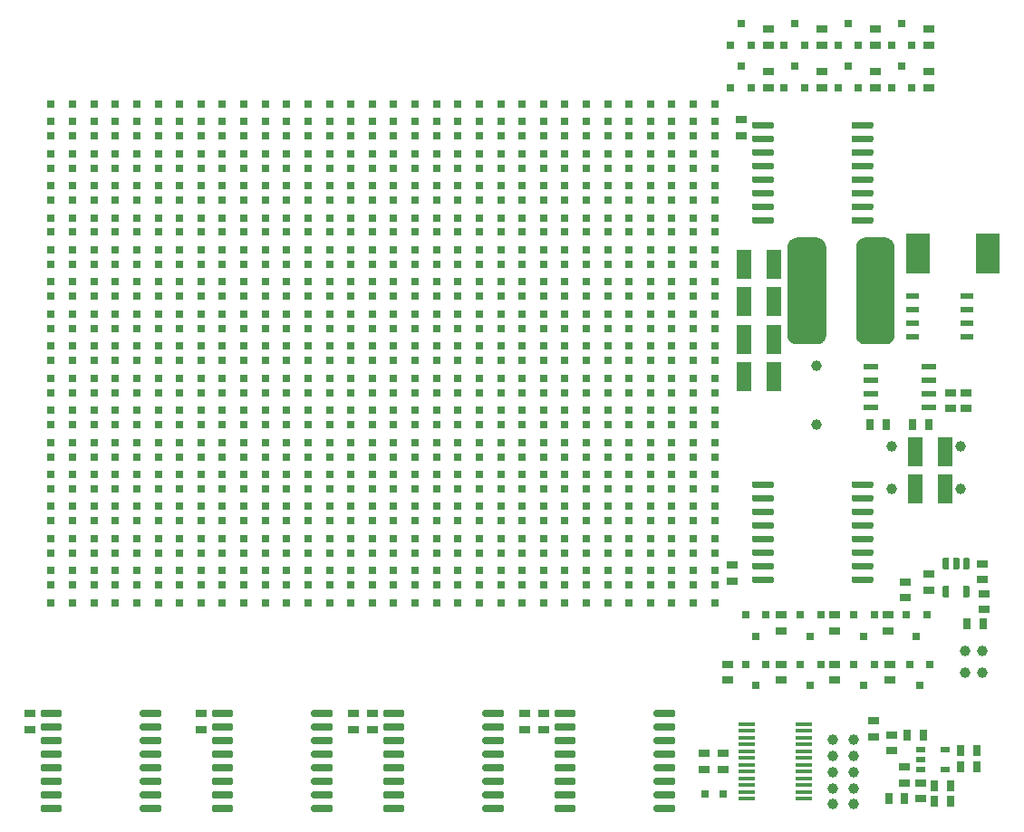
<source format=gbr>
G04 #@! TF.GenerationSoftware,KiCad,Pcbnew,(5.1.5-0-10_14)*
G04 #@! TF.CreationDate,2020-05-10T16:42:09+01:00*
G04 #@! TF.ProjectId,fft8051,66667438-3035-4312-9e6b-696361645f70,rev?*
G04 #@! TF.SameCoordinates,Original*
G04 #@! TF.FileFunction,Paste,Top*
G04 #@! TF.FilePolarity,Positive*
%FSLAX46Y46*%
G04 Gerber Fmt 4.6, Leading zero omitted, Abs format (unit mm)*
G04 Created by KiCad (PCBNEW (5.1.5-0-10_14)) date 2020-05-10 16:42:09*
%MOMM*%
%LPD*%
G04 APERTURE LIST*
%ADD10R,0.800000X0.800000*%
%ADD11C,1.000000*%
%ADD12R,1.000000X0.700000*%
%ADD13C,0.100000*%
%ADD14R,0.700000X1.000000*%
%ADD15R,0.900000X0.600000*%
%ADD16R,1.350000X2.700000*%
%ADD17R,1.194000X0.559000*%
%ADD18R,2.250000X3.790000*%
%ADD19R,1.460500X0.533400*%
%ADD20R,1.600000X0.400000*%
%ADD21R,0.700000X0.800000*%
G04 APERTURE END LIST*
D10*
X67000000Y-152000000D03*
X67000000Y-153650000D03*
X59000000Y-116000000D03*
X59000000Y-117650000D03*
X75000000Y-140000000D03*
X75000000Y-141650000D03*
X59000000Y-158000000D03*
X59000000Y-159650000D03*
X75000000Y-158000000D03*
X75000000Y-159650000D03*
X59000000Y-134000000D03*
X59000000Y-135650000D03*
X75000000Y-134000000D03*
X75000000Y-135650000D03*
X59000000Y-155000000D03*
X59000000Y-156650000D03*
X75000000Y-155000000D03*
X75000000Y-156650000D03*
X59000000Y-131000000D03*
X59000000Y-132650000D03*
X75000000Y-131000000D03*
X75000000Y-132650000D03*
X59000000Y-152000000D03*
X59000000Y-153650000D03*
X75000000Y-152000000D03*
X75000000Y-153650000D03*
X59000000Y-128000000D03*
X59000000Y-129650000D03*
X75000000Y-128000000D03*
X75000000Y-129650000D03*
X59000000Y-149000000D03*
X59000000Y-150650000D03*
X75000000Y-149000000D03*
X75000000Y-150650000D03*
X59000000Y-125000000D03*
X59000000Y-126650000D03*
X75000000Y-125000000D03*
X75000000Y-126650000D03*
X59000000Y-146000000D03*
X59000000Y-147650000D03*
X75000000Y-146000000D03*
X75000000Y-147650000D03*
X59000000Y-122000000D03*
X59000000Y-123650000D03*
X75000000Y-122000000D03*
X75000000Y-123650000D03*
X59000000Y-143000000D03*
X59000000Y-144650000D03*
X75000000Y-143000000D03*
X75000000Y-144650000D03*
X59000000Y-119000000D03*
X59000000Y-120650000D03*
X75000000Y-119000000D03*
X75000000Y-120650000D03*
X59000000Y-140000000D03*
X59000000Y-141650000D03*
X87000000Y-155000000D03*
X87000000Y-156650000D03*
X71000000Y-155000000D03*
X71000000Y-156650000D03*
X71000000Y-134000000D03*
X71000000Y-135650000D03*
X87000000Y-134000000D03*
X87000000Y-135650000D03*
X71000000Y-158000000D03*
X71000000Y-159650000D03*
X87000000Y-158000000D03*
X87000000Y-159650000D03*
X87000000Y-131000000D03*
X87000000Y-132650000D03*
X71000000Y-131000000D03*
X71000000Y-132650000D03*
X87000000Y-152000000D03*
X87000000Y-153650000D03*
X71000000Y-152000000D03*
X71000000Y-153650000D03*
X87000000Y-128000000D03*
X87000000Y-129650000D03*
X71000000Y-128000000D03*
X71000000Y-129650000D03*
X87000000Y-149000000D03*
X87000000Y-150650000D03*
X71000000Y-149000000D03*
X71000000Y-150650000D03*
X87000000Y-125000000D03*
X87000000Y-126650000D03*
X71000000Y-125000000D03*
X71000000Y-126650000D03*
X87000000Y-146000000D03*
X87000000Y-147650000D03*
X71000000Y-146000000D03*
X71000000Y-147650000D03*
X87000000Y-122000000D03*
X87000000Y-123650000D03*
X71000000Y-122000000D03*
X71000000Y-123650000D03*
X87000000Y-143000000D03*
X87000000Y-144650000D03*
X71000000Y-143000000D03*
X71000000Y-144650000D03*
X87000000Y-119000000D03*
X87000000Y-120650000D03*
X71000000Y-119000000D03*
X71000000Y-120650000D03*
X87000000Y-140000000D03*
X87000000Y-141650000D03*
X71000000Y-140000000D03*
X71000000Y-141650000D03*
X87000000Y-116000000D03*
X87000000Y-117650000D03*
X71000000Y-116000000D03*
X71000000Y-117650000D03*
X87000000Y-137000000D03*
X87000000Y-138650000D03*
X71000000Y-137000000D03*
X71000000Y-138650000D03*
X87000000Y-113000000D03*
X87000000Y-114650000D03*
X71000000Y-113000000D03*
X71000000Y-114650000D03*
X85000000Y-158000000D03*
X85000000Y-159650000D03*
X69000000Y-158000000D03*
X69000000Y-159650000D03*
X85000000Y-134000000D03*
X85000000Y-135650000D03*
X69000000Y-134000000D03*
X69000000Y-135650000D03*
X85000000Y-155000000D03*
X85000000Y-156650000D03*
X69000000Y-155000000D03*
X69000000Y-156650000D03*
X85000000Y-131000000D03*
X85000000Y-132650000D03*
X69000000Y-131000000D03*
X69000000Y-132650000D03*
X85000000Y-152000000D03*
X85000000Y-153650000D03*
X69000000Y-152000000D03*
X69000000Y-153650000D03*
X85000000Y-128000000D03*
X85000000Y-129650000D03*
X69000000Y-128000000D03*
X69000000Y-129650000D03*
X85000000Y-149000000D03*
X85000000Y-150650000D03*
X69000000Y-149000000D03*
X69000000Y-150650000D03*
X85000000Y-125000000D03*
X85000000Y-126650000D03*
X69000000Y-125000000D03*
X69000000Y-126650000D03*
X85000000Y-146000000D03*
X85000000Y-147650000D03*
X69000000Y-146000000D03*
X69000000Y-147650000D03*
X85000000Y-122000000D03*
X85000000Y-123650000D03*
X69000000Y-122000000D03*
X69000000Y-123650000D03*
X85000000Y-143000000D03*
X85000000Y-144650000D03*
X69000000Y-143000000D03*
X69000000Y-144650000D03*
X85000000Y-119000000D03*
X85000000Y-120650000D03*
X69000000Y-119000000D03*
X69000000Y-120650000D03*
X85000000Y-140000000D03*
X85000000Y-141650000D03*
X69000000Y-140000000D03*
X69000000Y-141650000D03*
X85000000Y-116000000D03*
X85000000Y-117650000D03*
X69000000Y-116000000D03*
X69000000Y-117650000D03*
X85000000Y-137000000D03*
X85000000Y-138650000D03*
X69000000Y-137000000D03*
X69000000Y-138650000D03*
X85000000Y-113000000D03*
X85000000Y-114650000D03*
X69000000Y-113000000D03*
X69000000Y-114650000D03*
X83000000Y-158000000D03*
X83000000Y-159650000D03*
X67000000Y-158000000D03*
X67000000Y-159650000D03*
X83000000Y-134000000D03*
X83000000Y-135650000D03*
X67000000Y-134000000D03*
X67000000Y-135650000D03*
X83000000Y-155000000D03*
X83000000Y-156650000D03*
X67000000Y-155000000D03*
X67000000Y-156650000D03*
X83000000Y-131000000D03*
X83000000Y-132650000D03*
X67000000Y-131000000D03*
X67000000Y-132650000D03*
X83000000Y-152000000D03*
X83000000Y-153650000D03*
X83000000Y-128000000D03*
X83000000Y-129650000D03*
X67000000Y-128000000D03*
X67000000Y-129650000D03*
X83000000Y-149000000D03*
X83000000Y-150650000D03*
X67000000Y-149000000D03*
X67000000Y-150650000D03*
X83000000Y-125000000D03*
X83000000Y-126650000D03*
X67000000Y-125000000D03*
X67000000Y-126650000D03*
X77000000Y-146000000D03*
X77000000Y-147650000D03*
X61000000Y-146000000D03*
X61000000Y-147650000D03*
X77000000Y-122000000D03*
X77000000Y-123650000D03*
X61000000Y-122000000D03*
X61000000Y-123650000D03*
X77000000Y-143000000D03*
X77000000Y-144650000D03*
X61000000Y-143000000D03*
X61000000Y-144650000D03*
X77000000Y-119000000D03*
X77000000Y-120650000D03*
X61000000Y-119000000D03*
X61000000Y-120650000D03*
X77000000Y-140000000D03*
X77000000Y-141650000D03*
X61000000Y-140000000D03*
X61000000Y-141650000D03*
X77000000Y-116000000D03*
X77000000Y-117650000D03*
X61000000Y-116000000D03*
X61000000Y-117650000D03*
X77000000Y-137000000D03*
X77000000Y-138650000D03*
X61000000Y-137000000D03*
X61000000Y-138650000D03*
X77000000Y-113000000D03*
X77000000Y-114650000D03*
X61000000Y-113000000D03*
X61000000Y-114650000D03*
X75000000Y-116000000D03*
X75000000Y-117650000D03*
X59000000Y-137000000D03*
X59000000Y-138650000D03*
X75000000Y-137000000D03*
X75000000Y-138650000D03*
X59000000Y-113000000D03*
X59000000Y-114650000D03*
X75000000Y-113000000D03*
X75000000Y-114650000D03*
X89000000Y-158000000D03*
X89000000Y-159650000D03*
X73000000Y-158000000D03*
X73000000Y-159650000D03*
X89000000Y-134000000D03*
X89000000Y-135650000D03*
X73000000Y-134000000D03*
X73000000Y-135650000D03*
X89000000Y-155000000D03*
X89000000Y-156650000D03*
X73000000Y-155000000D03*
X73000000Y-156650000D03*
X89000000Y-131000000D03*
X89000000Y-132650000D03*
X73000000Y-131000000D03*
X73000000Y-132650000D03*
X89000000Y-152000000D03*
X89000000Y-153650000D03*
X73000000Y-152000000D03*
X73000000Y-153650000D03*
X89000000Y-128000000D03*
X89000000Y-129650000D03*
X73000000Y-128000000D03*
X73000000Y-129650000D03*
X89000000Y-149000000D03*
X89000000Y-150650000D03*
X73000000Y-149000000D03*
X73000000Y-150650000D03*
X89000000Y-125000000D03*
X89000000Y-126650000D03*
X73000000Y-125000000D03*
X73000000Y-126650000D03*
X89000000Y-146000000D03*
X89000000Y-147650000D03*
X73000000Y-146000000D03*
X73000000Y-147650000D03*
X89000000Y-122000000D03*
X89000000Y-123650000D03*
X73000000Y-122000000D03*
X73000000Y-123650000D03*
X89000000Y-143000000D03*
X89000000Y-144650000D03*
X73000000Y-143000000D03*
X73000000Y-144650000D03*
X89000000Y-119000000D03*
X89000000Y-120650000D03*
X73000000Y-119000000D03*
X73000000Y-120650000D03*
X89000000Y-140000000D03*
X89000000Y-141650000D03*
X73000000Y-140000000D03*
X73000000Y-141650000D03*
X89000000Y-116000000D03*
X89000000Y-117650000D03*
X73000000Y-116000000D03*
X73000000Y-117650000D03*
X89000000Y-137000000D03*
X89000000Y-138650000D03*
X73000000Y-137000000D03*
X73000000Y-138650000D03*
X89000000Y-113000000D03*
X89000000Y-114650000D03*
X73000000Y-113000000D03*
X73000000Y-114650000D03*
X77000000Y-125000000D03*
X77000000Y-126650000D03*
X61000000Y-125000000D03*
X61000000Y-126650000D03*
X83000000Y-146000000D03*
X83000000Y-147650000D03*
X67000000Y-146000000D03*
X67000000Y-147650000D03*
X83000000Y-122000000D03*
X83000000Y-123650000D03*
X67000000Y-122000000D03*
X67000000Y-123650000D03*
X83000000Y-143000000D03*
X83000000Y-144650000D03*
X67000000Y-143000000D03*
X67000000Y-144650000D03*
X83000000Y-119000000D03*
X83000000Y-120650000D03*
X67000000Y-119000000D03*
X67000000Y-120650000D03*
X83000000Y-140000000D03*
X83000000Y-141650000D03*
X67000000Y-140000000D03*
X67000000Y-141650000D03*
X83000000Y-116000000D03*
X83000000Y-117650000D03*
X67000000Y-116000000D03*
X67000000Y-117650000D03*
X83000000Y-137000000D03*
X83000000Y-138650000D03*
X67000000Y-137000000D03*
X67000000Y-138650000D03*
X83000000Y-113000000D03*
X83000000Y-114650000D03*
X67000000Y-113000000D03*
X67000000Y-114650000D03*
X81000000Y-158000000D03*
X81000000Y-159650000D03*
X65000000Y-158000000D03*
X65000000Y-159650000D03*
X81000000Y-134000000D03*
X81000000Y-135650000D03*
X65000000Y-134000000D03*
X65000000Y-135650000D03*
X81000000Y-155000000D03*
X81000000Y-156650000D03*
X65000000Y-155000000D03*
X65000000Y-156650000D03*
X81000000Y-131000000D03*
X81000000Y-132650000D03*
X65000000Y-131000000D03*
X65000000Y-132650000D03*
X81000000Y-152000000D03*
X81000000Y-153650000D03*
X65000000Y-152000000D03*
X65000000Y-153650000D03*
X81000000Y-128000000D03*
X81000000Y-129650000D03*
X65000000Y-128000000D03*
X65000000Y-129650000D03*
X81000000Y-149000000D03*
X81000000Y-150650000D03*
X65000000Y-149000000D03*
X65000000Y-150650000D03*
X81000000Y-125000000D03*
X81000000Y-126650000D03*
X65000000Y-125000000D03*
X65000000Y-126650000D03*
X81000000Y-146000000D03*
X81000000Y-147650000D03*
X65000000Y-146000000D03*
X65000000Y-147650000D03*
X81000000Y-122000000D03*
X81000000Y-123650000D03*
X65000000Y-122000000D03*
X65000000Y-123650000D03*
X81000000Y-143000000D03*
X81000000Y-144650000D03*
X65000000Y-143000000D03*
X65000000Y-144650000D03*
X81000000Y-119000000D03*
X81000000Y-120650000D03*
X65000000Y-119000000D03*
X65000000Y-120650000D03*
X81000000Y-140000000D03*
X81000000Y-141650000D03*
X65000000Y-140000000D03*
X65000000Y-141650000D03*
X81000000Y-116000000D03*
X81000000Y-117650000D03*
X65000000Y-116000000D03*
X65000000Y-117650000D03*
X81000000Y-137000000D03*
X81000000Y-138650000D03*
X65000000Y-137000000D03*
X65000000Y-138650000D03*
X81000000Y-113000000D03*
X81000000Y-114650000D03*
X65000000Y-113000000D03*
X65000000Y-114650000D03*
X79000000Y-158000000D03*
X79000000Y-159650000D03*
X63000000Y-158000000D03*
X63000000Y-159650000D03*
X79000000Y-134000000D03*
X79000000Y-135650000D03*
X63000000Y-134000000D03*
X63000000Y-135650000D03*
X79000000Y-155000000D03*
X79000000Y-156650000D03*
X63000000Y-155000000D03*
X63000000Y-156650000D03*
X79000000Y-131000000D03*
X79000000Y-132650000D03*
X63000000Y-131000000D03*
X63000000Y-132650000D03*
X79000000Y-152000000D03*
X79000000Y-153650000D03*
X63000000Y-152000000D03*
X63000000Y-153650000D03*
X79000000Y-128000000D03*
X79000000Y-129650000D03*
X63000000Y-128000000D03*
X63000000Y-129650000D03*
X79000000Y-149000000D03*
X79000000Y-150650000D03*
X63000000Y-149000000D03*
X63000000Y-150650000D03*
X79000000Y-125000000D03*
X79000000Y-126650000D03*
X63000000Y-125000000D03*
X63000000Y-126650000D03*
X79000000Y-146000000D03*
X79000000Y-147650000D03*
X63000000Y-146000000D03*
X63000000Y-147650000D03*
X79000000Y-122000000D03*
X79000000Y-123650000D03*
X63000000Y-122000000D03*
X63000000Y-123650000D03*
X79000000Y-143000000D03*
X79000000Y-144650000D03*
X63000000Y-143000000D03*
X63000000Y-144650000D03*
X79000000Y-119000000D03*
X79000000Y-120650000D03*
X63000000Y-119000000D03*
X63000000Y-120650000D03*
X79000000Y-140000000D03*
X79000000Y-141650000D03*
X63000000Y-140000000D03*
X63000000Y-141650000D03*
X79000000Y-116000000D03*
X79000000Y-117650000D03*
X63000000Y-116000000D03*
X63000000Y-117650000D03*
X79000000Y-137000000D03*
X79000000Y-138650000D03*
X63000000Y-137000000D03*
X63000000Y-138650000D03*
X79000000Y-113000000D03*
X79000000Y-114650000D03*
X63000000Y-113000000D03*
X63000000Y-114650000D03*
X77000000Y-158000000D03*
X77000000Y-159650000D03*
X61000000Y-158000000D03*
X61000000Y-159650000D03*
X77000000Y-134000000D03*
X77000000Y-135650000D03*
X61000000Y-134000000D03*
X61000000Y-135650000D03*
X77000000Y-155000000D03*
X77000000Y-156650000D03*
X61000000Y-155000000D03*
X61000000Y-156650000D03*
X77000000Y-131000000D03*
X77000000Y-132650000D03*
X61000000Y-131000000D03*
X61000000Y-132650000D03*
X77000000Y-152000000D03*
X77000000Y-153650000D03*
X61000000Y-152000000D03*
X61000000Y-153650000D03*
X77000000Y-128000000D03*
X77000000Y-129650000D03*
X61000000Y-128000000D03*
X61000000Y-129650000D03*
X77000000Y-149000000D03*
X77000000Y-150650000D03*
X61000000Y-149000000D03*
X61000000Y-150650000D03*
X91000000Y-140000000D03*
X91000000Y-141650000D03*
X91000000Y-158000000D03*
X91000000Y-159650000D03*
X91000000Y-134000000D03*
X91000000Y-135650000D03*
X91000000Y-155000000D03*
X91000000Y-156650000D03*
X91000000Y-131000000D03*
X91000000Y-132650000D03*
X91000000Y-152000000D03*
X91000000Y-153650000D03*
X91000000Y-128000000D03*
X91000000Y-129650000D03*
X91000000Y-149000000D03*
X91000000Y-150650000D03*
X91000000Y-125000000D03*
X91000000Y-126650000D03*
X91000000Y-146000000D03*
X91000000Y-147650000D03*
X91000000Y-122000000D03*
X91000000Y-123650000D03*
X91000000Y-143000000D03*
X91000000Y-144650000D03*
X91000000Y-119000000D03*
X91000000Y-120650000D03*
X99000000Y-158000000D03*
X99000000Y-159650000D03*
X99000000Y-134000000D03*
X99000000Y-135650000D03*
X99000000Y-155000000D03*
X99000000Y-156650000D03*
X99000000Y-131000000D03*
X99000000Y-132650000D03*
X99000000Y-152000000D03*
X99000000Y-153650000D03*
X99000000Y-128000000D03*
X99000000Y-129650000D03*
X99000000Y-149000000D03*
X99000000Y-150650000D03*
X99000000Y-125000000D03*
X99000000Y-126650000D03*
X99000000Y-146000000D03*
X99000000Y-147650000D03*
X93000000Y-146000000D03*
X93000000Y-147650000D03*
X93000000Y-122000000D03*
X93000000Y-123650000D03*
X93000000Y-143000000D03*
X93000000Y-144650000D03*
X93000000Y-119000000D03*
X93000000Y-120650000D03*
X93000000Y-140000000D03*
X93000000Y-141650000D03*
X93000000Y-116000000D03*
X93000000Y-117650000D03*
X93000000Y-137000000D03*
X93000000Y-138650000D03*
X93000000Y-113000000D03*
X93000000Y-114650000D03*
X91000000Y-116000000D03*
X91000000Y-117650000D03*
X91000000Y-137000000D03*
X91000000Y-138650000D03*
X91000000Y-113000000D03*
X91000000Y-114650000D03*
X93000000Y-125000000D03*
X93000000Y-126650000D03*
X99000000Y-122000000D03*
X99000000Y-123650000D03*
X99000000Y-143000000D03*
X99000000Y-144650000D03*
X99000000Y-119000000D03*
X99000000Y-120650000D03*
X99000000Y-140000000D03*
X99000000Y-141650000D03*
X99000000Y-116000000D03*
X99000000Y-117650000D03*
X99000000Y-137000000D03*
X99000000Y-138650000D03*
X99000000Y-113000000D03*
X99000000Y-114650000D03*
X97000000Y-158000000D03*
X97000000Y-159650000D03*
X97000000Y-134000000D03*
X97000000Y-135650000D03*
X97000000Y-155000000D03*
X97000000Y-156650000D03*
X97000000Y-131000000D03*
X97000000Y-132650000D03*
X97000000Y-152000000D03*
X97000000Y-153650000D03*
X97000000Y-128000000D03*
X97000000Y-129650000D03*
X97000000Y-149000000D03*
X97000000Y-150650000D03*
X97000000Y-125000000D03*
X97000000Y-126650000D03*
X97000000Y-146000000D03*
X97000000Y-147650000D03*
X97000000Y-122000000D03*
X97000000Y-123650000D03*
X97000000Y-143000000D03*
X97000000Y-144650000D03*
X97000000Y-119000000D03*
X97000000Y-120650000D03*
X97000000Y-140000000D03*
X97000000Y-141650000D03*
X97000000Y-116000000D03*
X97000000Y-117650000D03*
X97000000Y-137000000D03*
X97000000Y-138650000D03*
X97000000Y-113000000D03*
X97000000Y-114650000D03*
X95000000Y-158000000D03*
X95000000Y-159650000D03*
X95000000Y-134000000D03*
X95000000Y-135650000D03*
X95000000Y-155000000D03*
X95000000Y-156650000D03*
X95000000Y-131000000D03*
X95000000Y-132650000D03*
X95000000Y-152000000D03*
X95000000Y-153650000D03*
X95000000Y-128000000D03*
X95000000Y-129650000D03*
X95000000Y-149000000D03*
X95000000Y-150650000D03*
X95000000Y-125000000D03*
X95000000Y-126650000D03*
X95000000Y-146000000D03*
X95000000Y-147650000D03*
X95000000Y-122000000D03*
X95000000Y-123650000D03*
X95000000Y-143000000D03*
X95000000Y-144650000D03*
X95000000Y-119000000D03*
X95000000Y-120650000D03*
X95000000Y-140000000D03*
X95000000Y-141650000D03*
X95000000Y-116000000D03*
X95000000Y-117650000D03*
X95000000Y-137000000D03*
X95000000Y-138650000D03*
X95000000Y-113000000D03*
X95000000Y-114650000D03*
X93000000Y-158000000D03*
X93000000Y-159650000D03*
X93000000Y-134000000D03*
X93000000Y-135650000D03*
X93000000Y-155000000D03*
X93000000Y-156650000D03*
X93000000Y-131000000D03*
X93000000Y-132650000D03*
X93000000Y-152000000D03*
X93000000Y-153650000D03*
X93000000Y-128000000D03*
X93000000Y-129650000D03*
X93000000Y-149000000D03*
X93000000Y-150650000D03*
D11*
X118000000Y-175500000D03*
X120000000Y-175500000D03*
X120000000Y-177000000D03*
X118000000Y-177000000D03*
X118000000Y-178500000D03*
X120000000Y-178500000D03*
X118000000Y-174000000D03*
X120000000Y-174000000D03*
X120000000Y-172500000D03*
X118000000Y-172500000D03*
D12*
X106000000Y-173750000D03*
X106000000Y-175250000D03*
D10*
X107750000Y-177500000D03*
X106100000Y-177500000D03*
D13*
G36*
X55164703Y-169700722D02*
G01*
X55179264Y-169702882D01*
X55193543Y-169706459D01*
X55207403Y-169711418D01*
X55220710Y-169717712D01*
X55233336Y-169725280D01*
X55245159Y-169734048D01*
X55256066Y-169743934D01*
X55265952Y-169754841D01*
X55274720Y-169766664D01*
X55282288Y-169779290D01*
X55288582Y-169792597D01*
X55293541Y-169806457D01*
X55297118Y-169820736D01*
X55299278Y-169835297D01*
X55300000Y-169850000D01*
X55300000Y-170150000D01*
X55299278Y-170164703D01*
X55297118Y-170179264D01*
X55293541Y-170193543D01*
X55288582Y-170207403D01*
X55282288Y-170220710D01*
X55274720Y-170233336D01*
X55265952Y-170245159D01*
X55256066Y-170256066D01*
X55245159Y-170265952D01*
X55233336Y-170274720D01*
X55220710Y-170282288D01*
X55207403Y-170288582D01*
X55193543Y-170293541D01*
X55179264Y-170297118D01*
X55164703Y-170299278D01*
X55150000Y-170300000D01*
X53450000Y-170300000D01*
X53435297Y-170299278D01*
X53420736Y-170297118D01*
X53406457Y-170293541D01*
X53392597Y-170288582D01*
X53379290Y-170282288D01*
X53366664Y-170274720D01*
X53354841Y-170265952D01*
X53343934Y-170256066D01*
X53334048Y-170245159D01*
X53325280Y-170233336D01*
X53317712Y-170220710D01*
X53311418Y-170207403D01*
X53306459Y-170193543D01*
X53302882Y-170179264D01*
X53300722Y-170164703D01*
X53300000Y-170150000D01*
X53300000Y-169850000D01*
X53300722Y-169835297D01*
X53302882Y-169820736D01*
X53306459Y-169806457D01*
X53311418Y-169792597D01*
X53317712Y-169779290D01*
X53325280Y-169766664D01*
X53334048Y-169754841D01*
X53343934Y-169743934D01*
X53354841Y-169734048D01*
X53366664Y-169725280D01*
X53379290Y-169717712D01*
X53392597Y-169711418D01*
X53406457Y-169706459D01*
X53420736Y-169702882D01*
X53435297Y-169700722D01*
X53450000Y-169700000D01*
X55150000Y-169700000D01*
X55164703Y-169700722D01*
G37*
G36*
X55164703Y-170970722D02*
G01*
X55179264Y-170972882D01*
X55193543Y-170976459D01*
X55207403Y-170981418D01*
X55220710Y-170987712D01*
X55233336Y-170995280D01*
X55245159Y-171004048D01*
X55256066Y-171013934D01*
X55265952Y-171024841D01*
X55274720Y-171036664D01*
X55282288Y-171049290D01*
X55288582Y-171062597D01*
X55293541Y-171076457D01*
X55297118Y-171090736D01*
X55299278Y-171105297D01*
X55300000Y-171120000D01*
X55300000Y-171420000D01*
X55299278Y-171434703D01*
X55297118Y-171449264D01*
X55293541Y-171463543D01*
X55288582Y-171477403D01*
X55282288Y-171490710D01*
X55274720Y-171503336D01*
X55265952Y-171515159D01*
X55256066Y-171526066D01*
X55245159Y-171535952D01*
X55233336Y-171544720D01*
X55220710Y-171552288D01*
X55207403Y-171558582D01*
X55193543Y-171563541D01*
X55179264Y-171567118D01*
X55164703Y-171569278D01*
X55150000Y-171570000D01*
X53450000Y-171570000D01*
X53435297Y-171569278D01*
X53420736Y-171567118D01*
X53406457Y-171563541D01*
X53392597Y-171558582D01*
X53379290Y-171552288D01*
X53366664Y-171544720D01*
X53354841Y-171535952D01*
X53343934Y-171526066D01*
X53334048Y-171515159D01*
X53325280Y-171503336D01*
X53317712Y-171490710D01*
X53311418Y-171477403D01*
X53306459Y-171463543D01*
X53302882Y-171449264D01*
X53300722Y-171434703D01*
X53300000Y-171420000D01*
X53300000Y-171120000D01*
X53300722Y-171105297D01*
X53302882Y-171090736D01*
X53306459Y-171076457D01*
X53311418Y-171062597D01*
X53317712Y-171049290D01*
X53325280Y-171036664D01*
X53334048Y-171024841D01*
X53343934Y-171013934D01*
X53354841Y-171004048D01*
X53366664Y-170995280D01*
X53379290Y-170987712D01*
X53392597Y-170981418D01*
X53406457Y-170976459D01*
X53420736Y-170972882D01*
X53435297Y-170970722D01*
X53450000Y-170970000D01*
X55150000Y-170970000D01*
X55164703Y-170970722D01*
G37*
G36*
X55164703Y-172240722D02*
G01*
X55179264Y-172242882D01*
X55193543Y-172246459D01*
X55207403Y-172251418D01*
X55220710Y-172257712D01*
X55233336Y-172265280D01*
X55245159Y-172274048D01*
X55256066Y-172283934D01*
X55265952Y-172294841D01*
X55274720Y-172306664D01*
X55282288Y-172319290D01*
X55288582Y-172332597D01*
X55293541Y-172346457D01*
X55297118Y-172360736D01*
X55299278Y-172375297D01*
X55300000Y-172390000D01*
X55300000Y-172690000D01*
X55299278Y-172704703D01*
X55297118Y-172719264D01*
X55293541Y-172733543D01*
X55288582Y-172747403D01*
X55282288Y-172760710D01*
X55274720Y-172773336D01*
X55265952Y-172785159D01*
X55256066Y-172796066D01*
X55245159Y-172805952D01*
X55233336Y-172814720D01*
X55220710Y-172822288D01*
X55207403Y-172828582D01*
X55193543Y-172833541D01*
X55179264Y-172837118D01*
X55164703Y-172839278D01*
X55150000Y-172840000D01*
X53450000Y-172840000D01*
X53435297Y-172839278D01*
X53420736Y-172837118D01*
X53406457Y-172833541D01*
X53392597Y-172828582D01*
X53379290Y-172822288D01*
X53366664Y-172814720D01*
X53354841Y-172805952D01*
X53343934Y-172796066D01*
X53334048Y-172785159D01*
X53325280Y-172773336D01*
X53317712Y-172760710D01*
X53311418Y-172747403D01*
X53306459Y-172733543D01*
X53302882Y-172719264D01*
X53300722Y-172704703D01*
X53300000Y-172690000D01*
X53300000Y-172390000D01*
X53300722Y-172375297D01*
X53302882Y-172360736D01*
X53306459Y-172346457D01*
X53311418Y-172332597D01*
X53317712Y-172319290D01*
X53325280Y-172306664D01*
X53334048Y-172294841D01*
X53343934Y-172283934D01*
X53354841Y-172274048D01*
X53366664Y-172265280D01*
X53379290Y-172257712D01*
X53392597Y-172251418D01*
X53406457Y-172246459D01*
X53420736Y-172242882D01*
X53435297Y-172240722D01*
X53450000Y-172240000D01*
X55150000Y-172240000D01*
X55164703Y-172240722D01*
G37*
G36*
X55164703Y-173510722D02*
G01*
X55179264Y-173512882D01*
X55193543Y-173516459D01*
X55207403Y-173521418D01*
X55220710Y-173527712D01*
X55233336Y-173535280D01*
X55245159Y-173544048D01*
X55256066Y-173553934D01*
X55265952Y-173564841D01*
X55274720Y-173576664D01*
X55282288Y-173589290D01*
X55288582Y-173602597D01*
X55293541Y-173616457D01*
X55297118Y-173630736D01*
X55299278Y-173645297D01*
X55300000Y-173660000D01*
X55300000Y-173960000D01*
X55299278Y-173974703D01*
X55297118Y-173989264D01*
X55293541Y-174003543D01*
X55288582Y-174017403D01*
X55282288Y-174030710D01*
X55274720Y-174043336D01*
X55265952Y-174055159D01*
X55256066Y-174066066D01*
X55245159Y-174075952D01*
X55233336Y-174084720D01*
X55220710Y-174092288D01*
X55207403Y-174098582D01*
X55193543Y-174103541D01*
X55179264Y-174107118D01*
X55164703Y-174109278D01*
X55150000Y-174110000D01*
X53450000Y-174110000D01*
X53435297Y-174109278D01*
X53420736Y-174107118D01*
X53406457Y-174103541D01*
X53392597Y-174098582D01*
X53379290Y-174092288D01*
X53366664Y-174084720D01*
X53354841Y-174075952D01*
X53343934Y-174066066D01*
X53334048Y-174055159D01*
X53325280Y-174043336D01*
X53317712Y-174030710D01*
X53311418Y-174017403D01*
X53306459Y-174003543D01*
X53302882Y-173989264D01*
X53300722Y-173974703D01*
X53300000Y-173960000D01*
X53300000Y-173660000D01*
X53300722Y-173645297D01*
X53302882Y-173630736D01*
X53306459Y-173616457D01*
X53311418Y-173602597D01*
X53317712Y-173589290D01*
X53325280Y-173576664D01*
X53334048Y-173564841D01*
X53343934Y-173553934D01*
X53354841Y-173544048D01*
X53366664Y-173535280D01*
X53379290Y-173527712D01*
X53392597Y-173521418D01*
X53406457Y-173516459D01*
X53420736Y-173512882D01*
X53435297Y-173510722D01*
X53450000Y-173510000D01*
X55150000Y-173510000D01*
X55164703Y-173510722D01*
G37*
G36*
X55164703Y-174780722D02*
G01*
X55179264Y-174782882D01*
X55193543Y-174786459D01*
X55207403Y-174791418D01*
X55220710Y-174797712D01*
X55233336Y-174805280D01*
X55245159Y-174814048D01*
X55256066Y-174823934D01*
X55265952Y-174834841D01*
X55274720Y-174846664D01*
X55282288Y-174859290D01*
X55288582Y-174872597D01*
X55293541Y-174886457D01*
X55297118Y-174900736D01*
X55299278Y-174915297D01*
X55300000Y-174930000D01*
X55300000Y-175230000D01*
X55299278Y-175244703D01*
X55297118Y-175259264D01*
X55293541Y-175273543D01*
X55288582Y-175287403D01*
X55282288Y-175300710D01*
X55274720Y-175313336D01*
X55265952Y-175325159D01*
X55256066Y-175336066D01*
X55245159Y-175345952D01*
X55233336Y-175354720D01*
X55220710Y-175362288D01*
X55207403Y-175368582D01*
X55193543Y-175373541D01*
X55179264Y-175377118D01*
X55164703Y-175379278D01*
X55150000Y-175380000D01*
X53450000Y-175380000D01*
X53435297Y-175379278D01*
X53420736Y-175377118D01*
X53406457Y-175373541D01*
X53392597Y-175368582D01*
X53379290Y-175362288D01*
X53366664Y-175354720D01*
X53354841Y-175345952D01*
X53343934Y-175336066D01*
X53334048Y-175325159D01*
X53325280Y-175313336D01*
X53317712Y-175300710D01*
X53311418Y-175287403D01*
X53306459Y-175273543D01*
X53302882Y-175259264D01*
X53300722Y-175244703D01*
X53300000Y-175230000D01*
X53300000Y-174930000D01*
X53300722Y-174915297D01*
X53302882Y-174900736D01*
X53306459Y-174886457D01*
X53311418Y-174872597D01*
X53317712Y-174859290D01*
X53325280Y-174846664D01*
X53334048Y-174834841D01*
X53343934Y-174823934D01*
X53354841Y-174814048D01*
X53366664Y-174805280D01*
X53379290Y-174797712D01*
X53392597Y-174791418D01*
X53406457Y-174786459D01*
X53420736Y-174782882D01*
X53435297Y-174780722D01*
X53450000Y-174780000D01*
X55150000Y-174780000D01*
X55164703Y-174780722D01*
G37*
G36*
X55164703Y-176050722D02*
G01*
X55179264Y-176052882D01*
X55193543Y-176056459D01*
X55207403Y-176061418D01*
X55220710Y-176067712D01*
X55233336Y-176075280D01*
X55245159Y-176084048D01*
X55256066Y-176093934D01*
X55265952Y-176104841D01*
X55274720Y-176116664D01*
X55282288Y-176129290D01*
X55288582Y-176142597D01*
X55293541Y-176156457D01*
X55297118Y-176170736D01*
X55299278Y-176185297D01*
X55300000Y-176200000D01*
X55300000Y-176500000D01*
X55299278Y-176514703D01*
X55297118Y-176529264D01*
X55293541Y-176543543D01*
X55288582Y-176557403D01*
X55282288Y-176570710D01*
X55274720Y-176583336D01*
X55265952Y-176595159D01*
X55256066Y-176606066D01*
X55245159Y-176615952D01*
X55233336Y-176624720D01*
X55220710Y-176632288D01*
X55207403Y-176638582D01*
X55193543Y-176643541D01*
X55179264Y-176647118D01*
X55164703Y-176649278D01*
X55150000Y-176650000D01*
X53450000Y-176650000D01*
X53435297Y-176649278D01*
X53420736Y-176647118D01*
X53406457Y-176643541D01*
X53392597Y-176638582D01*
X53379290Y-176632288D01*
X53366664Y-176624720D01*
X53354841Y-176615952D01*
X53343934Y-176606066D01*
X53334048Y-176595159D01*
X53325280Y-176583336D01*
X53317712Y-176570710D01*
X53311418Y-176557403D01*
X53306459Y-176543543D01*
X53302882Y-176529264D01*
X53300722Y-176514703D01*
X53300000Y-176500000D01*
X53300000Y-176200000D01*
X53300722Y-176185297D01*
X53302882Y-176170736D01*
X53306459Y-176156457D01*
X53311418Y-176142597D01*
X53317712Y-176129290D01*
X53325280Y-176116664D01*
X53334048Y-176104841D01*
X53343934Y-176093934D01*
X53354841Y-176084048D01*
X53366664Y-176075280D01*
X53379290Y-176067712D01*
X53392597Y-176061418D01*
X53406457Y-176056459D01*
X53420736Y-176052882D01*
X53435297Y-176050722D01*
X53450000Y-176050000D01*
X55150000Y-176050000D01*
X55164703Y-176050722D01*
G37*
G36*
X55164703Y-177320722D02*
G01*
X55179264Y-177322882D01*
X55193543Y-177326459D01*
X55207403Y-177331418D01*
X55220710Y-177337712D01*
X55233336Y-177345280D01*
X55245159Y-177354048D01*
X55256066Y-177363934D01*
X55265952Y-177374841D01*
X55274720Y-177386664D01*
X55282288Y-177399290D01*
X55288582Y-177412597D01*
X55293541Y-177426457D01*
X55297118Y-177440736D01*
X55299278Y-177455297D01*
X55300000Y-177470000D01*
X55300000Y-177770000D01*
X55299278Y-177784703D01*
X55297118Y-177799264D01*
X55293541Y-177813543D01*
X55288582Y-177827403D01*
X55282288Y-177840710D01*
X55274720Y-177853336D01*
X55265952Y-177865159D01*
X55256066Y-177876066D01*
X55245159Y-177885952D01*
X55233336Y-177894720D01*
X55220710Y-177902288D01*
X55207403Y-177908582D01*
X55193543Y-177913541D01*
X55179264Y-177917118D01*
X55164703Y-177919278D01*
X55150000Y-177920000D01*
X53450000Y-177920000D01*
X53435297Y-177919278D01*
X53420736Y-177917118D01*
X53406457Y-177913541D01*
X53392597Y-177908582D01*
X53379290Y-177902288D01*
X53366664Y-177894720D01*
X53354841Y-177885952D01*
X53343934Y-177876066D01*
X53334048Y-177865159D01*
X53325280Y-177853336D01*
X53317712Y-177840710D01*
X53311418Y-177827403D01*
X53306459Y-177813543D01*
X53302882Y-177799264D01*
X53300722Y-177784703D01*
X53300000Y-177770000D01*
X53300000Y-177470000D01*
X53300722Y-177455297D01*
X53302882Y-177440736D01*
X53306459Y-177426457D01*
X53311418Y-177412597D01*
X53317712Y-177399290D01*
X53325280Y-177386664D01*
X53334048Y-177374841D01*
X53343934Y-177363934D01*
X53354841Y-177354048D01*
X53366664Y-177345280D01*
X53379290Y-177337712D01*
X53392597Y-177331418D01*
X53406457Y-177326459D01*
X53420736Y-177322882D01*
X53435297Y-177320722D01*
X53450000Y-177320000D01*
X55150000Y-177320000D01*
X55164703Y-177320722D01*
G37*
G36*
X55164703Y-178590722D02*
G01*
X55179264Y-178592882D01*
X55193543Y-178596459D01*
X55207403Y-178601418D01*
X55220710Y-178607712D01*
X55233336Y-178615280D01*
X55245159Y-178624048D01*
X55256066Y-178633934D01*
X55265952Y-178644841D01*
X55274720Y-178656664D01*
X55282288Y-178669290D01*
X55288582Y-178682597D01*
X55293541Y-178696457D01*
X55297118Y-178710736D01*
X55299278Y-178725297D01*
X55300000Y-178740000D01*
X55300000Y-179040000D01*
X55299278Y-179054703D01*
X55297118Y-179069264D01*
X55293541Y-179083543D01*
X55288582Y-179097403D01*
X55282288Y-179110710D01*
X55274720Y-179123336D01*
X55265952Y-179135159D01*
X55256066Y-179146066D01*
X55245159Y-179155952D01*
X55233336Y-179164720D01*
X55220710Y-179172288D01*
X55207403Y-179178582D01*
X55193543Y-179183541D01*
X55179264Y-179187118D01*
X55164703Y-179189278D01*
X55150000Y-179190000D01*
X53450000Y-179190000D01*
X53435297Y-179189278D01*
X53420736Y-179187118D01*
X53406457Y-179183541D01*
X53392597Y-179178582D01*
X53379290Y-179172288D01*
X53366664Y-179164720D01*
X53354841Y-179155952D01*
X53343934Y-179146066D01*
X53334048Y-179135159D01*
X53325280Y-179123336D01*
X53317712Y-179110710D01*
X53311418Y-179097403D01*
X53306459Y-179083543D01*
X53302882Y-179069264D01*
X53300722Y-179054703D01*
X53300000Y-179040000D01*
X53300000Y-178740000D01*
X53300722Y-178725297D01*
X53302882Y-178710736D01*
X53306459Y-178696457D01*
X53311418Y-178682597D01*
X53317712Y-178669290D01*
X53325280Y-178656664D01*
X53334048Y-178644841D01*
X53343934Y-178633934D01*
X53354841Y-178624048D01*
X53366664Y-178615280D01*
X53379290Y-178607712D01*
X53392597Y-178601418D01*
X53406457Y-178596459D01*
X53420736Y-178592882D01*
X53435297Y-178590722D01*
X53450000Y-178590000D01*
X55150000Y-178590000D01*
X55164703Y-178590722D01*
G37*
G36*
X45864703Y-178590722D02*
G01*
X45879264Y-178592882D01*
X45893543Y-178596459D01*
X45907403Y-178601418D01*
X45920710Y-178607712D01*
X45933336Y-178615280D01*
X45945159Y-178624048D01*
X45956066Y-178633934D01*
X45965952Y-178644841D01*
X45974720Y-178656664D01*
X45982288Y-178669290D01*
X45988582Y-178682597D01*
X45993541Y-178696457D01*
X45997118Y-178710736D01*
X45999278Y-178725297D01*
X46000000Y-178740000D01*
X46000000Y-179040000D01*
X45999278Y-179054703D01*
X45997118Y-179069264D01*
X45993541Y-179083543D01*
X45988582Y-179097403D01*
X45982288Y-179110710D01*
X45974720Y-179123336D01*
X45965952Y-179135159D01*
X45956066Y-179146066D01*
X45945159Y-179155952D01*
X45933336Y-179164720D01*
X45920710Y-179172288D01*
X45907403Y-179178582D01*
X45893543Y-179183541D01*
X45879264Y-179187118D01*
X45864703Y-179189278D01*
X45850000Y-179190000D01*
X44150000Y-179190000D01*
X44135297Y-179189278D01*
X44120736Y-179187118D01*
X44106457Y-179183541D01*
X44092597Y-179178582D01*
X44079290Y-179172288D01*
X44066664Y-179164720D01*
X44054841Y-179155952D01*
X44043934Y-179146066D01*
X44034048Y-179135159D01*
X44025280Y-179123336D01*
X44017712Y-179110710D01*
X44011418Y-179097403D01*
X44006459Y-179083543D01*
X44002882Y-179069264D01*
X44000722Y-179054703D01*
X44000000Y-179040000D01*
X44000000Y-178740000D01*
X44000722Y-178725297D01*
X44002882Y-178710736D01*
X44006459Y-178696457D01*
X44011418Y-178682597D01*
X44017712Y-178669290D01*
X44025280Y-178656664D01*
X44034048Y-178644841D01*
X44043934Y-178633934D01*
X44054841Y-178624048D01*
X44066664Y-178615280D01*
X44079290Y-178607712D01*
X44092597Y-178601418D01*
X44106457Y-178596459D01*
X44120736Y-178592882D01*
X44135297Y-178590722D01*
X44150000Y-178590000D01*
X45850000Y-178590000D01*
X45864703Y-178590722D01*
G37*
G36*
X45864703Y-177320722D02*
G01*
X45879264Y-177322882D01*
X45893543Y-177326459D01*
X45907403Y-177331418D01*
X45920710Y-177337712D01*
X45933336Y-177345280D01*
X45945159Y-177354048D01*
X45956066Y-177363934D01*
X45965952Y-177374841D01*
X45974720Y-177386664D01*
X45982288Y-177399290D01*
X45988582Y-177412597D01*
X45993541Y-177426457D01*
X45997118Y-177440736D01*
X45999278Y-177455297D01*
X46000000Y-177470000D01*
X46000000Y-177770000D01*
X45999278Y-177784703D01*
X45997118Y-177799264D01*
X45993541Y-177813543D01*
X45988582Y-177827403D01*
X45982288Y-177840710D01*
X45974720Y-177853336D01*
X45965952Y-177865159D01*
X45956066Y-177876066D01*
X45945159Y-177885952D01*
X45933336Y-177894720D01*
X45920710Y-177902288D01*
X45907403Y-177908582D01*
X45893543Y-177913541D01*
X45879264Y-177917118D01*
X45864703Y-177919278D01*
X45850000Y-177920000D01*
X44150000Y-177920000D01*
X44135297Y-177919278D01*
X44120736Y-177917118D01*
X44106457Y-177913541D01*
X44092597Y-177908582D01*
X44079290Y-177902288D01*
X44066664Y-177894720D01*
X44054841Y-177885952D01*
X44043934Y-177876066D01*
X44034048Y-177865159D01*
X44025280Y-177853336D01*
X44017712Y-177840710D01*
X44011418Y-177827403D01*
X44006459Y-177813543D01*
X44002882Y-177799264D01*
X44000722Y-177784703D01*
X44000000Y-177770000D01*
X44000000Y-177470000D01*
X44000722Y-177455297D01*
X44002882Y-177440736D01*
X44006459Y-177426457D01*
X44011418Y-177412597D01*
X44017712Y-177399290D01*
X44025280Y-177386664D01*
X44034048Y-177374841D01*
X44043934Y-177363934D01*
X44054841Y-177354048D01*
X44066664Y-177345280D01*
X44079290Y-177337712D01*
X44092597Y-177331418D01*
X44106457Y-177326459D01*
X44120736Y-177322882D01*
X44135297Y-177320722D01*
X44150000Y-177320000D01*
X45850000Y-177320000D01*
X45864703Y-177320722D01*
G37*
G36*
X45864703Y-176050722D02*
G01*
X45879264Y-176052882D01*
X45893543Y-176056459D01*
X45907403Y-176061418D01*
X45920710Y-176067712D01*
X45933336Y-176075280D01*
X45945159Y-176084048D01*
X45956066Y-176093934D01*
X45965952Y-176104841D01*
X45974720Y-176116664D01*
X45982288Y-176129290D01*
X45988582Y-176142597D01*
X45993541Y-176156457D01*
X45997118Y-176170736D01*
X45999278Y-176185297D01*
X46000000Y-176200000D01*
X46000000Y-176500000D01*
X45999278Y-176514703D01*
X45997118Y-176529264D01*
X45993541Y-176543543D01*
X45988582Y-176557403D01*
X45982288Y-176570710D01*
X45974720Y-176583336D01*
X45965952Y-176595159D01*
X45956066Y-176606066D01*
X45945159Y-176615952D01*
X45933336Y-176624720D01*
X45920710Y-176632288D01*
X45907403Y-176638582D01*
X45893543Y-176643541D01*
X45879264Y-176647118D01*
X45864703Y-176649278D01*
X45850000Y-176650000D01*
X44150000Y-176650000D01*
X44135297Y-176649278D01*
X44120736Y-176647118D01*
X44106457Y-176643541D01*
X44092597Y-176638582D01*
X44079290Y-176632288D01*
X44066664Y-176624720D01*
X44054841Y-176615952D01*
X44043934Y-176606066D01*
X44034048Y-176595159D01*
X44025280Y-176583336D01*
X44017712Y-176570710D01*
X44011418Y-176557403D01*
X44006459Y-176543543D01*
X44002882Y-176529264D01*
X44000722Y-176514703D01*
X44000000Y-176500000D01*
X44000000Y-176200000D01*
X44000722Y-176185297D01*
X44002882Y-176170736D01*
X44006459Y-176156457D01*
X44011418Y-176142597D01*
X44017712Y-176129290D01*
X44025280Y-176116664D01*
X44034048Y-176104841D01*
X44043934Y-176093934D01*
X44054841Y-176084048D01*
X44066664Y-176075280D01*
X44079290Y-176067712D01*
X44092597Y-176061418D01*
X44106457Y-176056459D01*
X44120736Y-176052882D01*
X44135297Y-176050722D01*
X44150000Y-176050000D01*
X45850000Y-176050000D01*
X45864703Y-176050722D01*
G37*
G36*
X45864703Y-174780722D02*
G01*
X45879264Y-174782882D01*
X45893543Y-174786459D01*
X45907403Y-174791418D01*
X45920710Y-174797712D01*
X45933336Y-174805280D01*
X45945159Y-174814048D01*
X45956066Y-174823934D01*
X45965952Y-174834841D01*
X45974720Y-174846664D01*
X45982288Y-174859290D01*
X45988582Y-174872597D01*
X45993541Y-174886457D01*
X45997118Y-174900736D01*
X45999278Y-174915297D01*
X46000000Y-174930000D01*
X46000000Y-175230000D01*
X45999278Y-175244703D01*
X45997118Y-175259264D01*
X45993541Y-175273543D01*
X45988582Y-175287403D01*
X45982288Y-175300710D01*
X45974720Y-175313336D01*
X45965952Y-175325159D01*
X45956066Y-175336066D01*
X45945159Y-175345952D01*
X45933336Y-175354720D01*
X45920710Y-175362288D01*
X45907403Y-175368582D01*
X45893543Y-175373541D01*
X45879264Y-175377118D01*
X45864703Y-175379278D01*
X45850000Y-175380000D01*
X44150000Y-175380000D01*
X44135297Y-175379278D01*
X44120736Y-175377118D01*
X44106457Y-175373541D01*
X44092597Y-175368582D01*
X44079290Y-175362288D01*
X44066664Y-175354720D01*
X44054841Y-175345952D01*
X44043934Y-175336066D01*
X44034048Y-175325159D01*
X44025280Y-175313336D01*
X44017712Y-175300710D01*
X44011418Y-175287403D01*
X44006459Y-175273543D01*
X44002882Y-175259264D01*
X44000722Y-175244703D01*
X44000000Y-175230000D01*
X44000000Y-174930000D01*
X44000722Y-174915297D01*
X44002882Y-174900736D01*
X44006459Y-174886457D01*
X44011418Y-174872597D01*
X44017712Y-174859290D01*
X44025280Y-174846664D01*
X44034048Y-174834841D01*
X44043934Y-174823934D01*
X44054841Y-174814048D01*
X44066664Y-174805280D01*
X44079290Y-174797712D01*
X44092597Y-174791418D01*
X44106457Y-174786459D01*
X44120736Y-174782882D01*
X44135297Y-174780722D01*
X44150000Y-174780000D01*
X45850000Y-174780000D01*
X45864703Y-174780722D01*
G37*
G36*
X45864703Y-173510722D02*
G01*
X45879264Y-173512882D01*
X45893543Y-173516459D01*
X45907403Y-173521418D01*
X45920710Y-173527712D01*
X45933336Y-173535280D01*
X45945159Y-173544048D01*
X45956066Y-173553934D01*
X45965952Y-173564841D01*
X45974720Y-173576664D01*
X45982288Y-173589290D01*
X45988582Y-173602597D01*
X45993541Y-173616457D01*
X45997118Y-173630736D01*
X45999278Y-173645297D01*
X46000000Y-173660000D01*
X46000000Y-173960000D01*
X45999278Y-173974703D01*
X45997118Y-173989264D01*
X45993541Y-174003543D01*
X45988582Y-174017403D01*
X45982288Y-174030710D01*
X45974720Y-174043336D01*
X45965952Y-174055159D01*
X45956066Y-174066066D01*
X45945159Y-174075952D01*
X45933336Y-174084720D01*
X45920710Y-174092288D01*
X45907403Y-174098582D01*
X45893543Y-174103541D01*
X45879264Y-174107118D01*
X45864703Y-174109278D01*
X45850000Y-174110000D01*
X44150000Y-174110000D01*
X44135297Y-174109278D01*
X44120736Y-174107118D01*
X44106457Y-174103541D01*
X44092597Y-174098582D01*
X44079290Y-174092288D01*
X44066664Y-174084720D01*
X44054841Y-174075952D01*
X44043934Y-174066066D01*
X44034048Y-174055159D01*
X44025280Y-174043336D01*
X44017712Y-174030710D01*
X44011418Y-174017403D01*
X44006459Y-174003543D01*
X44002882Y-173989264D01*
X44000722Y-173974703D01*
X44000000Y-173960000D01*
X44000000Y-173660000D01*
X44000722Y-173645297D01*
X44002882Y-173630736D01*
X44006459Y-173616457D01*
X44011418Y-173602597D01*
X44017712Y-173589290D01*
X44025280Y-173576664D01*
X44034048Y-173564841D01*
X44043934Y-173553934D01*
X44054841Y-173544048D01*
X44066664Y-173535280D01*
X44079290Y-173527712D01*
X44092597Y-173521418D01*
X44106457Y-173516459D01*
X44120736Y-173512882D01*
X44135297Y-173510722D01*
X44150000Y-173510000D01*
X45850000Y-173510000D01*
X45864703Y-173510722D01*
G37*
G36*
X45864703Y-172240722D02*
G01*
X45879264Y-172242882D01*
X45893543Y-172246459D01*
X45907403Y-172251418D01*
X45920710Y-172257712D01*
X45933336Y-172265280D01*
X45945159Y-172274048D01*
X45956066Y-172283934D01*
X45965952Y-172294841D01*
X45974720Y-172306664D01*
X45982288Y-172319290D01*
X45988582Y-172332597D01*
X45993541Y-172346457D01*
X45997118Y-172360736D01*
X45999278Y-172375297D01*
X46000000Y-172390000D01*
X46000000Y-172690000D01*
X45999278Y-172704703D01*
X45997118Y-172719264D01*
X45993541Y-172733543D01*
X45988582Y-172747403D01*
X45982288Y-172760710D01*
X45974720Y-172773336D01*
X45965952Y-172785159D01*
X45956066Y-172796066D01*
X45945159Y-172805952D01*
X45933336Y-172814720D01*
X45920710Y-172822288D01*
X45907403Y-172828582D01*
X45893543Y-172833541D01*
X45879264Y-172837118D01*
X45864703Y-172839278D01*
X45850000Y-172840000D01*
X44150000Y-172840000D01*
X44135297Y-172839278D01*
X44120736Y-172837118D01*
X44106457Y-172833541D01*
X44092597Y-172828582D01*
X44079290Y-172822288D01*
X44066664Y-172814720D01*
X44054841Y-172805952D01*
X44043934Y-172796066D01*
X44034048Y-172785159D01*
X44025280Y-172773336D01*
X44017712Y-172760710D01*
X44011418Y-172747403D01*
X44006459Y-172733543D01*
X44002882Y-172719264D01*
X44000722Y-172704703D01*
X44000000Y-172690000D01*
X44000000Y-172390000D01*
X44000722Y-172375297D01*
X44002882Y-172360736D01*
X44006459Y-172346457D01*
X44011418Y-172332597D01*
X44017712Y-172319290D01*
X44025280Y-172306664D01*
X44034048Y-172294841D01*
X44043934Y-172283934D01*
X44054841Y-172274048D01*
X44066664Y-172265280D01*
X44079290Y-172257712D01*
X44092597Y-172251418D01*
X44106457Y-172246459D01*
X44120736Y-172242882D01*
X44135297Y-172240722D01*
X44150000Y-172240000D01*
X45850000Y-172240000D01*
X45864703Y-172240722D01*
G37*
G36*
X45864703Y-170970722D02*
G01*
X45879264Y-170972882D01*
X45893543Y-170976459D01*
X45907403Y-170981418D01*
X45920710Y-170987712D01*
X45933336Y-170995280D01*
X45945159Y-171004048D01*
X45956066Y-171013934D01*
X45965952Y-171024841D01*
X45974720Y-171036664D01*
X45982288Y-171049290D01*
X45988582Y-171062597D01*
X45993541Y-171076457D01*
X45997118Y-171090736D01*
X45999278Y-171105297D01*
X46000000Y-171120000D01*
X46000000Y-171420000D01*
X45999278Y-171434703D01*
X45997118Y-171449264D01*
X45993541Y-171463543D01*
X45988582Y-171477403D01*
X45982288Y-171490710D01*
X45974720Y-171503336D01*
X45965952Y-171515159D01*
X45956066Y-171526066D01*
X45945159Y-171535952D01*
X45933336Y-171544720D01*
X45920710Y-171552288D01*
X45907403Y-171558582D01*
X45893543Y-171563541D01*
X45879264Y-171567118D01*
X45864703Y-171569278D01*
X45850000Y-171570000D01*
X44150000Y-171570000D01*
X44135297Y-171569278D01*
X44120736Y-171567118D01*
X44106457Y-171563541D01*
X44092597Y-171558582D01*
X44079290Y-171552288D01*
X44066664Y-171544720D01*
X44054841Y-171535952D01*
X44043934Y-171526066D01*
X44034048Y-171515159D01*
X44025280Y-171503336D01*
X44017712Y-171490710D01*
X44011418Y-171477403D01*
X44006459Y-171463543D01*
X44002882Y-171449264D01*
X44000722Y-171434703D01*
X44000000Y-171420000D01*
X44000000Y-171120000D01*
X44000722Y-171105297D01*
X44002882Y-171090736D01*
X44006459Y-171076457D01*
X44011418Y-171062597D01*
X44017712Y-171049290D01*
X44025280Y-171036664D01*
X44034048Y-171024841D01*
X44043934Y-171013934D01*
X44054841Y-171004048D01*
X44066664Y-170995280D01*
X44079290Y-170987712D01*
X44092597Y-170981418D01*
X44106457Y-170976459D01*
X44120736Y-170972882D01*
X44135297Y-170970722D01*
X44150000Y-170970000D01*
X45850000Y-170970000D01*
X45864703Y-170970722D01*
G37*
G36*
X45864703Y-169700722D02*
G01*
X45879264Y-169702882D01*
X45893543Y-169706459D01*
X45907403Y-169711418D01*
X45920710Y-169717712D01*
X45933336Y-169725280D01*
X45945159Y-169734048D01*
X45956066Y-169743934D01*
X45965952Y-169754841D01*
X45974720Y-169766664D01*
X45982288Y-169779290D01*
X45988582Y-169792597D01*
X45993541Y-169806457D01*
X45997118Y-169820736D01*
X45999278Y-169835297D01*
X46000000Y-169850000D01*
X46000000Y-170150000D01*
X45999278Y-170164703D01*
X45997118Y-170179264D01*
X45993541Y-170193543D01*
X45988582Y-170207403D01*
X45982288Y-170220710D01*
X45974720Y-170233336D01*
X45965952Y-170245159D01*
X45956066Y-170256066D01*
X45945159Y-170265952D01*
X45933336Y-170274720D01*
X45920710Y-170282288D01*
X45907403Y-170288582D01*
X45893543Y-170293541D01*
X45879264Y-170297118D01*
X45864703Y-170299278D01*
X45850000Y-170300000D01*
X44150000Y-170300000D01*
X44135297Y-170299278D01*
X44120736Y-170297118D01*
X44106457Y-170293541D01*
X44092597Y-170288582D01*
X44079290Y-170282288D01*
X44066664Y-170274720D01*
X44054841Y-170265952D01*
X44043934Y-170256066D01*
X44034048Y-170245159D01*
X44025280Y-170233336D01*
X44017712Y-170220710D01*
X44011418Y-170207403D01*
X44006459Y-170193543D01*
X44002882Y-170179264D01*
X44000722Y-170164703D01*
X44000000Y-170150000D01*
X44000000Y-169850000D01*
X44000722Y-169835297D01*
X44002882Y-169820736D01*
X44006459Y-169806457D01*
X44011418Y-169792597D01*
X44017712Y-169779290D01*
X44025280Y-169766664D01*
X44034048Y-169754841D01*
X44043934Y-169743934D01*
X44054841Y-169734048D01*
X44066664Y-169725280D01*
X44079290Y-169717712D01*
X44092597Y-169711418D01*
X44106457Y-169706459D01*
X44120736Y-169702882D01*
X44135297Y-169700722D01*
X44150000Y-169700000D01*
X45850000Y-169700000D01*
X45864703Y-169700722D01*
G37*
D14*
X129000000Y-176750000D03*
X127500000Y-176750000D03*
D12*
X123500000Y-172000000D03*
X123500000Y-173500000D03*
D14*
X131500000Y-173500000D03*
X130000000Y-173500000D03*
D12*
X126250000Y-178000000D03*
X126250000Y-176500000D03*
X124750000Y-176500000D03*
X124750000Y-175000000D03*
D14*
X123250000Y-178000000D03*
X124750000Y-178000000D03*
D12*
X121800000Y-172200000D03*
X121800000Y-170700000D03*
D14*
X129000000Y-178250000D03*
X127500000Y-178250000D03*
X131500000Y-175000000D03*
X130000000Y-175000000D03*
D15*
X128550000Y-173350000D03*
X128550000Y-175250000D03*
X126250000Y-175250000D03*
X126250000Y-174300000D03*
X126250000Y-173350000D03*
D14*
X126500000Y-172000000D03*
X125000000Y-172000000D03*
D13*
G36*
X130664703Y-158050722D02*
G01*
X130679264Y-158052882D01*
X130693543Y-158056459D01*
X130707403Y-158061418D01*
X130720710Y-158067712D01*
X130733336Y-158075280D01*
X130745159Y-158084048D01*
X130756066Y-158093934D01*
X130765952Y-158104841D01*
X130774720Y-158116664D01*
X130782288Y-158129290D01*
X130788582Y-158142597D01*
X130793541Y-158156457D01*
X130797118Y-158170736D01*
X130799278Y-158185297D01*
X130800000Y-158200000D01*
X130800000Y-159000000D01*
X130799278Y-159014703D01*
X130797118Y-159029264D01*
X130793541Y-159043543D01*
X130788582Y-159057403D01*
X130782288Y-159070710D01*
X130774720Y-159083336D01*
X130765952Y-159095159D01*
X130756066Y-159106066D01*
X130745159Y-159115952D01*
X130733336Y-159124720D01*
X130720710Y-159132288D01*
X130707403Y-159138582D01*
X130693543Y-159143541D01*
X130679264Y-159147118D01*
X130664703Y-159149278D01*
X130650000Y-159150000D01*
X130350000Y-159150000D01*
X130335297Y-159149278D01*
X130320736Y-159147118D01*
X130306457Y-159143541D01*
X130292597Y-159138582D01*
X130279290Y-159132288D01*
X130266664Y-159124720D01*
X130254841Y-159115952D01*
X130243934Y-159106066D01*
X130234048Y-159095159D01*
X130225280Y-159083336D01*
X130217712Y-159070710D01*
X130211418Y-159057403D01*
X130206459Y-159043543D01*
X130202882Y-159029264D01*
X130200722Y-159014703D01*
X130200000Y-159000000D01*
X130200000Y-158200000D01*
X130200722Y-158185297D01*
X130202882Y-158170736D01*
X130206459Y-158156457D01*
X130211418Y-158142597D01*
X130217712Y-158129290D01*
X130225280Y-158116664D01*
X130234048Y-158104841D01*
X130243934Y-158093934D01*
X130254841Y-158084048D01*
X130266664Y-158075280D01*
X130279290Y-158067712D01*
X130292597Y-158061418D01*
X130306457Y-158056459D01*
X130320736Y-158052882D01*
X130335297Y-158050722D01*
X130350000Y-158050000D01*
X130650000Y-158050000D01*
X130664703Y-158050722D01*
G37*
G36*
X128764703Y-158050722D02*
G01*
X128779264Y-158052882D01*
X128793543Y-158056459D01*
X128807403Y-158061418D01*
X128820710Y-158067712D01*
X128833336Y-158075280D01*
X128845159Y-158084048D01*
X128856066Y-158093934D01*
X128865952Y-158104841D01*
X128874720Y-158116664D01*
X128882288Y-158129290D01*
X128888582Y-158142597D01*
X128893541Y-158156457D01*
X128897118Y-158170736D01*
X128899278Y-158185297D01*
X128900000Y-158200000D01*
X128900000Y-159000000D01*
X128899278Y-159014703D01*
X128897118Y-159029264D01*
X128893541Y-159043543D01*
X128888582Y-159057403D01*
X128882288Y-159070710D01*
X128874720Y-159083336D01*
X128865952Y-159095159D01*
X128856066Y-159106066D01*
X128845159Y-159115952D01*
X128833336Y-159124720D01*
X128820710Y-159132288D01*
X128807403Y-159138582D01*
X128793543Y-159143541D01*
X128779264Y-159147118D01*
X128764703Y-159149278D01*
X128750000Y-159150000D01*
X128450000Y-159150000D01*
X128435297Y-159149278D01*
X128420736Y-159147118D01*
X128406457Y-159143541D01*
X128392597Y-159138582D01*
X128379290Y-159132288D01*
X128366664Y-159124720D01*
X128354841Y-159115952D01*
X128343934Y-159106066D01*
X128334048Y-159095159D01*
X128325280Y-159083336D01*
X128317712Y-159070710D01*
X128311418Y-159057403D01*
X128306459Y-159043543D01*
X128302882Y-159029264D01*
X128300722Y-159014703D01*
X128300000Y-159000000D01*
X128300000Y-158200000D01*
X128300722Y-158185297D01*
X128302882Y-158170736D01*
X128306459Y-158156457D01*
X128311418Y-158142597D01*
X128317712Y-158129290D01*
X128325280Y-158116664D01*
X128334048Y-158104841D01*
X128343934Y-158093934D01*
X128354841Y-158084048D01*
X128366664Y-158075280D01*
X128379290Y-158067712D01*
X128392597Y-158061418D01*
X128406457Y-158056459D01*
X128420736Y-158052882D01*
X128435297Y-158050722D01*
X128450000Y-158050000D01*
X128750000Y-158050000D01*
X128764703Y-158050722D01*
G37*
G36*
X128764703Y-155450722D02*
G01*
X128779264Y-155452882D01*
X128793543Y-155456459D01*
X128807403Y-155461418D01*
X128820710Y-155467712D01*
X128833336Y-155475280D01*
X128845159Y-155484048D01*
X128856066Y-155493934D01*
X128865952Y-155504841D01*
X128874720Y-155516664D01*
X128882288Y-155529290D01*
X128888582Y-155542597D01*
X128893541Y-155556457D01*
X128897118Y-155570736D01*
X128899278Y-155585297D01*
X128900000Y-155600000D01*
X128900000Y-156400000D01*
X128899278Y-156414703D01*
X128897118Y-156429264D01*
X128893541Y-156443543D01*
X128888582Y-156457403D01*
X128882288Y-156470710D01*
X128874720Y-156483336D01*
X128865952Y-156495159D01*
X128856066Y-156506066D01*
X128845159Y-156515952D01*
X128833336Y-156524720D01*
X128820710Y-156532288D01*
X128807403Y-156538582D01*
X128793543Y-156543541D01*
X128779264Y-156547118D01*
X128764703Y-156549278D01*
X128750000Y-156550000D01*
X128450000Y-156550000D01*
X128435297Y-156549278D01*
X128420736Y-156547118D01*
X128406457Y-156543541D01*
X128392597Y-156538582D01*
X128379290Y-156532288D01*
X128366664Y-156524720D01*
X128354841Y-156515952D01*
X128343934Y-156506066D01*
X128334048Y-156495159D01*
X128325280Y-156483336D01*
X128317712Y-156470710D01*
X128311418Y-156457403D01*
X128306459Y-156443543D01*
X128302882Y-156429264D01*
X128300722Y-156414703D01*
X128300000Y-156400000D01*
X128300000Y-155600000D01*
X128300722Y-155585297D01*
X128302882Y-155570736D01*
X128306459Y-155556457D01*
X128311418Y-155542597D01*
X128317712Y-155529290D01*
X128325280Y-155516664D01*
X128334048Y-155504841D01*
X128343934Y-155493934D01*
X128354841Y-155484048D01*
X128366664Y-155475280D01*
X128379290Y-155467712D01*
X128392597Y-155461418D01*
X128406457Y-155456459D01*
X128420736Y-155452882D01*
X128435297Y-155450722D01*
X128450000Y-155450000D01*
X128750000Y-155450000D01*
X128764703Y-155450722D01*
G37*
G36*
X129714703Y-155450722D02*
G01*
X129729264Y-155452882D01*
X129743543Y-155456459D01*
X129757403Y-155461418D01*
X129770710Y-155467712D01*
X129783336Y-155475280D01*
X129795159Y-155484048D01*
X129806066Y-155493934D01*
X129815952Y-155504841D01*
X129824720Y-155516664D01*
X129832288Y-155529290D01*
X129838582Y-155542597D01*
X129843541Y-155556457D01*
X129847118Y-155570736D01*
X129849278Y-155585297D01*
X129850000Y-155600000D01*
X129850000Y-156400000D01*
X129849278Y-156414703D01*
X129847118Y-156429264D01*
X129843541Y-156443543D01*
X129838582Y-156457403D01*
X129832288Y-156470710D01*
X129824720Y-156483336D01*
X129815952Y-156495159D01*
X129806066Y-156506066D01*
X129795159Y-156515952D01*
X129783336Y-156524720D01*
X129770710Y-156532288D01*
X129757403Y-156538582D01*
X129743543Y-156543541D01*
X129729264Y-156547118D01*
X129714703Y-156549278D01*
X129700000Y-156550000D01*
X129400000Y-156550000D01*
X129385297Y-156549278D01*
X129370736Y-156547118D01*
X129356457Y-156543541D01*
X129342597Y-156538582D01*
X129329290Y-156532288D01*
X129316664Y-156524720D01*
X129304841Y-156515952D01*
X129293934Y-156506066D01*
X129284048Y-156495159D01*
X129275280Y-156483336D01*
X129267712Y-156470710D01*
X129261418Y-156457403D01*
X129256459Y-156443543D01*
X129252882Y-156429264D01*
X129250722Y-156414703D01*
X129250000Y-156400000D01*
X129250000Y-155600000D01*
X129250722Y-155585297D01*
X129252882Y-155570736D01*
X129256459Y-155556457D01*
X129261418Y-155542597D01*
X129267712Y-155529290D01*
X129275280Y-155516664D01*
X129284048Y-155504841D01*
X129293934Y-155493934D01*
X129304841Y-155484048D01*
X129316664Y-155475280D01*
X129329290Y-155467712D01*
X129342597Y-155461418D01*
X129356457Y-155456459D01*
X129370736Y-155452882D01*
X129385297Y-155450722D01*
X129400000Y-155450000D01*
X129700000Y-155450000D01*
X129714703Y-155450722D01*
G37*
G36*
X130664703Y-155450722D02*
G01*
X130679264Y-155452882D01*
X130693543Y-155456459D01*
X130707403Y-155461418D01*
X130720710Y-155467712D01*
X130733336Y-155475280D01*
X130745159Y-155484048D01*
X130756066Y-155493934D01*
X130765952Y-155504841D01*
X130774720Y-155516664D01*
X130782288Y-155529290D01*
X130788582Y-155542597D01*
X130793541Y-155556457D01*
X130797118Y-155570736D01*
X130799278Y-155585297D01*
X130800000Y-155600000D01*
X130800000Y-156400000D01*
X130799278Y-156414703D01*
X130797118Y-156429264D01*
X130793541Y-156443543D01*
X130788582Y-156457403D01*
X130782288Y-156470710D01*
X130774720Y-156483336D01*
X130765952Y-156495159D01*
X130756066Y-156506066D01*
X130745159Y-156515952D01*
X130733336Y-156524720D01*
X130720710Y-156532288D01*
X130707403Y-156538582D01*
X130693543Y-156543541D01*
X130679264Y-156547118D01*
X130664703Y-156549278D01*
X130650000Y-156550000D01*
X130350000Y-156550000D01*
X130335297Y-156549278D01*
X130320736Y-156547118D01*
X130306457Y-156543541D01*
X130292597Y-156538582D01*
X130279290Y-156532288D01*
X130266664Y-156524720D01*
X130254841Y-156515952D01*
X130243934Y-156506066D01*
X130234048Y-156495159D01*
X130225280Y-156483336D01*
X130217712Y-156470710D01*
X130211418Y-156457403D01*
X130206459Y-156443543D01*
X130202882Y-156429264D01*
X130200722Y-156414703D01*
X130200000Y-156400000D01*
X130200000Y-155600000D01*
X130200722Y-155585297D01*
X130202882Y-155570736D01*
X130206459Y-155556457D01*
X130211418Y-155542597D01*
X130217712Y-155529290D01*
X130225280Y-155516664D01*
X130234048Y-155504841D01*
X130243934Y-155493934D01*
X130254841Y-155484048D01*
X130266664Y-155475280D01*
X130279290Y-155467712D01*
X130292597Y-155461418D01*
X130306457Y-155456459D01*
X130320736Y-155452882D01*
X130335297Y-155450722D01*
X130350000Y-155450000D01*
X130650000Y-155450000D01*
X130664703Y-155450722D01*
G37*
D11*
X132000000Y-166200000D03*
X132000000Y-164200000D03*
X123500000Y-149000000D03*
X123500000Y-145000000D03*
X130000000Y-145000000D03*
X130000000Y-149000000D03*
X130400000Y-166200000D03*
X130400000Y-164200000D03*
X116500000Y-143000000D03*
X116500000Y-137500000D03*
D12*
X132200000Y-160300000D03*
X132200000Y-158800000D03*
D14*
X132100000Y-161600000D03*
X130600000Y-161600000D03*
D12*
X127000000Y-157000000D03*
X127000000Y-158500000D03*
X132000000Y-157500000D03*
X132000000Y-156000000D03*
D13*
G36*
X121664703Y-114700722D02*
G01*
X121679264Y-114702882D01*
X121693543Y-114706459D01*
X121707403Y-114711418D01*
X121720710Y-114717712D01*
X121733336Y-114725280D01*
X121745159Y-114734048D01*
X121756066Y-114743934D01*
X121765952Y-114754841D01*
X121774720Y-114766664D01*
X121782288Y-114779290D01*
X121788582Y-114792597D01*
X121793541Y-114806457D01*
X121797118Y-114820736D01*
X121799278Y-114835297D01*
X121800000Y-114850000D01*
X121800000Y-115150000D01*
X121799278Y-115164703D01*
X121797118Y-115179264D01*
X121793541Y-115193543D01*
X121788582Y-115207403D01*
X121782288Y-115220710D01*
X121774720Y-115233336D01*
X121765952Y-115245159D01*
X121756066Y-115256066D01*
X121745159Y-115265952D01*
X121733336Y-115274720D01*
X121720710Y-115282288D01*
X121707403Y-115288582D01*
X121693543Y-115293541D01*
X121679264Y-115297118D01*
X121664703Y-115299278D01*
X121650000Y-115300000D01*
X119950000Y-115300000D01*
X119935297Y-115299278D01*
X119920736Y-115297118D01*
X119906457Y-115293541D01*
X119892597Y-115288582D01*
X119879290Y-115282288D01*
X119866664Y-115274720D01*
X119854841Y-115265952D01*
X119843934Y-115256066D01*
X119834048Y-115245159D01*
X119825280Y-115233336D01*
X119817712Y-115220710D01*
X119811418Y-115207403D01*
X119806459Y-115193543D01*
X119802882Y-115179264D01*
X119800722Y-115164703D01*
X119800000Y-115150000D01*
X119800000Y-114850000D01*
X119800722Y-114835297D01*
X119802882Y-114820736D01*
X119806459Y-114806457D01*
X119811418Y-114792597D01*
X119817712Y-114779290D01*
X119825280Y-114766664D01*
X119834048Y-114754841D01*
X119843934Y-114743934D01*
X119854841Y-114734048D01*
X119866664Y-114725280D01*
X119879290Y-114717712D01*
X119892597Y-114711418D01*
X119906457Y-114706459D01*
X119920736Y-114702882D01*
X119935297Y-114700722D01*
X119950000Y-114700000D01*
X121650000Y-114700000D01*
X121664703Y-114700722D01*
G37*
G36*
X121664703Y-115970722D02*
G01*
X121679264Y-115972882D01*
X121693543Y-115976459D01*
X121707403Y-115981418D01*
X121720710Y-115987712D01*
X121733336Y-115995280D01*
X121745159Y-116004048D01*
X121756066Y-116013934D01*
X121765952Y-116024841D01*
X121774720Y-116036664D01*
X121782288Y-116049290D01*
X121788582Y-116062597D01*
X121793541Y-116076457D01*
X121797118Y-116090736D01*
X121799278Y-116105297D01*
X121800000Y-116120000D01*
X121800000Y-116420000D01*
X121799278Y-116434703D01*
X121797118Y-116449264D01*
X121793541Y-116463543D01*
X121788582Y-116477403D01*
X121782288Y-116490710D01*
X121774720Y-116503336D01*
X121765952Y-116515159D01*
X121756066Y-116526066D01*
X121745159Y-116535952D01*
X121733336Y-116544720D01*
X121720710Y-116552288D01*
X121707403Y-116558582D01*
X121693543Y-116563541D01*
X121679264Y-116567118D01*
X121664703Y-116569278D01*
X121650000Y-116570000D01*
X119950000Y-116570000D01*
X119935297Y-116569278D01*
X119920736Y-116567118D01*
X119906457Y-116563541D01*
X119892597Y-116558582D01*
X119879290Y-116552288D01*
X119866664Y-116544720D01*
X119854841Y-116535952D01*
X119843934Y-116526066D01*
X119834048Y-116515159D01*
X119825280Y-116503336D01*
X119817712Y-116490710D01*
X119811418Y-116477403D01*
X119806459Y-116463543D01*
X119802882Y-116449264D01*
X119800722Y-116434703D01*
X119800000Y-116420000D01*
X119800000Y-116120000D01*
X119800722Y-116105297D01*
X119802882Y-116090736D01*
X119806459Y-116076457D01*
X119811418Y-116062597D01*
X119817712Y-116049290D01*
X119825280Y-116036664D01*
X119834048Y-116024841D01*
X119843934Y-116013934D01*
X119854841Y-116004048D01*
X119866664Y-115995280D01*
X119879290Y-115987712D01*
X119892597Y-115981418D01*
X119906457Y-115976459D01*
X119920736Y-115972882D01*
X119935297Y-115970722D01*
X119950000Y-115970000D01*
X121650000Y-115970000D01*
X121664703Y-115970722D01*
G37*
G36*
X121664703Y-117240722D02*
G01*
X121679264Y-117242882D01*
X121693543Y-117246459D01*
X121707403Y-117251418D01*
X121720710Y-117257712D01*
X121733336Y-117265280D01*
X121745159Y-117274048D01*
X121756066Y-117283934D01*
X121765952Y-117294841D01*
X121774720Y-117306664D01*
X121782288Y-117319290D01*
X121788582Y-117332597D01*
X121793541Y-117346457D01*
X121797118Y-117360736D01*
X121799278Y-117375297D01*
X121800000Y-117390000D01*
X121800000Y-117690000D01*
X121799278Y-117704703D01*
X121797118Y-117719264D01*
X121793541Y-117733543D01*
X121788582Y-117747403D01*
X121782288Y-117760710D01*
X121774720Y-117773336D01*
X121765952Y-117785159D01*
X121756066Y-117796066D01*
X121745159Y-117805952D01*
X121733336Y-117814720D01*
X121720710Y-117822288D01*
X121707403Y-117828582D01*
X121693543Y-117833541D01*
X121679264Y-117837118D01*
X121664703Y-117839278D01*
X121650000Y-117840000D01*
X119950000Y-117840000D01*
X119935297Y-117839278D01*
X119920736Y-117837118D01*
X119906457Y-117833541D01*
X119892597Y-117828582D01*
X119879290Y-117822288D01*
X119866664Y-117814720D01*
X119854841Y-117805952D01*
X119843934Y-117796066D01*
X119834048Y-117785159D01*
X119825280Y-117773336D01*
X119817712Y-117760710D01*
X119811418Y-117747403D01*
X119806459Y-117733543D01*
X119802882Y-117719264D01*
X119800722Y-117704703D01*
X119800000Y-117690000D01*
X119800000Y-117390000D01*
X119800722Y-117375297D01*
X119802882Y-117360736D01*
X119806459Y-117346457D01*
X119811418Y-117332597D01*
X119817712Y-117319290D01*
X119825280Y-117306664D01*
X119834048Y-117294841D01*
X119843934Y-117283934D01*
X119854841Y-117274048D01*
X119866664Y-117265280D01*
X119879290Y-117257712D01*
X119892597Y-117251418D01*
X119906457Y-117246459D01*
X119920736Y-117242882D01*
X119935297Y-117240722D01*
X119950000Y-117240000D01*
X121650000Y-117240000D01*
X121664703Y-117240722D01*
G37*
G36*
X121664703Y-118510722D02*
G01*
X121679264Y-118512882D01*
X121693543Y-118516459D01*
X121707403Y-118521418D01*
X121720710Y-118527712D01*
X121733336Y-118535280D01*
X121745159Y-118544048D01*
X121756066Y-118553934D01*
X121765952Y-118564841D01*
X121774720Y-118576664D01*
X121782288Y-118589290D01*
X121788582Y-118602597D01*
X121793541Y-118616457D01*
X121797118Y-118630736D01*
X121799278Y-118645297D01*
X121800000Y-118660000D01*
X121800000Y-118960000D01*
X121799278Y-118974703D01*
X121797118Y-118989264D01*
X121793541Y-119003543D01*
X121788582Y-119017403D01*
X121782288Y-119030710D01*
X121774720Y-119043336D01*
X121765952Y-119055159D01*
X121756066Y-119066066D01*
X121745159Y-119075952D01*
X121733336Y-119084720D01*
X121720710Y-119092288D01*
X121707403Y-119098582D01*
X121693543Y-119103541D01*
X121679264Y-119107118D01*
X121664703Y-119109278D01*
X121650000Y-119110000D01*
X119950000Y-119110000D01*
X119935297Y-119109278D01*
X119920736Y-119107118D01*
X119906457Y-119103541D01*
X119892597Y-119098582D01*
X119879290Y-119092288D01*
X119866664Y-119084720D01*
X119854841Y-119075952D01*
X119843934Y-119066066D01*
X119834048Y-119055159D01*
X119825280Y-119043336D01*
X119817712Y-119030710D01*
X119811418Y-119017403D01*
X119806459Y-119003543D01*
X119802882Y-118989264D01*
X119800722Y-118974703D01*
X119800000Y-118960000D01*
X119800000Y-118660000D01*
X119800722Y-118645297D01*
X119802882Y-118630736D01*
X119806459Y-118616457D01*
X119811418Y-118602597D01*
X119817712Y-118589290D01*
X119825280Y-118576664D01*
X119834048Y-118564841D01*
X119843934Y-118553934D01*
X119854841Y-118544048D01*
X119866664Y-118535280D01*
X119879290Y-118527712D01*
X119892597Y-118521418D01*
X119906457Y-118516459D01*
X119920736Y-118512882D01*
X119935297Y-118510722D01*
X119950000Y-118510000D01*
X121650000Y-118510000D01*
X121664703Y-118510722D01*
G37*
G36*
X121664703Y-119780722D02*
G01*
X121679264Y-119782882D01*
X121693543Y-119786459D01*
X121707403Y-119791418D01*
X121720710Y-119797712D01*
X121733336Y-119805280D01*
X121745159Y-119814048D01*
X121756066Y-119823934D01*
X121765952Y-119834841D01*
X121774720Y-119846664D01*
X121782288Y-119859290D01*
X121788582Y-119872597D01*
X121793541Y-119886457D01*
X121797118Y-119900736D01*
X121799278Y-119915297D01*
X121800000Y-119930000D01*
X121800000Y-120230000D01*
X121799278Y-120244703D01*
X121797118Y-120259264D01*
X121793541Y-120273543D01*
X121788582Y-120287403D01*
X121782288Y-120300710D01*
X121774720Y-120313336D01*
X121765952Y-120325159D01*
X121756066Y-120336066D01*
X121745159Y-120345952D01*
X121733336Y-120354720D01*
X121720710Y-120362288D01*
X121707403Y-120368582D01*
X121693543Y-120373541D01*
X121679264Y-120377118D01*
X121664703Y-120379278D01*
X121650000Y-120380000D01*
X119950000Y-120380000D01*
X119935297Y-120379278D01*
X119920736Y-120377118D01*
X119906457Y-120373541D01*
X119892597Y-120368582D01*
X119879290Y-120362288D01*
X119866664Y-120354720D01*
X119854841Y-120345952D01*
X119843934Y-120336066D01*
X119834048Y-120325159D01*
X119825280Y-120313336D01*
X119817712Y-120300710D01*
X119811418Y-120287403D01*
X119806459Y-120273543D01*
X119802882Y-120259264D01*
X119800722Y-120244703D01*
X119800000Y-120230000D01*
X119800000Y-119930000D01*
X119800722Y-119915297D01*
X119802882Y-119900736D01*
X119806459Y-119886457D01*
X119811418Y-119872597D01*
X119817712Y-119859290D01*
X119825280Y-119846664D01*
X119834048Y-119834841D01*
X119843934Y-119823934D01*
X119854841Y-119814048D01*
X119866664Y-119805280D01*
X119879290Y-119797712D01*
X119892597Y-119791418D01*
X119906457Y-119786459D01*
X119920736Y-119782882D01*
X119935297Y-119780722D01*
X119950000Y-119780000D01*
X121650000Y-119780000D01*
X121664703Y-119780722D01*
G37*
G36*
X121664703Y-121050722D02*
G01*
X121679264Y-121052882D01*
X121693543Y-121056459D01*
X121707403Y-121061418D01*
X121720710Y-121067712D01*
X121733336Y-121075280D01*
X121745159Y-121084048D01*
X121756066Y-121093934D01*
X121765952Y-121104841D01*
X121774720Y-121116664D01*
X121782288Y-121129290D01*
X121788582Y-121142597D01*
X121793541Y-121156457D01*
X121797118Y-121170736D01*
X121799278Y-121185297D01*
X121800000Y-121200000D01*
X121800000Y-121500000D01*
X121799278Y-121514703D01*
X121797118Y-121529264D01*
X121793541Y-121543543D01*
X121788582Y-121557403D01*
X121782288Y-121570710D01*
X121774720Y-121583336D01*
X121765952Y-121595159D01*
X121756066Y-121606066D01*
X121745159Y-121615952D01*
X121733336Y-121624720D01*
X121720710Y-121632288D01*
X121707403Y-121638582D01*
X121693543Y-121643541D01*
X121679264Y-121647118D01*
X121664703Y-121649278D01*
X121650000Y-121650000D01*
X119950000Y-121650000D01*
X119935297Y-121649278D01*
X119920736Y-121647118D01*
X119906457Y-121643541D01*
X119892597Y-121638582D01*
X119879290Y-121632288D01*
X119866664Y-121624720D01*
X119854841Y-121615952D01*
X119843934Y-121606066D01*
X119834048Y-121595159D01*
X119825280Y-121583336D01*
X119817712Y-121570710D01*
X119811418Y-121557403D01*
X119806459Y-121543543D01*
X119802882Y-121529264D01*
X119800722Y-121514703D01*
X119800000Y-121500000D01*
X119800000Y-121200000D01*
X119800722Y-121185297D01*
X119802882Y-121170736D01*
X119806459Y-121156457D01*
X119811418Y-121142597D01*
X119817712Y-121129290D01*
X119825280Y-121116664D01*
X119834048Y-121104841D01*
X119843934Y-121093934D01*
X119854841Y-121084048D01*
X119866664Y-121075280D01*
X119879290Y-121067712D01*
X119892597Y-121061418D01*
X119906457Y-121056459D01*
X119920736Y-121052882D01*
X119935297Y-121050722D01*
X119950000Y-121050000D01*
X121650000Y-121050000D01*
X121664703Y-121050722D01*
G37*
G36*
X121664703Y-122320722D02*
G01*
X121679264Y-122322882D01*
X121693543Y-122326459D01*
X121707403Y-122331418D01*
X121720710Y-122337712D01*
X121733336Y-122345280D01*
X121745159Y-122354048D01*
X121756066Y-122363934D01*
X121765952Y-122374841D01*
X121774720Y-122386664D01*
X121782288Y-122399290D01*
X121788582Y-122412597D01*
X121793541Y-122426457D01*
X121797118Y-122440736D01*
X121799278Y-122455297D01*
X121800000Y-122470000D01*
X121800000Y-122770000D01*
X121799278Y-122784703D01*
X121797118Y-122799264D01*
X121793541Y-122813543D01*
X121788582Y-122827403D01*
X121782288Y-122840710D01*
X121774720Y-122853336D01*
X121765952Y-122865159D01*
X121756066Y-122876066D01*
X121745159Y-122885952D01*
X121733336Y-122894720D01*
X121720710Y-122902288D01*
X121707403Y-122908582D01*
X121693543Y-122913541D01*
X121679264Y-122917118D01*
X121664703Y-122919278D01*
X121650000Y-122920000D01*
X119950000Y-122920000D01*
X119935297Y-122919278D01*
X119920736Y-122917118D01*
X119906457Y-122913541D01*
X119892597Y-122908582D01*
X119879290Y-122902288D01*
X119866664Y-122894720D01*
X119854841Y-122885952D01*
X119843934Y-122876066D01*
X119834048Y-122865159D01*
X119825280Y-122853336D01*
X119817712Y-122840710D01*
X119811418Y-122827403D01*
X119806459Y-122813543D01*
X119802882Y-122799264D01*
X119800722Y-122784703D01*
X119800000Y-122770000D01*
X119800000Y-122470000D01*
X119800722Y-122455297D01*
X119802882Y-122440736D01*
X119806459Y-122426457D01*
X119811418Y-122412597D01*
X119817712Y-122399290D01*
X119825280Y-122386664D01*
X119834048Y-122374841D01*
X119843934Y-122363934D01*
X119854841Y-122354048D01*
X119866664Y-122345280D01*
X119879290Y-122337712D01*
X119892597Y-122331418D01*
X119906457Y-122326459D01*
X119920736Y-122322882D01*
X119935297Y-122320722D01*
X119950000Y-122320000D01*
X121650000Y-122320000D01*
X121664703Y-122320722D01*
G37*
G36*
X121664703Y-123590722D02*
G01*
X121679264Y-123592882D01*
X121693543Y-123596459D01*
X121707403Y-123601418D01*
X121720710Y-123607712D01*
X121733336Y-123615280D01*
X121745159Y-123624048D01*
X121756066Y-123633934D01*
X121765952Y-123644841D01*
X121774720Y-123656664D01*
X121782288Y-123669290D01*
X121788582Y-123682597D01*
X121793541Y-123696457D01*
X121797118Y-123710736D01*
X121799278Y-123725297D01*
X121800000Y-123740000D01*
X121800000Y-124040000D01*
X121799278Y-124054703D01*
X121797118Y-124069264D01*
X121793541Y-124083543D01*
X121788582Y-124097403D01*
X121782288Y-124110710D01*
X121774720Y-124123336D01*
X121765952Y-124135159D01*
X121756066Y-124146066D01*
X121745159Y-124155952D01*
X121733336Y-124164720D01*
X121720710Y-124172288D01*
X121707403Y-124178582D01*
X121693543Y-124183541D01*
X121679264Y-124187118D01*
X121664703Y-124189278D01*
X121650000Y-124190000D01*
X119950000Y-124190000D01*
X119935297Y-124189278D01*
X119920736Y-124187118D01*
X119906457Y-124183541D01*
X119892597Y-124178582D01*
X119879290Y-124172288D01*
X119866664Y-124164720D01*
X119854841Y-124155952D01*
X119843934Y-124146066D01*
X119834048Y-124135159D01*
X119825280Y-124123336D01*
X119817712Y-124110710D01*
X119811418Y-124097403D01*
X119806459Y-124083543D01*
X119802882Y-124069264D01*
X119800722Y-124054703D01*
X119800000Y-124040000D01*
X119800000Y-123740000D01*
X119800722Y-123725297D01*
X119802882Y-123710736D01*
X119806459Y-123696457D01*
X119811418Y-123682597D01*
X119817712Y-123669290D01*
X119825280Y-123656664D01*
X119834048Y-123644841D01*
X119843934Y-123633934D01*
X119854841Y-123624048D01*
X119866664Y-123615280D01*
X119879290Y-123607712D01*
X119892597Y-123601418D01*
X119906457Y-123596459D01*
X119920736Y-123592882D01*
X119935297Y-123590722D01*
X119950000Y-123590000D01*
X121650000Y-123590000D01*
X121664703Y-123590722D01*
G37*
G36*
X112364703Y-123590722D02*
G01*
X112379264Y-123592882D01*
X112393543Y-123596459D01*
X112407403Y-123601418D01*
X112420710Y-123607712D01*
X112433336Y-123615280D01*
X112445159Y-123624048D01*
X112456066Y-123633934D01*
X112465952Y-123644841D01*
X112474720Y-123656664D01*
X112482288Y-123669290D01*
X112488582Y-123682597D01*
X112493541Y-123696457D01*
X112497118Y-123710736D01*
X112499278Y-123725297D01*
X112500000Y-123740000D01*
X112500000Y-124040000D01*
X112499278Y-124054703D01*
X112497118Y-124069264D01*
X112493541Y-124083543D01*
X112488582Y-124097403D01*
X112482288Y-124110710D01*
X112474720Y-124123336D01*
X112465952Y-124135159D01*
X112456066Y-124146066D01*
X112445159Y-124155952D01*
X112433336Y-124164720D01*
X112420710Y-124172288D01*
X112407403Y-124178582D01*
X112393543Y-124183541D01*
X112379264Y-124187118D01*
X112364703Y-124189278D01*
X112350000Y-124190000D01*
X110650000Y-124190000D01*
X110635297Y-124189278D01*
X110620736Y-124187118D01*
X110606457Y-124183541D01*
X110592597Y-124178582D01*
X110579290Y-124172288D01*
X110566664Y-124164720D01*
X110554841Y-124155952D01*
X110543934Y-124146066D01*
X110534048Y-124135159D01*
X110525280Y-124123336D01*
X110517712Y-124110710D01*
X110511418Y-124097403D01*
X110506459Y-124083543D01*
X110502882Y-124069264D01*
X110500722Y-124054703D01*
X110500000Y-124040000D01*
X110500000Y-123740000D01*
X110500722Y-123725297D01*
X110502882Y-123710736D01*
X110506459Y-123696457D01*
X110511418Y-123682597D01*
X110517712Y-123669290D01*
X110525280Y-123656664D01*
X110534048Y-123644841D01*
X110543934Y-123633934D01*
X110554841Y-123624048D01*
X110566664Y-123615280D01*
X110579290Y-123607712D01*
X110592597Y-123601418D01*
X110606457Y-123596459D01*
X110620736Y-123592882D01*
X110635297Y-123590722D01*
X110650000Y-123590000D01*
X112350000Y-123590000D01*
X112364703Y-123590722D01*
G37*
G36*
X112364703Y-122320722D02*
G01*
X112379264Y-122322882D01*
X112393543Y-122326459D01*
X112407403Y-122331418D01*
X112420710Y-122337712D01*
X112433336Y-122345280D01*
X112445159Y-122354048D01*
X112456066Y-122363934D01*
X112465952Y-122374841D01*
X112474720Y-122386664D01*
X112482288Y-122399290D01*
X112488582Y-122412597D01*
X112493541Y-122426457D01*
X112497118Y-122440736D01*
X112499278Y-122455297D01*
X112500000Y-122470000D01*
X112500000Y-122770000D01*
X112499278Y-122784703D01*
X112497118Y-122799264D01*
X112493541Y-122813543D01*
X112488582Y-122827403D01*
X112482288Y-122840710D01*
X112474720Y-122853336D01*
X112465952Y-122865159D01*
X112456066Y-122876066D01*
X112445159Y-122885952D01*
X112433336Y-122894720D01*
X112420710Y-122902288D01*
X112407403Y-122908582D01*
X112393543Y-122913541D01*
X112379264Y-122917118D01*
X112364703Y-122919278D01*
X112350000Y-122920000D01*
X110650000Y-122920000D01*
X110635297Y-122919278D01*
X110620736Y-122917118D01*
X110606457Y-122913541D01*
X110592597Y-122908582D01*
X110579290Y-122902288D01*
X110566664Y-122894720D01*
X110554841Y-122885952D01*
X110543934Y-122876066D01*
X110534048Y-122865159D01*
X110525280Y-122853336D01*
X110517712Y-122840710D01*
X110511418Y-122827403D01*
X110506459Y-122813543D01*
X110502882Y-122799264D01*
X110500722Y-122784703D01*
X110500000Y-122770000D01*
X110500000Y-122470000D01*
X110500722Y-122455297D01*
X110502882Y-122440736D01*
X110506459Y-122426457D01*
X110511418Y-122412597D01*
X110517712Y-122399290D01*
X110525280Y-122386664D01*
X110534048Y-122374841D01*
X110543934Y-122363934D01*
X110554841Y-122354048D01*
X110566664Y-122345280D01*
X110579290Y-122337712D01*
X110592597Y-122331418D01*
X110606457Y-122326459D01*
X110620736Y-122322882D01*
X110635297Y-122320722D01*
X110650000Y-122320000D01*
X112350000Y-122320000D01*
X112364703Y-122320722D01*
G37*
G36*
X112364703Y-121050722D02*
G01*
X112379264Y-121052882D01*
X112393543Y-121056459D01*
X112407403Y-121061418D01*
X112420710Y-121067712D01*
X112433336Y-121075280D01*
X112445159Y-121084048D01*
X112456066Y-121093934D01*
X112465952Y-121104841D01*
X112474720Y-121116664D01*
X112482288Y-121129290D01*
X112488582Y-121142597D01*
X112493541Y-121156457D01*
X112497118Y-121170736D01*
X112499278Y-121185297D01*
X112500000Y-121200000D01*
X112500000Y-121500000D01*
X112499278Y-121514703D01*
X112497118Y-121529264D01*
X112493541Y-121543543D01*
X112488582Y-121557403D01*
X112482288Y-121570710D01*
X112474720Y-121583336D01*
X112465952Y-121595159D01*
X112456066Y-121606066D01*
X112445159Y-121615952D01*
X112433336Y-121624720D01*
X112420710Y-121632288D01*
X112407403Y-121638582D01*
X112393543Y-121643541D01*
X112379264Y-121647118D01*
X112364703Y-121649278D01*
X112350000Y-121650000D01*
X110650000Y-121650000D01*
X110635297Y-121649278D01*
X110620736Y-121647118D01*
X110606457Y-121643541D01*
X110592597Y-121638582D01*
X110579290Y-121632288D01*
X110566664Y-121624720D01*
X110554841Y-121615952D01*
X110543934Y-121606066D01*
X110534048Y-121595159D01*
X110525280Y-121583336D01*
X110517712Y-121570710D01*
X110511418Y-121557403D01*
X110506459Y-121543543D01*
X110502882Y-121529264D01*
X110500722Y-121514703D01*
X110500000Y-121500000D01*
X110500000Y-121200000D01*
X110500722Y-121185297D01*
X110502882Y-121170736D01*
X110506459Y-121156457D01*
X110511418Y-121142597D01*
X110517712Y-121129290D01*
X110525280Y-121116664D01*
X110534048Y-121104841D01*
X110543934Y-121093934D01*
X110554841Y-121084048D01*
X110566664Y-121075280D01*
X110579290Y-121067712D01*
X110592597Y-121061418D01*
X110606457Y-121056459D01*
X110620736Y-121052882D01*
X110635297Y-121050722D01*
X110650000Y-121050000D01*
X112350000Y-121050000D01*
X112364703Y-121050722D01*
G37*
G36*
X112364703Y-119780722D02*
G01*
X112379264Y-119782882D01*
X112393543Y-119786459D01*
X112407403Y-119791418D01*
X112420710Y-119797712D01*
X112433336Y-119805280D01*
X112445159Y-119814048D01*
X112456066Y-119823934D01*
X112465952Y-119834841D01*
X112474720Y-119846664D01*
X112482288Y-119859290D01*
X112488582Y-119872597D01*
X112493541Y-119886457D01*
X112497118Y-119900736D01*
X112499278Y-119915297D01*
X112500000Y-119930000D01*
X112500000Y-120230000D01*
X112499278Y-120244703D01*
X112497118Y-120259264D01*
X112493541Y-120273543D01*
X112488582Y-120287403D01*
X112482288Y-120300710D01*
X112474720Y-120313336D01*
X112465952Y-120325159D01*
X112456066Y-120336066D01*
X112445159Y-120345952D01*
X112433336Y-120354720D01*
X112420710Y-120362288D01*
X112407403Y-120368582D01*
X112393543Y-120373541D01*
X112379264Y-120377118D01*
X112364703Y-120379278D01*
X112350000Y-120380000D01*
X110650000Y-120380000D01*
X110635297Y-120379278D01*
X110620736Y-120377118D01*
X110606457Y-120373541D01*
X110592597Y-120368582D01*
X110579290Y-120362288D01*
X110566664Y-120354720D01*
X110554841Y-120345952D01*
X110543934Y-120336066D01*
X110534048Y-120325159D01*
X110525280Y-120313336D01*
X110517712Y-120300710D01*
X110511418Y-120287403D01*
X110506459Y-120273543D01*
X110502882Y-120259264D01*
X110500722Y-120244703D01*
X110500000Y-120230000D01*
X110500000Y-119930000D01*
X110500722Y-119915297D01*
X110502882Y-119900736D01*
X110506459Y-119886457D01*
X110511418Y-119872597D01*
X110517712Y-119859290D01*
X110525280Y-119846664D01*
X110534048Y-119834841D01*
X110543934Y-119823934D01*
X110554841Y-119814048D01*
X110566664Y-119805280D01*
X110579290Y-119797712D01*
X110592597Y-119791418D01*
X110606457Y-119786459D01*
X110620736Y-119782882D01*
X110635297Y-119780722D01*
X110650000Y-119780000D01*
X112350000Y-119780000D01*
X112364703Y-119780722D01*
G37*
G36*
X112364703Y-118510722D02*
G01*
X112379264Y-118512882D01*
X112393543Y-118516459D01*
X112407403Y-118521418D01*
X112420710Y-118527712D01*
X112433336Y-118535280D01*
X112445159Y-118544048D01*
X112456066Y-118553934D01*
X112465952Y-118564841D01*
X112474720Y-118576664D01*
X112482288Y-118589290D01*
X112488582Y-118602597D01*
X112493541Y-118616457D01*
X112497118Y-118630736D01*
X112499278Y-118645297D01*
X112500000Y-118660000D01*
X112500000Y-118960000D01*
X112499278Y-118974703D01*
X112497118Y-118989264D01*
X112493541Y-119003543D01*
X112488582Y-119017403D01*
X112482288Y-119030710D01*
X112474720Y-119043336D01*
X112465952Y-119055159D01*
X112456066Y-119066066D01*
X112445159Y-119075952D01*
X112433336Y-119084720D01*
X112420710Y-119092288D01*
X112407403Y-119098582D01*
X112393543Y-119103541D01*
X112379264Y-119107118D01*
X112364703Y-119109278D01*
X112350000Y-119110000D01*
X110650000Y-119110000D01*
X110635297Y-119109278D01*
X110620736Y-119107118D01*
X110606457Y-119103541D01*
X110592597Y-119098582D01*
X110579290Y-119092288D01*
X110566664Y-119084720D01*
X110554841Y-119075952D01*
X110543934Y-119066066D01*
X110534048Y-119055159D01*
X110525280Y-119043336D01*
X110517712Y-119030710D01*
X110511418Y-119017403D01*
X110506459Y-119003543D01*
X110502882Y-118989264D01*
X110500722Y-118974703D01*
X110500000Y-118960000D01*
X110500000Y-118660000D01*
X110500722Y-118645297D01*
X110502882Y-118630736D01*
X110506459Y-118616457D01*
X110511418Y-118602597D01*
X110517712Y-118589290D01*
X110525280Y-118576664D01*
X110534048Y-118564841D01*
X110543934Y-118553934D01*
X110554841Y-118544048D01*
X110566664Y-118535280D01*
X110579290Y-118527712D01*
X110592597Y-118521418D01*
X110606457Y-118516459D01*
X110620736Y-118512882D01*
X110635297Y-118510722D01*
X110650000Y-118510000D01*
X112350000Y-118510000D01*
X112364703Y-118510722D01*
G37*
G36*
X112364703Y-117240722D02*
G01*
X112379264Y-117242882D01*
X112393543Y-117246459D01*
X112407403Y-117251418D01*
X112420710Y-117257712D01*
X112433336Y-117265280D01*
X112445159Y-117274048D01*
X112456066Y-117283934D01*
X112465952Y-117294841D01*
X112474720Y-117306664D01*
X112482288Y-117319290D01*
X112488582Y-117332597D01*
X112493541Y-117346457D01*
X112497118Y-117360736D01*
X112499278Y-117375297D01*
X112500000Y-117390000D01*
X112500000Y-117690000D01*
X112499278Y-117704703D01*
X112497118Y-117719264D01*
X112493541Y-117733543D01*
X112488582Y-117747403D01*
X112482288Y-117760710D01*
X112474720Y-117773336D01*
X112465952Y-117785159D01*
X112456066Y-117796066D01*
X112445159Y-117805952D01*
X112433336Y-117814720D01*
X112420710Y-117822288D01*
X112407403Y-117828582D01*
X112393543Y-117833541D01*
X112379264Y-117837118D01*
X112364703Y-117839278D01*
X112350000Y-117840000D01*
X110650000Y-117840000D01*
X110635297Y-117839278D01*
X110620736Y-117837118D01*
X110606457Y-117833541D01*
X110592597Y-117828582D01*
X110579290Y-117822288D01*
X110566664Y-117814720D01*
X110554841Y-117805952D01*
X110543934Y-117796066D01*
X110534048Y-117785159D01*
X110525280Y-117773336D01*
X110517712Y-117760710D01*
X110511418Y-117747403D01*
X110506459Y-117733543D01*
X110502882Y-117719264D01*
X110500722Y-117704703D01*
X110500000Y-117690000D01*
X110500000Y-117390000D01*
X110500722Y-117375297D01*
X110502882Y-117360736D01*
X110506459Y-117346457D01*
X110511418Y-117332597D01*
X110517712Y-117319290D01*
X110525280Y-117306664D01*
X110534048Y-117294841D01*
X110543934Y-117283934D01*
X110554841Y-117274048D01*
X110566664Y-117265280D01*
X110579290Y-117257712D01*
X110592597Y-117251418D01*
X110606457Y-117246459D01*
X110620736Y-117242882D01*
X110635297Y-117240722D01*
X110650000Y-117240000D01*
X112350000Y-117240000D01*
X112364703Y-117240722D01*
G37*
G36*
X112364703Y-115970722D02*
G01*
X112379264Y-115972882D01*
X112393543Y-115976459D01*
X112407403Y-115981418D01*
X112420710Y-115987712D01*
X112433336Y-115995280D01*
X112445159Y-116004048D01*
X112456066Y-116013934D01*
X112465952Y-116024841D01*
X112474720Y-116036664D01*
X112482288Y-116049290D01*
X112488582Y-116062597D01*
X112493541Y-116076457D01*
X112497118Y-116090736D01*
X112499278Y-116105297D01*
X112500000Y-116120000D01*
X112500000Y-116420000D01*
X112499278Y-116434703D01*
X112497118Y-116449264D01*
X112493541Y-116463543D01*
X112488582Y-116477403D01*
X112482288Y-116490710D01*
X112474720Y-116503336D01*
X112465952Y-116515159D01*
X112456066Y-116526066D01*
X112445159Y-116535952D01*
X112433336Y-116544720D01*
X112420710Y-116552288D01*
X112407403Y-116558582D01*
X112393543Y-116563541D01*
X112379264Y-116567118D01*
X112364703Y-116569278D01*
X112350000Y-116570000D01*
X110650000Y-116570000D01*
X110635297Y-116569278D01*
X110620736Y-116567118D01*
X110606457Y-116563541D01*
X110592597Y-116558582D01*
X110579290Y-116552288D01*
X110566664Y-116544720D01*
X110554841Y-116535952D01*
X110543934Y-116526066D01*
X110534048Y-116515159D01*
X110525280Y-116503336D01*
X110517712Y-116490710D01*
X110511418Y-116477403D01*
X110506459Y-116463543D01*
X110502882Y-116449264D01*
X110500722Y-116434703D01*
X110500000Y-116420000D01*
X110500000Y-116120000D01*
X110500722Y-116105297D01*
X110502882Y-116090736D01*
X110506459Y-116076457D01*
X110511418Y-116062597D01*
X110517712Y-116049290D01*
X110525280Y-116036664D01*
X110534048Y-116024841D01*
X110543934Y-116013934D01*
X110554841Y-116004048D01*
X110566664Y-115995280D01*
X110579290Y-115987712D01*
X110592597Y-115981418D01*
X110606457Y-115976459D01*
X110620736Y-115972882D01*
X110635297Y-115970722D01*
X110650000Y-115970000D01*
X112350000Y-115970000D01*
X112364703Y-115970722D01*
G37*
G36*
X112364703Y-114700722D02*
G01*
X112379264Y-114702882D01*
X112393543Y-114706459D01*
X112407403Y-114711418D01*
X112420710Y-114717712D01*
X112433336Y-114725280D01*
X112445159Y-114734048D01*
X112456066Y-114743934D01*
X112465952Y-114754841D01*
X112474720Y-114766664D01*
X112482288Y-114779290D01*
X112488582Y-114792597D01*
X112493541Y-114806457D01*
X112497118Y-114820736D01*
X112499278Y-114835297D01*
X112500000Y-114850000D01*
X112500000Y-115150000D01*
X112499278Y-115164703D01*
X112497118Y-115179264D01*
X112493541Y-115193543D01*
X112488582Y-115207403D01*
X112482288Y-115220710D01*
X112474720Y-115233336D01*
X112465952Y-115245159D01*
X112456066Y-115256066D01*
X112445159Y-115265952D01*
X112433336Y-115274720D01*
X112420710Y-115282288D01*
X112407403Y-115288582D01*
X112393543Y-115293541D01*
X112379264Y-115297118D01*
X112364703Y-115299278D01*
X112350000Y-115300000D01*
X110650000Y-115300000D01*
X110635297Y-115299278D01*
X110620736Y-115297118D01*
X110606457Y-115293541D01*
X110592597Y-115288582D01*
X110579290Y-115282288D01*
X110566664Y-115274720D01*
X110554841Y-115265952D01*
X110543934Y-115256066D01*
X110534048Y-115245159D01*
X110525280Y-115233336D01*
X110517712Y-115220710D01*
X110511418Y-115207403D01*
X110506459Y-115193543D01*
X110502882Y-115179264D01*
X110500722Y-115164703D01*
X110500000Y-115150000D01*
X110500000Y-114850000D01*
X110500722Y-114835297D01*
X110502882Y-114820736D01*
X110506459Y-114806457D01*
X110511418Y-114792597D01*
X110517712Y-114779290D01*
X110525280Y-114766664D01*
X110534048Y-114754841D01*
X110543934Y-114743934D01*
X110554841Y-114734048D01*
X110566664Y-114725280D01*
X110579290Y-114717712D01*
X110592597Y-114711418D01*
X110606457Y-114706459D01*
X110620736Y-114702882D01*
X110635297Y-114700722D01*
X110650000Y-114700000D01*
X112350000Y-114700000D01*
X112364703Y-114700722D01*
G37*
D12*
X130500000Y-140000000D03*
X130500000Y-141500000D03*
D14*
X123000000Y-143000000D03*
X121500000Y-143000000D03*
D16*
X109750000Y-128000000D03*
X112500000Y-128000000D03*
X109750000Y-131500000D03*
X112500000Y-131500000D03*
X109750000Y-138500000D03*
X112500000Y-138500000D03*
X109750000Y-135000000D03*
X112500000Y-135000000D03*
X125750000Y-149000000D03*
X128500000Y-149000000D03*
X125750000Y-145500000D03*
X128500000Y-145500000D03*
D13*
G36*
X116588215Y-125504334D02*
G01*
X116675581Y-125517293D01*
X116761256Y-125538754D01*
X116844415Y-125568508D01*
X116924257Y-125606271D01*
X117000013Y-125651677D01*
X117070954Y-125704291D01*
X117136396Y-125763604D01*
X117195709Y-125829046D01*
X117248323Y-125899987D01*
X117293729Y-125975743D01*
X117331492Y-126055585D01*
X117361246Y-126138744D01*
X117382707Y-126224419D01*
X117395666Y-126311785D01*
X117400000Y-126400000D01*
X117400000Y-134600000D01*
X117395666Y-134688215D01*
X117382707Y-134775581D01*
X117361246Y-134861256D01*
X117331492Y-134944415D01*
X117293729Y-135024257D01*
X117248323Y-135100013D01*
X117195709Y-135170954D01*
X117136396Y-135236396D01*
X117070954Y-135295709D01*
X117000013Y-135348323D01*
X116924257Y-135393729D01*
X116844415Y-135431492D01*
X116761256Y-135461246D01*
X116675581Y-135482707D01*
X116588215Y-135495666D01*
X116500000Y-135500000D01*
X114700000Y-135500000D01*
X114611785Y-135495666D01*
X114524419Y-135482707D01*
X114438744Y-135461246D01*
X114355585Y-135431492D01*
X114275743Y-135393729D01*
X114199987Y-135348323D01*
X114129046Y-135295709D01*
X114063604Y-135236396D01*
X114004291Y-135170954D01*
X113951677Y-135100013D01*
X113906271Y-135024257D01*
X113868508Y-134944415D01*
X113838754Y-134861256D01*
X113817293Y-134775581D01*
X113804334Y-134688215D01*
X113800000Y-134600000D01*
X113800000Y-126400000D01*
X113804334Y-126311785D01*
X113817293Y-126224419D01*
X113838754Y-126138744D01*
X113868508Y-126055585D01*
X113906271Y-125975743D01*
X113951677Y-125899987D01*
X114004291Y-125829046D01*
X114063604Y-125763604D01*
X114129046Y-125704291D01*
X114199987Y-125651677D01*
X114275743Y-125606271D01*
X114355585Y-125568508D01*
X114438744Y-125538754D01*
X114524419Y-125517293D01*
X114611785Y-125504334D01*
X114700000Y-125500000D01*
X116500000Y-125500000D01*
X116588215Y-125504334D01*
G37*
G36*
X122988215Y-125504334D02*
G01*
X123075581Y-125517293D01*
X123161256Y-125538754D01*
X123244415Y-125568508D01*
X123324257Y-125606271D01*
X123400013Y-125651677D01*
X123470954Y-125704291D01*
X123536396Y-125763604D01*
X123595709Y-125829046D01*
X123648323Y-125899987D01*
X123693729Y-125975743D01*
X123731492Y-126055585D01*
X123761246Y-126138744D01*
X123782707Y-126224419D01*
X123795666Y-126311785D01*
X123800000Y-126400000D01*
X123800000Y-134600000D01*
X123795666Y-134688215D01*
X123782707Y-134775581D01*
X123761246Y-134861256D01*
X123731492Y-134944415D01*
X123693729Y-135024257D01*
X123648323Y-135100013D01*
X123595709Y-135170954D01*
X123536396Y-135236396D01*
X123470954Y-135295709D01*
X123400013Y-135348323D01*
X123324257Y-135393729D01*
X123244415Y-135431492D01*
X123161256Y-135461246D01*
X123075581Y-135482707D01*
X122988215Y-135495666D01*
X122900000Y-135500000D01*
X121100000Y-135500000D01*
X121011785Y-135495666D01*
X120924419Y-135482707D01*
X120838744Y-135461246D01*
X120755585Y-135431492D01*
X120675743Y-135393729D01*
X120599987Y-135348323D01*
X120529046Y-135295709D01*
X120463604Y-135236396D01*
X120404291Y-135170954D01*
X120351677Y-135100013D01*
X120306271Y-135024257D01*
X120268508Y-134944415D01*
X120238754Y-134861256D01*
X120217293Y-134775581D01*
X120204334Y-134688215D01*
X120200000Y-134600000D01*
X120200000Y-126400000D01*
X120204334Y-126311785D01*
X120217293Y-126224419D01*
X120238754Y-126138744D01*
X120268508Y-126055585D01*
X120306271Y-125975743D01*
X120351677Y-125899987D01*
X120404291Y-125829046D01*
X120463604Y-125763604D01*
X120529046Y-125704291D01*
X120599987Y-125651677D01*
X120675743Y-125606271D01*
X120755585Y-125568508D01*
X120838744Y-125538754D01*
X120924419Y-125517293D01*
X121011785Y-125504334D01*
X121100000Y-125500000D01*
X122900000Y-125500000D01*
X122988215Y-125504334D01*
G37*
D12*
X129000000Y-140000000D03*
X129000000Y-141500000D03*
D17*
X125500000Y-130960000D03*
X125500000Y-132230000D03*
X125500000Y-133500000D03*
X125500000Y-134770000D03*
X130555000Y-130960000D03*
X130555000Y-132230000D03*
X130555000Y-133500000D03*
X130555000Y-134770000D03*
D14*
X125500000Y-143000000D03*
X127000000Y-143000000D03*
D18*
X132500000Y-127000000D03*
X126000000Y-127000000D03*
D19*
X127000000Y-137595000D03*
X127000000Y-138865000D03*
X127000000Y-140135000D03*
X127000000Y-141405000D03*
X121551700Y-141405000D03*
X121551700Y-140135000D03*
X121551700Y-138865000D03*
X121551700Y-137595000D03*
D12*
X107750000Y-173750000D03*
X107750000Y-175250000D03*
D20*
X115300000Y-171000000D03*
X115300000Y-171635000D03*
X115300000Y-172270000D03*
X115300000Y-172905000D03*
X115300000Y-173540000D03*
X115300000Y-174175000D03*
X115300000Y-174810000D03*
X115300000Y-175445000D03*
X115300000Y-176080000D03*
X115300000Y-176715000D03*
X115300000Y-177350000D03*
X115300000Y-178000000D03*
X110000000Y-177985000D03*
X110000000Y-177350000D03*
X110000000Y-176715000D03*
X110000000Y-176080000D03*
X110000000Y-175445000D03*
X110000000Y-174810000D03*
X110000000Y-174175000D03*
X110000000Y-173540000D03*
X110000000Y-172905000D03*
X110000000Y-172270000D03*
X110000000Y-171635000D03*
X110000000Y-171000000D03*
D13*
G36*
X103164703Y-169700722D02*
G01*
X103179264Y-169702882D01*
X103193543Y-169706459D01*
X103207403Y-169711418D01*
X103220710Y-169717712D01*
X103233336Y-169725280D01*
X103245159Y-169734048D01*
X103256066Y-169743934D01*
X103265952Y-169754841D01*
X103274720Y-169766664D01*
X103282288Y-169779290D01*
X103288582Y-169792597D01*
X103293541Y-169806457D01*
X103297118Y-169820736D01*
X103299278Y-169835297D01*
X103300000Y-169850000D01*
X103300000Y-170150000D01*
X103299278Y-170164703D01*
X103297118Y-170179264D01*
X103293541Y-170193543D01*
X103288582Y-170207403D01*
X103282288Y-170220710D01*
X103274720Y-170233336D01*
X103265952Y-170245159D01*
X103256066Y-170256066D01*
X103245159Y-170265952D01*
X103233336Y-170274720D01*
X103220710Y-170282288D01*
X103207403Y-170288582D01*
X103193543Y-170293541D01*
X103179264Y-170297118D01*
X103164703Y-170299278D01*
X103150000Y-170300000D01*
X101450000Y-170300000D01*
X101435297Y-170299278D01*
X101420736Y-170297118D01*
X101406457Y-170293541D01*
X101392597Y-170288582D01*
X101379290Y-170282288D01*
X101366664Y-170274720D01*
X101354841Y-170265952D01*
X101343934Y-170256066D01*
X101334048Y-170245159D01*
X101325280Y-170233336D01*
X101317712Y-170220710D01*
X101311418Y-170207403D01*
X101306459Y-170193543D01*
X101302882Y-170179264D01*
X101300722Y-170164703D01*
X101300000Y-170150000D01*
X101300000Y-169850000D01*
X101300722Y-169835297D01*
X101302882Y-169820736D01*
X101306459Y-169806457D01*
X101311418Y-169792597D01*
X101317712Y-169779290D01*
X101325280Y-169766664D01*
X101334048Y-169754841D01*
X101343934Y-169743934D01*
X101354841Y-169734048D01*
X101366664Y-169725280D01*
X101379290Y-169717712D01*
X101392597Y-169711418D01*
X101406457Y-169706459D01*
X101420736Y-169702882D01*
X101435297Y-169700722D01*
X101450000Y-169700000D01*
X103150000Y-169700000D01*
X103164703Y-169700722D01*
G37*
G36*
X103164703Y-170970722D02*
G01*
X103179264Y-170972882D01*
X103193543Y-170976459D01*
X103207403Y-170981418D01*
X103220710Y-170987712D01*
X103233336Y-170995280D01*
X103245159Y-171004048D01*
X103256066Y-171013934D01*
X103265952Y-171024841D01*
X103274720Y-171036664D01*
X103282288Y-171049290D01*
X103288582Y-171062597D01*
X103293541Y-171076457D01*
X103297118Y-171090736D01*
X103299278Y-171105297D01*
X103300000Y-171120000D01*
X103300000Y-171420000D01*
X103299278Y-171434703D01*
X103297118Y-171449264D01*
X103293541Y-171463543D01*
X103288582Y-171477403D01*
X103282288Y-171490710D01*
X103274720Y-171503336D01*
X103265952Y-171515159D01*
X103256066Y-171526066D01*
X103245159Y-171535952D01*
X103233336Y-171544720D01*
X103220710Y-171552288D01*
X103207403Y-171558582D01*
X103193543Y-171563541D01*
X103179264Y-171567118D01*
X103164703Y-171569278D01*
X103150000Y-171570000D01*
X101450000Y-171570000D01*
X101435297Y-171569278D01*
X101420736Y-171567118D01*
X101406457Y-171563541D01*
X101392597Y-171558582D01*
X101379290Y-171552288D01*
X101366664Y-171544720D01*
X101354841Y-171535952D01*
X101343934Y-171526066D01*
X101334048Y-171515159D01*
X101325280Y-171503336D01*
X101317712Y-171490710D01*
X101311418Y-171477403D01*
X101306459Y-171463543D01*
X101302882Y-171449264D01*
X101300722Y-171434703D01*
X101300000Y-171420000D01*
X101300000Y-171120000D01*
X101300722Y-171105297D01*
X101302882Y-171090736D01*
X101306459Y-171076457D01*
X101311418Y-171062597D01*
X101317712Y-171049290D01*
X101325280Y-171036664D01*
X101334048Y-171024841D01*
X101343934Y-171013934D01*
X101354841Y-171004048D01*
X101366664Y-170995280D01*
X101379290Y-170987712D01*
X101392597Y-170981418D01*
X101406457Y-170976459D01*
X101420736Y-170972882D01*
X101435297Y-170970722D01*
X101450000Y-170970000D01*
X103150000Y-170970000D01*
X103164703Y-170970722D01*
G37*
G36*
X103164703Y-172240722D02*
G01*
X103179264Y-172242882D01*
X103193543Y-172246459D01*
X103207403Y-172251418D01*
X103220710Y-172257712D01*
X103233336Y-172265280D01*
X103245159Y-172274048D01*
X103256066Y-172283934D01*
X103265952Y-172294841D01*
X103274720Y-172306664D01*
X103282288Y-172319290D01*
X103288582Y-172332597D01*
X103293541Y-172346457D01*
X103297118Y-172360736D01*
X103299278Y-172375297D01*
X103300000Y-172390000D01*
X103300000Y-172690000D01*
X103299278Y-172704703D01*
X103297118Y-172719264D01*
X103293541Y-172733543D01*
X103288582Y-172747403D01*
X103282288Y-172760710D01*
X103274720Y-172773336D01*
X103265952Y-172785159D01*
X103256066Y-172796066D01*
X103245159Y-172805952D01*
X103233336Y-172814720D01*
X103220710Y-172822288D01*
X103207403Y-172828582D01*
X103193543Y-172833541D01*
X103179264Y-172837118D01*
X103164703Y-172839278D01*
X103150000Y-172840000D01*
X101450000Y-172840000D01*
X101435297Y-172839278D01*
X101420736Y-172837118D01*
X101406457Y-172833541D01*
X101392597Y-172828582D01*
X101379290Y-172822288D01*
X101366664Y-172814720D01*
X101354841Y-172805952D01*
X101343934Y-172796066D01*
X101334048Y-172785159D01*
X101325280Y-172773336D01*
X101317712Y-172760710D01*
X101311418Y-172747403D01*
X101306459Y-172733543D01*
X101302882Y-172719264D01*
X101300722Y-172704703D01*
X101300000Y-172690000D01*
X101300000Y-172390000D01*
X101300722Y-172375297D01*
X101302882Y-172360736D01*
X101306459Y-172346457D01*
X101311418Y-172332597D01*
X101317712Y-172319290D01*
X101325280Y-172306664D01*
X101334048Y-172294841D01*
X101343934Y-172283934D01*
X101354841Y-172274048D01*
X101366664Y-172265280D01*
X101379290Y-172257712D01*
X101392597Y-172251418D01*
X101406457Y-172246459D01*
X101420736Y-172242882D01*
X101435297Y-172240722D01*
X101450000Y-172240000D01*
X103150000Y-172240000D01*
X103164703Y-172240722D01*
G37*
G36*
X103164703Y-173510722D02*
G01*
X103179264Y-173512882D01*
X103193543Y-173516459D01*
X103207403Y-173521418D01*
X103220710Y-173527712D01*
X103233336Y-173535280D01*
X103245159Y-173544048D01*
X103256066Y-173553934D01*
X103265952Y-173564841D01*
X103274720Y-173576664D01*
X103282288Y-173589290D01*
X103288582Y-173602597D01*
X103293541Y-173616457D01*
X103297118Y-173630736D01*
X103299278Y-173645297D01*
X103300000Y-173660000D01*
X103300000Y-173960000D01*
X103299278Y-173974703D01*
X103297118Y-173989264D01*
X103293541Y-174003543D01*
X103288582Y-174017403D01*
X103282288Y-174030710D01*
X103274720Y-174043336D01*
X103265952Y-174055159D01*
X103256066Y-174066066D01*
X103245159Y-174075952D01*
X103233336Y-174084720D01*
X103220710Y-174092288D01*
X103207403Y-174098582D01*
X103193543Y-174103541D01*
X103179264Y-174107118D01*
X103164703Y-174109278D01*
X103150000Y-174110000D01*
X101450000Y-174110000D01*
X101435297Y-174109278D01*
X101420736Y-174107118D01*
X101406457Y-174103541D01*
X101392597Y-174098582D01*
X101379290Y-174092288D01*
X101366664Y-174084720D01*
X101354841Y-174075952D01*
X101343934Y-174066066D01*
X101334048Y-174055159D01*
X101325280Y-174043336D01*
X101317712Y-174030710D01*
X101311418Y-174017403D01*
X101306459Y-174003543D01*
X101302882Y-173989264D01*
X101300722Y-173974703D01*
X101300000Y-173960000D01*
X101300000Y-173660000D01*
X101300722Y-173645297D01*
X101302882Y-173630736D01*
X101306459Y-173616457D01*
X101311418Y-173602597D01*
X101317712Y-173589290D01*
X101325280Y-173576664D01*
X101334048Y-173564841D01*
X101343934Y-173553934D01*
X101354841Y-173544048D01*
X101366664Y-173535280D01*
X101379290Y-173527712D01*
X101392597Y-173521418D01*
X101406457Y-173516459D01*
X101420736Y-173512882D01*
X101435297Y-173510722D01*
X101450000Y-173510000D01*
X103150000Y-173510000D01*
X103164703Y-173510722D01*
G37*
G36*
X103164703Y-174780722D02*
G01*
X103179264Y-174782882D01*
X103193543Y-174786459D01*
X103207403Y-174791418D01*
X103220710Y-174797712D01*
X103233336Y-174805280D01*
X103245159Y-174814048D01*
X103256066Y-174823934D01*
X103265952Y-174834841D01*
X103274720Y-174846664D01*
X103282288Y-174859290D01*
X103288582Y-174872597D01*
X103293541Y-174886457D01*
X103297118Y-174900736D01*
X103299278Y-174915297D01*
X103300000Y-174930000D01*
X103300000Y-175230000D01*
X103299278Y-175244703D01*
X103297118Y-175259264D01*
X103293541Y-175273543D01*
X103288582Y-175287403D01*
X103282288Y-175300710D01*
X103274720Y-175313336D01*
X103265952Y-175325159D01*
X103256066Y-175336066D01*
X103245159Y-175345952D01*
X103233336Y-175354720D01*
X103220710Y-175362288D01*
X103207403Y-175368582D01*
X103193543Y-175373541D01*
X103179264Y-175377118D01*
X103164703Y-175379278D01*
X103150000Y-175380000D01*
X101450000Y-175380000D01*
X101435297Y-175379278D01*
X101420736Y-175377118D01*
X101406457Y-175373541D01*
X101392597Y-175368582D01*
X101379290Y-175362288D01*
X101366664Y-175354720D01*
X101354841Y-175345952D01*
X101343934Y-175336066D01*
X101334048Y-175325159D01*
X101325280Y-175313336D01*
X101317712Y-175300710D01*
X101311418Y-175287403D01*
X101306459Y-175273543D01*
X101302882Y-175259264D01*
X101300722Y-175244703D01*
X101300000Y-175230000D01*
X101300000Y-174930000D01*
X101300722Y-174915297D01*
X101302882Y-174900736D01*
X101306459Y-174886457D01*
X101311418Y-174872597D01*
X101317712Y-174859290D01*
X101325280Y-174846664D01*
X101334048Y-174834841D01*
X101343934Y-174823934D01*
X101354841Y-174814048D01*
X101366664Y-174805280D01*
X101379290Y-174797712D01*
X101392597Y-174791418D01*
X101406457Y-174786459D01*
X101420736Y-174782882D01*
X101435297Y-174780722D01*
X101450000Y-174780000D01*
X103150000Y-174780000D01*
X103164703Y-174780722D01*
G37*
G36*
X103164703Y-176050722D02*
G01*
X103179264Y-176052882D01*
X103193543Y-176056459D01*
X103207403Y-176061418D01*
X103220710Y-176067712D01*
X103233336Y-176075280D01*
X103245159Y-176084048D01*
X103256066Y-176093934D01*
X103265952Y-176104841D01*
X103274720Y-176116664D01*
X103282288Y-176129290D01*
X103288582Y-176142597D01*
X103293541Y-176156457D01*
X103297118Y-176170736D01*
X103299278Y-176185297D01*
X103300000Y-176200000D01*
X103300000Y-176500000D01*
X103299278Y-176514703D01*
X103297118Y-176529264D01*
X103293541Y-176543543D01*
X103288582Y-176557403D01*
X103282288Y-176570710D01*
X103274720Y-176583336D01*
X103265952Y-176595159D01*
X103256066Y-176606066D01*
X103245159Y-176615952D01*
X103233336Y-176624720D01*
X103220710Y-176632288D01*
X103207403Y-176638582D01*
X103193543Y-176643541D01*
X103179264Y-176647118D01*
X103164703Y-176649278D01*
X103150000Y-176650000D01*
X101450000Y-176650000D01*
X101435297Y-176649278D01*
X101420736Y-176647118D01*
X101406457Y-176643541D01*
X101392597Y-176638582D01*
X101379290Y-176632288D01*
X101366664Y-176624720D01*
X101354841Y-176615952D01*
X101343934Y-176606066D01*
X101334048Y-176595159D01*
X101325280Y-176583336D01*
X101317712Y-176570710D01*
X101311418Y-176557403D01*
X101306459Y-176543543D01*
X101302882Y-176529264D01*
X101300722Y-176514703D01*
X101300000Y-176500000D01*
X101300000Y-176200000D01*
X101300722Y-176185297D01*
X101302882Y-176170736D01*
X101306459Y-176156457D01*
X101311418Y-176142597D01*
X101317712Y-176129290D01*
X101325280Y-176116664D01*
X101334048Y-176104841D01*
X101343934Y-176093934D01*
X101354841Y-176084048D01*
X101366664Y-176075280D01*
X101379290Y-176067712D01*
X101392597Y-176061418D01*
X101406457Y-176056459D01*
X101420736Y-176052882D01*
X101435297Y-176050722D01*
X101450000Y-176050000D01*
X103150000Y-176050000D01*
X103164703Y-176050722D01*
G37*
G36*
X103164703Y-177320722D02*
G01*
X103179264Y-177322882D01*
X103193543Y-177326459D01*
X103207403Y-177331418D01*
X103220710Y-177337712D01*
X103233336Y-177345280D01*
X103245159Y-177354048D01*
X103256066Y-177363934D01*
X103265952Y-177374841D01*
X103274720Y-177386664D01*
X103282288Y-177399290D01*
X103288582Y-177412597D01*
X103293541Y-177426457D01*
X103297118Y-177440736D01*
X103299278Y-177455297D01*
X103300000Y-177470000D01*
X103300000Y-177770000D01*
X103299278Y-177784703D01*
X103297118Y-177799264D01*
X103293541Y-177813543D01*
X103288582Y-177827403D01*
X103282288Y-177840710D01*
X103274720Y-177853336D01*
X103265952Y-177865159D01*
X103256066Y-177876066D01*
X103245159Y-177885952D01*
X103233336Y-177894720D01*
X103220710Y-177902288D01*
X103207403Y-177908582D01*
X103193543Y-177913541D01*
X103179264Y-177917118D01*
X103164703Y-177919278D01*
X103150000Y-177920000D01*
X101450000Y-177920000D01*
X101435297Y-177919278D01*
X101420736Y-177917118D01*
X101406457Y-177913541D01*
X101392597Y-177908582D01*
X101379290Y-177902288D01*
X101366664Y-177894720D01*
X101354841Y-177885952D01*
X101343934Y-177876066D01*
X101334048Y-177865159D01*
X101325280Y-177853336D01*
X101317712Y-177840710D01*
X101311418Y-177827403D01*
X101306459Y-177813543D01*
X101302882Y-177799264D01*
X101300722Y-177784703D01*
X101300000Y-177770000D01*
X101300000Y-177470000D01*
X101300722Y-177455297D01*
X101302882Y-177440736D01*
X101306459Y-177426457D01*
X101311418Y-177412597D01*
X101317712Y-177399290D01*
X101325280Y-177386664D01*
X101334048Y-177374841D01*
X101343934Y-177363934D01*
X101354841Y-177354048D01*
X101366664Y-177345280D01*
X101379290Y-177337712D01*
X101392597Y-177331418D01*
X101406457Y-177326459D01*
X101420736Y-177322882D01*
X101435297Y-177320722D01*
X101450000Y-177320000D01*
X103150000Y-177320000D01*
X103164703Y-177320722D01*
G37*
G36*
X103164703Y-178590722D02*
G01*
X103179264Y-178592882D01*
X103193543Y-178596459D01*
X103207403Y-178601418D01*
X103220710Y-178607712D01*
X103233336Y-178615280D01*
X103245159Y-178624048D01*
X103256066Y-178633934D01*
X103265952Y-178644841D01*
X103274720Y-178656664D01*
X103282288Y-178669290D01*
X103288582Y-178682597D01*
X103293541Y-178696457D01*
X103297118Y-178710736D01*
X103299278Y-178725297D01*
X103300000Y-178740000D01*
X103300000Y-179040000D01*
X103299278Y-179054703D01*
X103297118Y-179069264D01*
X103293541Y-179083543D01*
X103288582Y-179097403D01*
X103282288Y-179110710D01*
X103274720Y-179123336D01*
X103265952Y-179135159D01*
X103256066Y-179146066D01*
X103245159Y-179155952D01*
X103233336Y-179164720D01*
X103220710Y-179172288D01*
X103207403Y-179178582D01*
X103193543Y-179183541D01*
X103179264Y-179187118D01*
X103164703Y-179189278D01*
X103150000Y-179190000D01*
X101450000Y-179190000D01*
X101435297Y-179189278D01*
X101420736Y-179187118D01*
X101406457Y-179183541D01*
X101392597Y-179178582D01*
X101379290Y-179172288D01*
X101366664Y-179164720D01*
X101354841Y-179155952D01*
X101343934Y-179146066D01*
X101334048Y-179135159D01*
X101325280Y-179123336D01*
X101317712Y-179110710D01*
X101311418Y-179097403D01*
X101306459Y-179083543D01*
X101302882Y-179069264D01*
X101300722Y-179054703D01*
X101300000Y-179040000D01*
X101300000Y-178740000D01*
X101300722Y-178725297D01*
X101302882Y-178710736D01*
X101306459Y-178696457D01*
X101311418Y-178682597D01*
X101317712Y-178669290D01*
X101325280Y-178656664D01*
X101334048Y-178644841D01*
X101343934Y-178633934D01*
X101354841Y-178624048D01*
X101366664Y-178615280D01*
X101379290Y-178607712D01*
X101392597Y-178601418D01*
X101406457Y-178596459D01*
X101420736Y-178592882D01*
X101435297Y-178590722D01*
X101450000Y-178590000D01*
X103150000Y-178590000D01*
X103164703Y-178590722D01*
G37*
G36*
X93864703Y-178590722D02*
G01*
X93879264Y-178592882D01*
X93893543Y-178596459D01*
X93907403Y-178601418D01*
X93920710Y-178607712D01*
X93933336Y-178615280D01*
X93945159Y-178624048D01*
X93956066Y-178633934D01*
X93965952Y-178644841D01*
X93974720Y-178656664D01*
X93982288Y-178669290D01*
X93988582Y-178682597D01*
X93993541Y-178696457D01*
X93997118Y-178710736D01*
X93999278Y-178725297D01*
X94000000Y-178740000D01*
X94000000Y-179040000D01*
X93999278Y-179054703D01*
X93997118Y-179069264D01*
X93993541Y-179083543D01*
X93988582Y-179097403D01*
X93982288Y-179110710D01*
X93974720Y-179123336D01*
X93965952Y-179135159D01*
X93956066Y-179146066D01*
X93945159Y-179155952D01*
X93933336Y-179164720D01*
X93920710Y-179172288D01*
X93907403Y-179178582D01*
X93893543Y-179183541D01*
X93879264Y-179187118D01*
X93864703Y-179189278D01*
X93850000Y-179190000D01*
X92150000Y-179190000D01*
X92135297Y-179189278D01*
X92120736Y-179187118D01*
X92106457Y-179183541D01*
X92092597Y-179178582D01*
X92079290Y-179172288D01*
X92066664Y-179164720D01*
X92054841Y-179155952D01*
X92043934Y-179146066D01*
X92034048Y-179135159D01*
X92025280Y-179123336D01*
X92017712Y-179110710D01*
X92011418Y-179097403D01*
X92006459Y-179083543D01*
X92002882Y-179069264D01*
X92000722Y-179054703D01*
X92000000Y-179040000D01*
X92000000Y-178740000D01*
X92000722Y-178725297D01*
X92002882Y-178710736D01*
X92006459Y-178696457D01*
X92011418Y-178682597D01*
X92017712Y-178669290D01*
X92025280Y-178656664D01*
X92034048Y-178644841D01*
X92043934Y-178633934D01*
X92054841Y-178624048D01*
X92066664Y-178615280D01*
X92079290Y-178607712D01*
X92092597Y-178601418D01*
X92106457Y-178596459D01*
X92120736Y-178592882D01*
X92135297Y-178590722D01*
X92150000Y-178590000D01*
X93850000Y-178590000D01*
X93864703Y-178590722D01*
G37*
G36*
X93864703Y-177320722D02*
G01*
X93879264Y-177322882D01*
X93893543Y-177326459D01*
X93907403Y-177331418D01*
X93920710Y-177337712D01*
X93933336Y-177345280D01*
X93945159Y-177354048D01*
X93956066Y-177363934D01*
X93965952Y-177374841D01*
X93974720Y-177386664D01*
X93982288Y-177399290D01*
X93988582Y-177412597D01*
X93993541Y-177426457D01*
X93997118Y-177440736D01*
X93999278Y-177455297D01*
X94000000Y-177470000D01*
X94000000Y-177770000D01*
X93999278Y-177784703D01*
X93997118Y-177799264D01*
X93993541Y-177813543D01*
X93988582Y-177827403D01*
X93982288Y-177840710D01*
X93974720Y-177853336D01*
X93965952Y-177865159D01*
X93956066Y-177876066D01*
X93945159Y-177885952D01*
X93933336Y-177894720D01*
X93920710Y-177902288D01*
X93907403Y-177908582D01*
X93893543Y-177913541D01*
X93879264Y-177917118D01*
X93864703Y-177919278D01*
X93850000Y-177920000D01*
X92150000Y-177920000D01*
X92135297Y-177919278D01*
X92120736Y-177917118D01*
X92106457Y-177913541D01*
X92092597Y-177908582D01*
X92079290Y-177902288D01*
X92066664Y-177894720D01*
X92054841Y-177885952D01*
X92043934Y-177876066D01*
X92034048Y-177865159D01*
X92025280Y-177853336D01*
X92017712Y-177840710D01*
X92011418Y-177827403D01*
X92006459Y-177813543D01*
X92002882Y-177799264D01*
X92000722Y-177784703D01*
X92000000Y-177770000D01*
X92000000Y-177470000D01*
X92000722Y-177455297D01*
X92002882Y-177440736D01*
X92006459Y-177426457D01*
X92011418Y-177412597D01*
X92017712Y-177399290D01*
X92025280Y-177386664D01*
X92034048Y-177374841D01*
X92043934Y-177363934D01*
X92054841Y-177354048D01*
X92066664Y-177345280D01*
X92079290Y-177337712D01*
X92092597Y-177331418D01*
X92106457Y-177326459D01*
X92120736Y-177322882D01*
X92135297Y-177320722D01*
X92150000Y-177320000D01*
X93850000Y-177320000D01*
X93864703Y-177320722D01*
G37*
G36*
X93864703Y-176050722D02*
G01*
X93879264Y-176052882D01*
X93893543Y-176056459D01*
X93907403Y-176061418D01*
X93920710Y-176067712D01*
X93933336Y-176075280D01*
X93945159Y-176084048D01*
X93956066Y-176093934D01*
X93965952Y-176104841D01*
X93974720Y-176116664D01*
X93982288Y-176129290D01*
X93988582Y-176142597D01*
X93993541Y-176156457D01*
X93997118Y-176170736D01*
X93999278Y-176185297D01*
X94000000Y-176200000D01*
X94000000Y-176500000D01*
X93999278Y-176514703D01*
X93997118Y-176529264D01*
X93993541Y-176543543D01*
X93988582Y-176557403D01*
X93982288Y-176570710D01*
X93974720Y-176583336D01*
X93965952Y-176595159D01*
X93956066Y-176606066D01*
X93945159Y-176615952D01*
X93933336Y-176624720D01*
X93920710Y-176632288D01*
X93907403Y-176638582D01*
X93893543Y-176643541D01*
X93879264Y-176647118D01*
X93864703Y-176649278D01*
X93850000Y-176650000D01*
X92150000Y-176650000D01*
X92135297Y-176649278D01*
X92120736Y-176647118D01*
X92106457Y-176643541D01*
X92092597Y-176638582D01*
X92079290Y-176632288D01*
X92066664Y-176624720D01*
X92054841Y-176615952D01*
X92043934Y-176606066D01*
X92034048Y-176595159D01*
X92025280Y-176583336D01*
X92017712Y-176570710D01*
X92011418Y-176557403D01*
X92006459Y-176543543D01*
X92002882Y-176529264D01*
X92000722Y-176514703D01*
X92000000Y-176500000D01*
X92000000Y-176200000D01*
X92000722Y-176185297D01*
X92002882Y-176170736D01*
X92006459Y-176156457D01*
X92011418Y-176142597D01*
X92017712Y-176129290D01*
X92025280Y-176116664D01*
X92034048Y-176104841D01*
X92043934Y-176093934D01*
X92054841Y-176084048D01*
X92066664Y-176075280D01*
X92079290Y-176067712D01*
X92092597Y-176061418D01*
X92106457Y-176056459D01*
X92120736Y-176052882D01*
X92135297Y-176050722D01*
X92150000Y-176050000D01*
X93850000Y-176050000D01*
X93864703Y-176050722D01*
G37*
G36*
X93864703Y-174780722D02*
G01*
X93879264Y-174782882D01*
X93893543Y-174786459D01*
X93907403Y-174791418D01*
X93920710Y-174797712D01*
X93933336Y-174805280D01*
X93945159Y-174814048D01*
X93956066Y-174823934D01*
X93965952Y-174834841D01*
X93974720Y-174846664D01*
X93982288Y-174859290D01*
X93988582Y-174872597D01*
X93993541Y-174886457D01*
X93997118Y-174900736D01*
X93999278Y-174915297D01*
X94000000Y-174930000D01*
X94000000Y-175230000D01*
X93999278Y-175244703D01*
X93997118Y-175259264D01*
X93993541Y-175273543D01*
X93988582Y-175287403D01*
X93982288Y-175300710D01*
X93974720Y-175313336D01*
X93965952Y-175325159D01*
X93956066Y-175336066D01*
X93945159Y-175345952D01*
X93933336Y-175354720D01*
X93920710Y-175362288D01*
X93907403Y-175368582D01*
X93893543Y-175373541D01*
X93879264Y-175377118D01*
X93864703Y-175379278D01*
X93850000Y-175380000D01*
X92150000Y-175380000D01*
X92135297Y-175379278D01*
X92120736Y-175377118D01*
X92106457Y-175373541D01*
X92092597Y-175368582D01*
X92079290Y-175362288D01*
X92066664Y-175354720D01*
X92054841Y-175345952D01*
X92043934Y-175336066D01*
X92034048Y-175325159D01*
X92025280Y-175313336D01*
X92017712Y-175300710D01*
X92011418Y-175287403D01*
X92006459Y-175273543D01*
X92002882Y-175259264D01*
X92000722Y-175244703D01*
X92000000Y-175230000D01*
X92000000Y-174930000D01*
X92000722Y-174915297D01*
X92002882Y-174900736D01*
X92006459Y-174886457D01*
X92011418Y-174872597D01*
X92017712Y-174859290D01*
X92025280Y-174846664D01*
X92034048Y-174834841D01*
X92043934Y-174823934D01*
X92054841Y-174814048D01*
X92066664Y-174805280D01*
X92079290Y-174797712D01*
X92092597Y-174791418D01*
X92106457Y-174786459D01*
X92120736Y-174782882D01*
X92135297Y-174780722D01*
X92150000Y-174780000D01*
X93850000Y-174780000D01*
X93864703Y-174780722D01*
G37*
G36*
X93864703Y-173510722D02*
G01*
X93879264Y-173512882D01*
X93893543Y-173516459D01*
X93907403Y-173521418D01*
X93920710Y-173527712D01*
X93933336Y-173535280D01*
X93945159Y-173544048D01*
X93956066Y-173553934D01*
X93965952Y-173564841D01*
X93974720Y-173576664D01*
X93982288Y-173589290D01*
X93988582Y-173602597D01*
X93993541Y-173616457D01*
X93997118Y-173630736D01*
X93999278Y-173645297D01*
X94000000Y-173660000D01*
X94000000Y-173960000D01*
X93999278Y-173974703D01*
X93997118Y-173989264D01*
X93993541Y-174003543D01*
X93988582Y-174017403D01*
X93982288Y-174030710D01*
X93974720Y-174043336D01*
X93965952Y-174055159D01*
X93956066Y-174066066D01*
X93945159Y-174075952D01*
X93933336Y-174084720D01*
X93920710Y-174092288D01*
X93907403Y-174098582D01*
X93893543Y-174103541D01*
X93879264Y-174107118D01*
X93864703Y-174109278D01*
X93850000Y-174110000D01*
X92150000Y-174110000D01*
X92135297Y-174109278D01*
X92120736Y-174107118D01*
X92106457Y-174103541D01*
X92092597Y-174098582D01*
X92079290Y-174092288D01*
X92066664Y-174084720D01*
X92054841Y-174075952D01*
X92043934Y-174066066D01*
X92034048Y-174055159D01*
X92025280Y-174043336D01*
X92017712Y-174030710D01*
X92011418Y-174017403D01*
X92006459Y-174003543D01*
X92002882Y-173989264D01*
X92000722Y-173974703D01*
X92000000Y-173960000D01*
X92000000Y-173660000D01*
X92000722Y-173645297D01*
X92002882Y-173630736D01*
X92006459Y-173616457D01*
X92011418Y-173602597D01*
X92017712Y-173589290D01*
X92025280Y-173576664D01*
X92034048Y-173564841D01*
X92043934Y-173553934D01*
X92054841Y-173544048D01*
X92066664Y-173535280D01*
X92079290Y-173527712D01*
X92092597Y-173521418D01*
X92106457Y-173516459D01*
X92120736Y-173512882D01*
X92135297Y-173510722D01*
X92150000Y-173510000D01*
X93850000Y-173510000D01*
X93864703Y-173510722D01*
G37*
G36*
X93864703Y-172240722D02*
G01*
X93879264Y-172242882D01*
X93893543Y-172246459D01*
X93907403Y-172251418D01*
X93920710Y-172257712D01*
X93933336Y-172265280D01*
X93945159Y-172274048D01*
X93956066Y-172283934D01*
X93965952Y-172294841D01*
X93974720Y-172306664D01*
X93982288Y-172319290D01*
X93988582Y-172332597D01*
X93993541Y-172346457D01*
X93997118Y-172360736D01*
X93999278Y-172375297D01*
X94000000Y-172390000D01*
X94000000Y-172690000D01*
X93999278Y-172704703D01*
X93997118Y-172719264D01*
X93993541Y-172733543D01*
X93988582Y-172747403D01*
X93982288Y-172760710D01*
X93974720Y-172773336D01*
X93965952Y-172785159D01*
X93956066Y-172796066D01*
X93945159Y-172805952D01*
X93933336Y-172814720D01*
X93920710Y-172822288D01*
X93907403Y-172828582D01*
X93893543Y-172833541D01*
X93879264Y-172837118D01*
X93864703Y-172839278D01*
X93850000Y-172840000D01*
X92150000Y-172840000D01*
X92135297Y-172839278D01*
X92120736Y-172837118D01*
X92106457Y-172833541D01*
X92092597Y-172828582D01*
X92079290Y-172822288D01*
X92066664Y-172814720D01*
X92054841Y-172805952D01*
X92043934Y-172796066D01*
X92034048Y-172785159D01*
X92025280Y-172773336D01*
X92017712Y-172760710D01*
X92011418Y-172747403D01*
X92006459Y-172733543D01*
X92002882Y-172719264D01*
X92000722Y-172704703D01*
X92000000Y-172690000D01*
X92000000Y-172390000D01*
X92000722Y-172375297D01*
X92002882Y-172360736D01*
X92006459Y-172346457D01*
X92011418Y-172332597D01*
X92017712Y-172319290D01*
X92025280Y-172306664D01*
X92034048Y-172294841D01*
X92043934Y-172283934D01*
X92054841Y-172274048D01*
X92066664Y-172265280D01*
X92079290Y-172257712D01*
X92092597Y-172251418D01*
X92106457Y-172246459D01*
X92120736Y-172242882D01*
X92135297Y-172240722D01*
X92150000Y-172240000D01*
X93850000Y-172240000D01*
X93864703Y-172240722D01*
G37*
G36*
X93864703Y-170970722D02*
G01*
X93879264Y-170972882D01*
X93893543Y-170976459D01*
X93907403Y-170981418D01*
X93920710Y-170987712D01*
X93933336Y-170995280D01*
X93945159Y-171004048D01*
X93956066Y-171013934D01*
X93965952Y-171024841D01*
X93974720Y-171036664D01*
X93982288Y-171049290D01*
X93988582Y-171062597D01*
X93993541Y-171076457D01*
X93997118Y-171090736D01*
X93999278Y-171105297D01*
X94000000Y-171120000D01*
X94000000Y-171420000D01*
X93999278Y-171434703D01*
X93997118Y-171449264D01*
X93993541Y-171463543D01*
X93988582Y-171477403D01*
X93982288Y-171490710D01*
X93974720Y-171503336D01*
X93965952Y-171515159D01*
X93956066Y-171526066D01*
X93945159Y-171535952D01*
X93933336Y-171544720D01*
X93920710Y-171552288D01*
X93907403Y-171558582D01*
X93893543Y-171563541D01*
X93879264Y-171567118D01*
X93864703Y-171569278D01*
X93850000Y-171570000D01*
X92150000Y-171570000D01*
X92135297Y-171569278D01*
X92120736Y-171567118D01*
X92106457Y-171563541D01*
X92092597Y-171558582D01*
X92079290Y-171552288D01*
X92066664Y-171544720D01*
X92054841Y-171535952D01*
X92043934Y-171526066D01*
X92034048Y-171515159D01*
X92025280Y-171503336D01*
X92017712Y-171490710D01*
X92011418Y-171477403D01*
X92006459Y-171463543D01*
X92002882Y-171449264D01*
X92000722Y-171434703D01*
X92000000Y-171420000D01*
X92000000Y-171120000D01*
X92000722Y-171105297D01*
X92002882Y-171090736D01*
X92006459Y-171076457D01*
X92011418Y-171062597D01*
X92017712Y-171049290D01*
X92025280Y-171036664D01*
X92034048Y-171024841D01*
X92043934Y-171013934D01*
X92054841Y-171004048D01*
X92066664Y-170995280D01*
X92079290Y-170987712D01*
X92092597Y-170981418D01*
X92106457Y-170976459D01*
X92120736Y-170972882D01*
X92135297Y-170970722D01*
X92150000Y-170970000D01*
X93850000Y-170970000D01*
X93864703Y-170970722D01*
G37*
G36*
X93864703Y-169700722D02*
G01*
X93879264Y-169702882D01*
X93893543Y-169706459D01*
X93907403Y-169711418D01*
X93920710Y-169717712D01*
X93933336Y-169725280D01*
X93945159Y-169734048D01*
X93956066Y-169743934D01*
X93965952Y-169754841D01*
X93974720Y-169766664D01*
X93982288Y-169779290D01*
X93988582Y-169792597D01*
X93993541Y-169806457D01*
X93997118Y-169820736D01*
X93999278Y-169835297D01*
X94000000Y-169850000D01*
X94000000Y-170150000D01*
X93999278Y-170164703D01*
X93997118Y-170179264D01*
X93993541Y-170193543D01*
X93988582Y-170207403D01*
X93982288Y-170220710D01*
X93974720Y-170233336D01*
X93965952Y-170245159D01*
X93956066Y-170256066D01*
X93945159Y-170265952D01*
X93933336Y-170274720D01*
X93920710Y-170282288D01*
X93907403Y-170288582D01*
X93893543Y-170293541D01*
X93879264Y-170297118D01*
X93864703Y-170299278D01*
X93850000Y-170300000D01*
X92150000Y-170300000D01*
X92135297Y-170299278D01*
X92120736Y-170297118D01*
X92106457Y-170293541D01*
X92092597Y-170288582D01*
X92079290Y-170282288D01*
X92066664Y-170274720D01*
X92054841Y-170265952D01*
X92043934Y-170256066D01*
X92034048Y-170245159D01*
X92025280Y-170233336D01*
X92017712Y-170220710D01*
X92011418Y-170207403D01*
X92006459Y-170193543D01*
X92002882Y-170179264D01*
X92000722Y-170164703D01*
X92000000Y-170150000D01*
X92000000Y-169850000D01*
X92000722Y-169835297D01*
X92002882Y-169820736D01*
X92006459Y-169806457D01*
X92011418Y-169792597D01*
X92017712Y-169779290D01*
X92025280Y-169766664D01*
X92034048Y-169754841D01*
X92043934Y-169743934D01*
X92054841Y-169734048D01*
X92066664Y-169725280D01*
X92079290Y-169717712D01*
X92092597Y-169711418D01*
X92106457Y-169706459D01*
X92120736Y-169702882D01*
X92135297Y-169700722D01*
X92150000Y-169700000D01*
X93850000Y-169700000D01*
X93864703Y-169700722D01*
G37*
D21*
X124450000Y-105500000D03*
X125400000Y-107500000D03*
X123500000Y-107500000D03*
X109450000Y-109500000D03*
X110400000Y-111500000D03*
X108500000Y-111500000D03*
D13*
G36*
X112364703Y-157200722D02*
G01*
X112379264Y-157202882D01*
X112393543Y-157206459D01*
X112407403Y-157211418D01*
X112420710Y-157217712D01*
X112433336Y-157225280D01*
X112445159Y-157234048D01*
X112456066Y-157243934D01*
X112465952Y-157254841D01*
X112474720Y-157266664D01*
X112482288Y-157279290D01*
X112488582Y-157292597D01*
X112493541Y-157306457D01*
X112497118Y-157320736D01*
X112499278Y-157335297D01*
X112500000Y-157350000D01*
X112500000Y-157650000D01*
X112499278Y-157664703D01*
X112497118Y-157679264D01*
X112493541Y-157693543D01*
X112488582Y-157707403D01*
X112482288Y-157720710D01*
X112474720Y-157733336D01*
X112465952Y-157745159D01*
X112456066Y-157756066D01*
X112445159Y-157765952D01*
X112433336Y-157774720D01*
X112420710Y-157782288D01*
X112407403Y-157788582D01*
X112393543Y-157793541D01*
X112379264Y-157797118D01*
X112364703Y-157799278D01*
X112350000Y-157800000D01*
X110650000Y-157800000D01*
X110635297Y-157799278D01*
X110620736Y-157797118D01*
X110606457Y-157793541D01*
X110592597Y-157788582D01*
X110579290Y-157782288D01*
X110566664Y-157774720D01*
X110554841Y-157765952D01*
X110543934Y-157756066D01*
X110534048Y-157745159D01*
X110525280Y-157733336D01*
X110517712Y-157720710D01*
X110511418Y-157707403D01*
X110506459Y-157693543D01*
X110502882Y-157679264D01*
X110500722Y-157664703D01*
X110500000Y-157650000D01*
X110500000Y-157350000D01*
X110500722Y-157335297D01*
X110502882Y-157320736D01*
X110506459Y-157306457D01*
X110511418Y-157292597D01*
X110517712Y-157279290D01*
X110525280Y-157266664D01*
X110534048Y-157254841D01*
X110543934Y-157243934D01*
X110554841Y-157234048D01*
X110566664Y-157225280D01*
X110579290Y-157217712D01*
X110592597Y-157211418D01*
X110606457Y-157206459D01*
X110620736Y-157202882D01*
X110635297Y-157200722D01*
X110650000Y-157200000D01*
X112350000Y-157200000D01*
X112364703Y-157200722D01*
G37*
G36*
X112364703Y-155930722D02*
G01*
X112379264Y-155932882D01*
X112393543Y-155936459D01*
X112407403Y-155941418D01*
X112420710Y-155947712D01*
X112433336Y-155955280D01*
X112445159Y-155964048D01*
X112456066Y-155973934D01*
X112465952Y-155984841D01*
X112474720Y-155996664D01*
X112482288Y-156009290D01*
X112488582Y-156022597D01*
X112493541Y-156036457D01*
X112497118Y-156050736D01*
X112499278Y-156065297D01*
X112500000Y-156080000D01*
X112500000Y-156380000D01*
X112499278Y-156394703D01*
X112497118Y-156409264D01*
X112493541Y-156423543D01*
X112488582Y-156437403D01*
X112482288Y-156450710D01*
X112474720Y-156463336D01*
X112465952Y-156475159D01*
X112456066Y-156486066D01*
X112445159Y-156495952D01*
X112433336Y-156504720D01*
X112420710Y-156512288D01*
X112407403Y-156518582D01*
X112393543Y-156523541D01*
X112379264Y-156527118D01*
X112364703Y-156529278D01*
X112350000Y-156530000D01*
X110650000Y-156530000D01*
X110635297Y-156529278D01*
X110620736Y-156527118D01*
X110606457Y-156523541D01*
X110592597Y-156518582D01*
X110579290Y-156512288D01*
X110566664Y-156504720D01*
X110554841Y-156495952D01*
X110543934Y-156486066D01*
X110534048Y-156475159D01*
X110525280Y-156463336D01*
X110517712Y-156450710D01*
X110511418Y-156437403D01*
X110506459Y-156423543D01*
X110502882Y-156409264D01*
X110500722Y-156394703D01*
X110500000Y-156380000D01*
X110500000Y-156080000D01*
X110500722Y-156065297D01*
X110502882Y-156050736D01*
X110506459Y-156036457D01*
X110511418Y-156022597D01*
X110517712Y-156009290D01*
X110525280Y-155996664D01*
X110534048Y-155984841D01*
X110543934Y-155973934D01*
X110554841Y-155964048D01*
X110566664Y-155955280D01*
X110579290Y-155947712D01*
X110592597Y-155941418D01*
X110606457Y-155936459D01*
X110620736Y-155932882D01*
X110635297Y-155930722D01*
X110650000Y-155930000D01*
X112350000Y-155930000D01*
X112364703Y-155930722D01*
G37*
G36*
X112364703Y-154660722D02*
G01*
X112379264Y-154662882D01*
X112393543Y-154666459D01*
X112407403Y-154671418D01*
X112420710Y-154677712D01*
X112433336Y-154685280D01*
X112445159Y-154694048D01*
X112456066Y-154703934D01*
X112465952Y-154714841D01*
X112474720Y-154726664D01*
X112482288Y-154739290D01*
X112488582Y-154752597D01*
X112493541Y-154766457D01*
X112497118Y-154780736D01*
X112499278Y-154795297D01*
X112500000Y-154810000D01*
X112500000Y-155110000D01*
X112499278Y-155124703D01*
X112497118Y-155139264D01*
X112493541Y-155153543D01*
X112488582Y-155167403D01*
X112482288Y-155180710D01*
X112474720Y-155193336D01*
X112465952Y-155205159D01*
X112456066Y-155216066D01*
X112445159Y-155225952D01*
X112433336Y-155234720D01*
X112420710Y-155242288D01*
X112407403Y-155248582D01*
X112393543Y-155253541D01*
X112379264Y-155257118D01*
X112364703Y-155259278D01*
X112350000Y-155260000D01*
X110650000Y-155260000D01*
X110635297Y-155259278D01*
X110620736Y-155257118D01*
X110606457Y-155253541D01*
X110592597Y-155248582D01*
X110579290Y-155242288D01*
X110566664Y-155234720D01*
X110554841Y-155225952D01*
X110543934Y-155216066D01*
X110534048Y-155205159D01*
X110525280Y-155193336D01*
X110517712Y-155180710D01*
X110511418Y-155167403D01*
X110506459Y-155153543D01*
X110502882Y-155139264D01*
X110500722Y-155124703D01*
X110500000Y-155110000D01*
X110500000Y-154810000D01*
X110500722Y-154795297D01*
X110502882Y-154780736D01*
X110506459Y-154766457D01*
X110511418Y-154752597D01*
X110517712Y-154739290D01*
X110525280Y-154726664D01*
X110534048Y-154714841D01*
X110543934Y-154703934D01*
X110554841Y-154694048D01*
X110566664Y-154685280D01*
X110579290Y-154677712D01*
X110592597Y-154671418D01*
X110606457Y-154666459D01*
X110620736Y-154662882D01*
X110635297Y-154660722D01*
X110650000Y-154660000D01*
X112350000Y-154660000D01*
X112364703Y-154660722D01*
G37*
G36*
X112364703Y-153390722D02*
G01*
X112379264Y-153392882D01*
X112393543Y-153396459D01*
X112407403Y-153401418D01*
X112420710Y-153407712D01*
X112433336Y-153415280D01*
X112445159Y-153424048D01*
X112456066Y-153433934D01*
X112465952Y-153444841D01*
X112474720Y-153456664D01*
X112482288Y-153469290D01*
X112488582Y-153482597D01*
X112493541Y-153496457D01*
X112497118Y-153510736D01*
X112499278Y-153525297D01*
X112500000Y-153540000D01*
X112500000Y-153840000D01*
X112499278Y-153854703D01*
X112497118Y-153869264D01*
X112493541Y-153883543D01*
X112488582Y-153897403D01*
X112482288Y-153910710D01*
X112474720Y-153923336D01*
X112465952Y-153935159D01*
X112456066Y-153946066D01*
X112445159Y-153955952D01*
X112433336Y-153964720D01*
X112420710Y-153972288D01*
X112407403Y-153978582D01*
X112393543Y-153983541D01*
X112379264Y-153987118D01*
X112364703Y-153989278D01*
X112350000Y-153990000D01*
X110650000Y-153990000D01*
X110635297Y-153989278D01*
X110620736Y-153987118D01*
X110606457Y-153983541D01*
X110592597Y-153978582D01*
X110579290Y-153972288D01*
X110566664Y-153964720D01*
X110554841Y-153955952D01*
X110543934Y-153946066D01*
X110534048Y-153935159D01*
X110525280Y-153923336D01*
X110517712Y-153910710D01*
X110511418Y-153897403D01*
X110506459Y-153883543D01*
X110502882Y-153869264D01*
X110500722Y-153854703D01*
X110500000Y-153840000D01*
X110500000Y-153540000D01*
X110500722Y-153525297D01*
X110502882Y-153510736D01*
X110506459Y-153496457D01*
X110511418Y-153482597D01*
X110517712Y-153469290D01*
X110525280Y-153456664D01*
X110534048Y-153444841D01*
X110543934Y-153433934D01*
X110554841Y-153424048D01*
X110566664Y-153415280D01*
X110579290Y-153407712D01*
X110592597Y-153401418D01*
X110606457Y-153396459D01*
X110620736Y-153392882D01*
X110635297Y-153390722D01*
X110650000Y-153390000D01*
X112350000Y-153390000D01*
X112364703Y-153390722D01*
G37*
G36*
X112364703Y-152120722D02*
G01*
X112379264Y-152122882D01*
X112393543Y-152126459D01*
X112407403Y-152131418D01*
X112420710Y-152137712D01*
X112433336Y-152145280D01*
X112445159Y-152154048D01*
X112456066Y-152163934D01*
X112465952Y-152174841D01*
X112474720Y-152186664D01*
X112482288Y-152199290D01*
X112488582Y-152212597D01*
X112493541Y-152226457D01*
X112497118Y-152240736D01*
X112499278Y-152255297D01*
X112500000Y-152270000D01*
X112500000Y-152570000D01*
X112499278Y-152584703D01*
X112497118Y-152599264D01*
X112493541Y-152613543D01*
X112488582Y-152627403D01*
X112482288Y-152640710D01*
X112474720Y-152653336D01*
X112465952Y-152665159D01*
X112456066Y-152676066D01*
X112445159Y-152685952D01*
X112433336Y-152694720D01*
X112420710Y-152702288D01*
X112407403Y-152708582D01*
X112393543Y-152713541D01*
X112379264Y-152717118D01*
X112364703Y-152719278D01*
X112350000Y-152720000D01*
X110650000Y-152720000D01*
X110635297Y-152719278D01*
X110620736Y-152717118D01*
X110606457Y-152713541D01*
X110592597Y-152708582D01*
X110579290Y-152702288D01*
X110566664Y-152694720D01*
X110554841Y-152685952D01*
X110543934Y-152676066D01*
X110534048Y-152665159D01*
X110525280Y-152653336D01*
X110517712Y-152640710D01*
X110511418Y-152627403D01*
X110506459Y-152613543D01*
X110502882Y-152599264D01*
X110500722Y-152584703D01*
X110500000Y-152570000D01*
X110500000Y-152270000D01*
X110500722Y-152255297D01*
X110502882Y-152240736D01*
X110506459Y-152226457D01*
X110511418Y-152212597D01*
X110517712Y-152199290D01*
X110525280Y-152186664D01*
X110534048Y-152174841D01*
X110543934Y-152163934D01*
X110554841Y-152154048D01*
X110566664Y-152145280D01*
X110579290Y-152137712D01*
X110592597Y-152131418D01*
X110606457Y-152126459D01*
X110620736Y-152122882D01*
X110635297Y-152120722D01*
X110650000Y-152120000D01*
X112350000Y-152120000D01*
X112364703Y-152120722D01*
G37*
G36*
X112364703Y-150850722D02*
G01*
X112379264Y-150852882D01*
X112393543Y-150856459D01*
X112407403Y-150861418D01*
X112420710Y-150867712D01*
X112433336Y-150875280D01*
X112445159Y-150884048D01*
X112456066Y-150893934D01*
X112465952Y-150904841D01*
X112474720Y-150916664D01*
X112482288Y-150929290D01*
X112488582Y-150942597D01*
X112493541Y-150956457D01*
X112497118Y-150970736D01*
X112499278Y-150985297D01*
X112500000Y-151000000D01*
X112500000Y-151300000D01*
X112499278Y-151314703D01*
X112497118Y-151329264D01*
X112493541Y-151343543D01*
X112488582Y-151357403D01*
X112482288Y-151370710D01*
X112474720Y-151383336D01*
X112465952Y-151395159D01*
X112456066Y-151406066D01*
X112445159Y-151415952D01*
X112433336Y-151424720D01*
X112420710Y-151432288D01*
X112407403Y-151438582D01*
X112393543Y-151443541D01*
X112379264Y-151447118D01*
X112364703Y-151449278D01*
X112350000Y-151450000D01*
X110650000Y-151450000D01*
X110635297Y-151449278D01*
X110620736Y-151447118D01*
X110606457Y-151443541D01*
X110592597Y-151438582D01*
X110579290Y-151432288D01*
X110566664Y-151424720D01*
X110554841Y-151415952D01*
X110543934Y-151406066D01*
X110534048Y-151395159D01*
X110525280Y-151383336D01*
X110517712Y-151370710D01*
X110511418Y-151357403D01*
X110506459Y-151343543D01*
X110502882Y-151329264D01*
X110500722Y-151314703D01*
X110500000Y-151300000D01*
X110500000Y-151000000D01*
X110500722Y-150985297D01*
X110502882Y-150970736D01*
X110506459Y-150956457D01*
X110511418Y-150942597D01*
X110517712Y-150929290D01*
X110525280Y-150916664D01*
X110534048Y-150904841D01*
X110543934Y-150893934D01*
X110554841Y-150884048D01*
X110566664Y-150875280D01*
X110579290Y-150867712D01*
X110592597Y-150861418D01*
X110606457Y-150856459D01*
X110620736Y-150852882D01*
X110635297Y-150850722D01*
X110650000Y-150850000D01*
X112350000Y-150850000D01*
X112364703Y-150850722D01*
G37*
G36*
X112364703Y-149580722D02*
G01*
X112379264Y-149582882D01*
X112393543Y-149586459D01*
X112407403Y-149591418D01*
X112420710Y-149597712D01*
X112433336Y-149605280D01*
X112445159Y-149614048D01*
X112456066Y-149623934D01*
X112465952Y-149634841D01*
X112474720Y-149646664D01*
X112482288Y-149659290D01*
X112488582Y-149672597D01*
X112493541Y-149686457D01*
X112497118Y-149700736D01*
X112499278Y-149715297D01*
X112500000Y-149730000D01*
X112500000Y-150030000D01*
X112499278Y-150044703D01*
X112497118Y-150059264D01*
X112493541Y-150073543D01*
X112488582Y-150087403D01*
X112482288Y-150100710D01*
X112474720Y-150113336D01*
X112465952Y-150125159D01*
X112456066Y-150136066D01*
X112445159Y-150145952D01*
X112433336Y-150154720D01*
X112420710Y-150162288D01*
X112407403Y-150168582D01*
X112393543Y-150173541D01*
X112379264Y-150177118D01*
X112364703Y-150179278D01*
X112350000Y-150180000D01*
X110650000Y-150180000D01*
X110635297Y-150179278D01*
X110620736Y-150177118D01*
X110606457Y-150173541D01*
X110592597Y-150168582D01*
X110579290Y-150162288D01*
X110566664Y-150154720D01*
X110554841Y-150145952D01*
X110543934Y-150136066D01*
X110534048Y-150125159D01*
X110525280Y-150113336D01*
X110517712Y-150100710D01*
X110511418Y-150087403D01*
X110506459Y-150073543D01*
X110502882Y-150059264D01*
X110500722Y-150044703D01*
X110500000Y-150030000D01*
X110500000Y-149730000D01*
X110500722Y-149715297D01*
X110502882Y-149700736D01*
X110506459Y-149686457D01*
X110511418Y-149672597D01*
X110517712Y-149659290D01*
X110525280Y-149646664D01*
X110534048Y-149634841D01*
X110543934Y-149623934D01*
X110554841Y-149614048D01*
X110566664Y-149605280D01*
X110579290Y-149597712D01*
X110592597Y-149591418D01*
X110606457Y-149586459D01*
X110620736Y-149582882D01*
X110635297Y-149580722D01*
X110650000Y-149580000D01*
X112350000Y-149580000D01*
X112364703Y-149580722D01*
G37*
G36*
X112364703Y-148310722D02*
G01*
X112379264Y-148312882D01*
X112393543Y-148316459D01*
X112407403Y-148321418D01*
X112420710Y-148327712D01*
X112433336Y-148335280D01*
X112445159Y-148344048D01*
X112456066Y-148353934D01*
X112465952Y-148364841D01*
X112474720Y-148376664D01*
X112482288Y-148389290D01*
X112488582Y-148402597D01*
X112493541Y-148416457D01*
X112497118Y-148430736D01*
X112499278Y-148445297D01*
X112500000Y-148460000D01*
X112500000Y-148760000D01*
X112499278Y-148774703D01*
X112497118Y-148789264D01*
X112493541Y-148803543D01*
X112488582Y-148817403D01*
X112482288Y-148830710D01*
X112474720Y-148843336D01*
X112465952Y-148855159D01*
X112456066Y-148866066D01*
X112445159Y-148875952D01*
X112433336Y-148884720D01*
X112420710Y-148892288D01*
X112407403Y-148898582D01*
X112393543Y-148903541D01*
X112379264Y-148907118D01*
X112364703Y-148909278D01*
X112350000Y-148910000D01*
X110650000Y-148910000D01*
X110635297Y-148909278D01*
X110620736Y-148907118D01*
X110606457Y-148903541D01*
X110592597Y-148898582D01*
X110579290Y-148892288D01*
X110566664Y-148884720D01*
X110554841Y-148875952D01*
X110543934Y-148866066D01*
X110534048Y-148855159D01*
X110525280Y-148843336D01*
X110517712Y-148830710D01*
X110511418Y-148817403D01*
X110506459Y-148803543D01*
X110502882Y-148789264D01*
X110500722Y-148774703D01*
X110500000Y-148760000D01*
X110500000Y-148460000D01*
X110500722Y-148445297D01*
X110502882Y-148430736D01*
X110506459Y-148416457D01*
X110511418Y-148402597D01*
X110517712Y-148389290D01*
X110525280Y-148376664D01*
X110534048Y-148364841D01*
X110543934Y-148353934D01*
X110554841Y-148344048D01*
X110566664Y-148335280D01*
X110579290Y-148327712D01*
X110592597Y-148321418D01*
X110606457Y-148316459D01*
X110620736Y-148312882D01*
X110635297Y-148310722D01*
X110650000Y-148310000D01*
X112350000Y-148310000D01*
X112364703Y-148310722D01*
G37*
G36*
X121664703Y-148310722D02*
G01*
X121679264Y-148312882D01*
X121693543Y-148316459D01*
X121707403Y-148321418D01*
X121720710Y-148327712D01*
X121733336Y-148335280D01*
X121745159Y-148344048D01*
X121756066Y-148353934D01*
X121765952Y-148364841D01*
X121774720Y-148376664D01*
X121782288Y-148389290D01*
X121788582Y-148402597D01*
X121793541Y-148416457D01*
X121797118Y-148430736D01*
X121799278Y-148445297D01*
X121800000Y-148460000D01*
X121800000Y-148760000D01*
X121799278Y-148774703D01*
X121797118Y-148789264D01*
X121793541Y-148803543D01*
X121788582Y-148817403D01*
X121782288Y-148830710D01*
X121774720Y-148843336D01*
X121765952Y-148855159D01*
X121756066Y-148866066D01*
X121745159Y-148875952D01*
X121733336Y-148884720D01*
X121720710Y-148892288D01*
X121707403Y-148898582D01*
X121693543Y-148903541D01*
X121679264Y-148907118D01*
X121664703Y-148909278D01*
X121650000Y-148910000D01*
X119950000Y-148910000D01*
X119935297Y-148909278D01*
X119920736Y-148907118D01*
X119906457Y-148903541D01*
X119892597Y-148898582D01*
X119879290Y-148892288D01*
X119866664Y-148884720D01*
X119854841Y-148875952D01*
X119843934Y-148866066D01*
X119834048Y-148855159D01*
X119825280Y-148843336D01*
X119817712Y-148830710D01*
X119811418Y-148817403D01*
X119806459Y-148803543D01*
X119802882Y-148789264D01*
X119800722Y-148774703D01*
X119800000Y-148760000D01*
X119800000Y-148460000D01*
X119800722Y-148445297D01*
X119802882Y-148430736D01*
X119806459Y-148416457D01*
X119811418Y-148402597D01*
X119817712Y-148389290D01*
X119825280Y-148376664D01*
X119834048Y-148364841D01*
X119843934Y-148353934D01*
X119854841Y-148344048D01*
X119866664Y-148335280D01*
X119879290Y-148327712D01*
X119892597Y-148321418D01*
X119906457Y-148316459D01*
X119920736Y-148312882D01*
X119935297Y-148310722D01*
X119950000Y-148310000D01*
X121650000Y-148310000D01*
X121664703Y-148310722D01*
G37*
G36*
X121664703Y-149580722D02*
G01*
X121679264Y-149582882D01*
X121693543Y-149586459D01*
X121707403Y-149591418D01*
X121720710Y-149597712D01*
X121733336Y-149605280D01*
X121745159Y-149614048D01*
X121756066Y-149623934D01*
X121765952Y-149634841D01*
X121774720Y-149646664D01*
X121782288Y-149659290D01*
X121788582Y-149672597D01*
X121793541Y-149686457D01*
X121797118Y-149700736D01*
X121799278Y-149715297D01*
X121800000Y-149730000D01*
X121800000Y-150030000D01*
X121799278Y-150044703D01*
X121797118Y-150059264D01*
X121793541Y-150073543D01*
X121788582Y-150087403D01*
X121782288Y-150100710D01*
X121774720Y-150113336D01*
X121765952Y-150125159D01*
X121756066Y-150136066D01*
X121745159Y-150145952D01*
X121733336Y-150154720D01*
X121720710Y-150162288D01*
X121707403Y-150168582D01*
X121693543Y-150173541D01*
X121679264Y-150177118D01*
X121664703Y-150179278D01*
X121650000Y-150180000D01*
X119950000Y-150180000D01*
X119935297Y-150179278D01*
X119920736Y-150177118D01*
X119906457Y-150173541D01*
X119892597Y-150168582D01*
X119879290Y-150162288D01*
X119866664Y-150154720D01*
X119854841Y-150145952D01*
X119843934Y-150136066D01*
X119834048Y-150125159D01*
X119825280Y-150113336D01*
X119817712Y-150100710D01*
X119811418Y-150087403D01*
X119806459Y-150073543D01*
X119802882Y-150059264D01*
X119800722Y-150044703D01*
X119800000Y-150030000D01*
X119800000Y-149730000D01*
X119800722Y-149715297D01*
X119802882Y-149700736D01*
X119806459Y-149686457D01*
X119811418Y-149672597D01*
X119817712Y-149659290D01*
X119825280Y-149646664D01*
X119834048Y-149634841D01*
X119843934Y-149623934D01*
X119854841Y-149614048D01*
X119866664Y-149605280D01*
X119879290Y-149597712D01*
X119892597Y-149591418D01*
X119906457Y-149586459D01*
X119920736Y-149582882D01*
X119935297Y-149580722D01*
X119950000Y-149580000D01*
X121650000Y-149580000D01*
X121664703Y-149580722D01*
G37*
G36*
X121664703Y-150850722D02*
G01*
X121679264Y-150852882D01*
X121693543Y-150856459D01*
X121707403Y-150861418D01*
X121720710Y-150867712D01*
X121733336Y-150875280D01*
X121745159Y-150884048D01*
X121756066Y-150893934D01*
X121765952Y-150904841D01*
X121774720Y-150916664D01*
X121782288Y-150929290D01*
X121788582Y-150942597D01*
X121793541Y-150956457D01*
X121797118Y-150970736D01*
X121799278Y-150985297D01*
X121800000Y-151000000D01*
X121800000Y-151300000D01*
X121799278Y-151314703D01*
X121797118Y-151329264D01*
X121793541Y-151343543D01*
X121788582Y-151357403D01*
X121782288Y-151370710D01*
X121774720Y-151383336D01*
X121765952Y-151395159D01*
X121756066Y-151406066D01*
X121745159Y-151415952D01*
X121733336Y-151424720D01*
X121720710Y-151432288D01*
X121707403Y-151438582D01*
X121693543Y-151443541D01*
X121679264Y-151447118D01*
X121664703Y-151449278D01*
X121650000Y-151450000D01*
X119950000Y-151450000D01*
X119935297Y-151449278D01*
X119920736Y-151447118D01*
X119906457Y-151443541D01*
X119892597Y-151438582D01*
X119879290Y-151432288D01*
X119866664Y-151424720D01*
X119854841Y-151415952D01*
X119843934Y-151406066D01*
X119834048Y-151395159D01*
X119825280Y-151383336D01*
X119817712Y-151370710D01*
X119811418Y-151357403D01*
X119806459Y-151343543D01*
X119802882Y-151329264D01*
X119800722Y-151314703D01*
X119800000Y-151300000D01*
X119800000Y-151000000D01*
X119800722Y-150985297D01*
X119802882Y-150970736D01*
X119806459Y-150956457D01*
X119811418Y-150942597D01*
X119817712Y-150929290D01*
X119825280Y-150916664D01*
X119834048Y-150904841D01*
X119843934Y-150893934D01*
X119854841Y-150884048D01*
X119866664Y-150875280D01*
X119879290Y-150867712D01*
X119892597Y-150861418D01*
X119906457Y-150856459D01*
X119920736Y-150852882D01*
X119935297Y-150850722D01*
X119950000Y-150850000D01*
X121650000Y-150850000D01*
X121664703Y-150850722D01*
G37*
G36*
X121664703Y-152120722D02*
G01*
X121679264Y-152122882D01*
X121693543Y-152126459D01*
X121707403Y-152131418D01*
X121720710Y-152137712D01*
X121733336Y-152145280D01*
X121745159Y-152154048D01*
X121756066Y-152163934D01*
X121765952Y-152174841D01*
X121774720Y-152186664D01*
X121782288Y-152199290D01*
X121788582Y-152212597D01*
X121793541Y-152226457D01*
X121797118Y-152240736D01*
X121799278Y-152255297D01*
X121800000Y-152270000D01*
X121800000Y-152570000D01*
X121799278Y-152584703D01*
X121797118Y-152599264D01*
X121793541Y-152613543D01*
X121788582Y-152627403D01*
X121782288Y-152640710D01*
X121774720Y-152653336D01*
X121765952Y-152665159D01*
X121756066Y-152676066D01*
X121745159Y-152685952D01*
X121733336Y-152694720D01*
X121720710Y-152702288D01*
X121707403Y-152708582D01*
X121693543Y-152713541D01*
X121679264Y-152717118D01*
X121664703Y-152719278D01*
X121650000Y-152720000D01*
X119950000Y-152720000D01*
X119935297Y-152719278D01*
X119920736Y-152717118D01*
X119906457Y-152713541D01*
X119892597Y-152708582D01*
X119879290Y-152702288D01*
X119866664Y-152694720D01*
X119854841Y-152685952D01*
X119843934Y-152676066D01*
X119834048Y-152665159D01*
X119825280Y-152653336D01*
X119817712Y-152640710D01*
X119811418Y-152627403D01*
X119806459Y-152613543D01*
X119802882Y-152599264D01*
X119800722Y-152584703D01*
X119800000Y-152570000D01*
X119800000Y-152270000D01*
X119800722Y-152255297D01*
X119802882Y-152240736D01*
X119806459Y-152226457D01*
X119811418Y-152212597D01*
X119817712Y-152199290D01*
X119825280Y-152186664D01*
X119834048Y-152174841D01*
X119843934Y-152163934D01*
X119854841Y-152154048D01*
X119866664Y-152145280D01*
X119879290Y-152137712D01*
X119892597Y-152131418D01*
X119906457Y-152126459D01*
X119920736Y-152122882D01*
X119935297Y-152120722D01*
X119950000Y-152120000D01*
X121650000Y-152120000D01*
X121664703Y-152120722D01*
G37*
G36*
X121664703Y-153390722D02*
G01*
X121679264Y-153392882D01*
X121693543Y-153396459D01*
X121707403Y-153401418D01*
X121720710Y-153407712D01*
X121733336Y-153415280D01*
X121745159Y-153424048D01*
X121756066Y-153433934D01*
X121765952Y-153444841D01*
X121774720Y-153456664D01*
X121782288Y-153469290D01*
X121788582Y-153482597D01*
X121793541Y-153496457D01*
X121797118Y-153510736D01*
X121799278Y-153525297D01*
X121800000Y-153540000D01*
X121800000Y-153840000D01*
X121799278Y-153854703D01*
X121797118Y-153869264D01*
X121793541Y-153883543D01*
X121788582Y-153897403D01*
X121782288Y-153910710D01*
X121774720Y-153923336D01*
X121765952Y-153935159D01*
X121756066Y-153946066D01*
X121745159Y-153955952D01*
X121733336Y-153964720D01*
X121720710Y-153972288D01*
X121707403Y-153978582D01*
X121693543Y-153983541D01*
X121679264Y-153987118D01*
X121664703Y-153989278D01*
X121650000Y-153990000D01*
X119950000Y-153990000D01*
X119935297Y-153989278D01*
X119920736Y-153987118D01*
X119906457Y-153983541D01*
X119892597Y-153978582D01*
X119879290Y-153972288D01*
X119866664Y-153964720D01*
X119854841Y-153955952D01*
X119843934Y-153946066D01*
X119834048Y-153935159D01*
X119825280Y-153923336D01*
X119817712Y-153910710D01*
X119811418Y-153897403D01*
X119806459Y-153883543D01*
X119802882Y-153869264D01*
X119800722Y-153854703D01*
X119800000Y-153840000D01*
X119800000Y-153540000D01*
X119800722Y-153525297D01*
X119802882Y-153510736D01*
X119806459Y-153496457D01*
X119811418Y-153482597D01*
X119817712Y-153469290D01*
X119825280Y-153456664D01*
X119834048Y-153444841D01*
X119843934Y-153433934D01*
X119854841Y-153424048D01*
X119866664Y-153415280D01*
X119879290Y-153407712D01*
X119892597Y-153401418D01*
X119906457Y-153396459D01*
X119920736Y-153392882D01*
X119935297Y-153390722D01*
X119950000Y-153390000D01*
X121650000Y-153390000D01*
X121664703Y-153390722D01*
G37*
G36*
X121664703Y-154660722D02*
G01*
X121679264Y-154662882D01*
X121693543Y-154666459D01*
X121707403Y-154671418D01*
X121720710Y-154677712D01*
X121733336Y-154685280D01*
X121745159Y-154694048D01*
X121756066Y-154703934D01*
X121765952Y-154714841D01*
X121774720Y-154726664D01*
X121782288Y-154739290D01*
X121788582Y-154752597D01*
X121793541Y-154766457D01*
X121797118Y-154780736D01*
X121799278Y-154795297D01*
X121800000Y-154810000D01*
X121800000Y-155110000D01*
X121799278Y-155124703D01*
X121797118Y-155139264D01*
X121793541Y-155153543D01*
X121788582Y-155167403D01*
X121782288Y-155180710D01*
X121774720Y-155193336D01*
X121765952Y-155205159D01*
X121756066Y-155216066D01*
X121745159Y-155225952D01*
X121733336Y-155234720D01*
X121720710Y-155242288D01*
X121707403Y-155248582D01*
X121693543Y-155253541D01*
X121679264Y-155257118D01*
X121664703Y-155259278D01*
X121650000Y-155260000D01*
X119950000Y-155260000D01*
X119935297Y-155259278D01*
X119920736Y-155257118D01*
X119906457Y-155253541D01*
X119892597Y-155248582D01*
X119879290Y-155242288D01*
X119866664Y-155234720D01*
X119854841Y-155225952D01*
X119843934Y-155216066D01*
X119834048Y-155205159D01*
X119825280Y-155193336D01*
X119817712Y-155180710D01*
X119811418Y-155167403D01*
X119806459Y-155153543D01*
X119802882Y-155139264D01*
X119800722Y-155124703D01*
X119800000Y-155110000D01*
X119800000Y-154810000D01*
X119800722Y-154795297D01*
X119802882Y-154780736D01*
X119806459Y-154766457D01*
X119811418Y-154752597D01*
X119817712Y-154739290D01*
X119825280Y-154726664D01*
X119834048Y-154714841D01*
X119843934Y-154703934D01*
X119854841Y-154694048D01*
X119866664Y-154685280D01*
X119879290Y-154677712D01*
X119892597Y-154671418D01*
X119906457Y-154666459D01*
X119920736Y-154662882D01*
X119935297Y-154660722D01*
X119950000Y-154660000D01*
X121650000Y-154660000D01*
X121664703Y-154660722D01*
G37*
G36*
X121664703Y-155930722D02*
G01*
X121679264Y-155932882D01*
X121693543Y-155936459D01*
X121707403Y-155941418D01*
X121720710Y-155947712D01*
X121733336Y-155955280D01*
X121745159Y-155964048D01*
X121756066Y-155973934D01*
X121765952Y-155984841D01*
X121774720Y-155996664D01*
X121782288Y-156009290D01*
X121788582Y-156022597D01*
X121793541Y-156036457D01*
X121797118Y-156050736D01*
X121799278Y-156065297D01*
X121800000Y-156080000D01*
X121800000Y-156380000D01*
X121799278Y-156394703D01*
X121797118Y-156409264D01*
X121793541Y-156423543D01*
X121788582Y-156437403D01*
X121782288Y-156450710D01*
X121774720Y-156463336D01*
X121765952Y-156475159D01*
X121756066Y-156486066D01*
X121745159Y-156495952D01*
X121733336Y-156504720D01*
X121720710Y-156512288D01*
X121707403Y-156518582D01*
X121693543Y-156523541D01*
X121679264Y-156527118D01*
X121664703Y-156529278D01*
X121650000Y-156530000D01*
X119950000Y-156530000D01*
X119935297Y-156529278D01*
X119920736Y-156527118D01*
X119906457Y-156523541D01*
X119892597Y-156518582D01*
X119879290Y-156512288D01*
X119866664Y-156504720D01*
X119854841Y-156495952D01*
X119843934Y-156486066D01*
X119834048Y-156475159D01*
X119825280Y-156463336D01*
X119817712Y-156450710D01*
X119811418Y-156437403D01*
X119806459Y-156423543D01*
X119802882Y-156409264D01*
X119800722Y-156394703D01*
X119800000Y-156380000D01*
X119800000Y-156080000D01*
X119800722Y-156065297D01*
X119802882Y-156050736D01*
X119806459Y-156036457D01*
X119811418Y-156022597D01*
X119817712Y-156009290D01*
X119825280Y-155996664D01*
X119834048Y-155984841D01*
X119843934Y-155973934D01*
X119854841Y-155964048D01*
X119866664Y-155955280D01*
X119879290Y-155947712D01*
X119892597Y-155941418D01*
X119906457Y-155936459D01*
X119920736Y-155932882D01*
X119935297Y-155930722D01*
X119950000Y-155930000D01*
X121650000Y-155930000D01*
X121664703Y-155930722D01*
G37*
G36*
X121664703Y-157200722D02*
G01*
X121679264Y-157202882D01*
X121693543Y-157206459D01*
X121707403Y-157211418D01*
X121720710Y-157217712D01*
X121733336Y-157225280D01*
X121745159Y-157234048D01*
X121756066Y-157243934D01*
X121765952Y-157254841D01*
X121774720Y-157266664D01*
X121782288Y-157279290D01*
X121788582Y-157292597D01*
X121793541Y-157306457D01*
X121797118Y-157320736D01*
X121799278Y-157335297D01*
X121800000Y-157350000D01*
X121800000Y-157650000D01*
X121799278Y-157664703D01*
X121797118Y-157679264D01*
X121793541Y-157693543D01*
X121788582Y-157707403D01*
X121782288Y-157720710D01*
X121774720Y-157733336D01*
X121765952Y-157745159D01*
X121756066Y-157756066D01*
X121745159Y-157765952D01*
X121733336Y-157774720D01*
X121720710Y-157782288D01*
X121707403Y-157788582D01*
X121693543Y-157793541D01*
X121679264Y-157797118D01*
X121664703Y-157799278D01*
X121650000Y-157800000D01*
X119950000Y-157800000D01*
X119935297Y-157799278D01*
X119920736Y-157797118D01*
X119906457Y-157793541D01*
X119892597Y-157788582D01*
X119879290Y-157782288D01*
X119866664Y-157774720D01*
X119854841Y-157765952D01*
X119843934Y-157756066D01*
X119834048Y-157745159D01*
X119825280Y-157733336D01*
X119817712Y-157720710D01*
X119811418Y-157707403D01*
X119806459Y-157693543D01*
X119802882Y-157679264D01*
X119800722Y-157664703D01*
X119800000Y-157650000D01*
X119800000Y-157350000D01*
X119800722Y-157335297D01*
X119802882Y-157320736D01*
X119806459Y-157306457D01*
X119811418Y-157292597D01*
X119817712Y-157279290D01*
X119825280Y-157266664D01*
X119834048Y-157254841D01*
X119843934Y-157243934D01*
X119854841Y-157234048D01*
X119866664Y-157225280D01*
X119879290Y-157217712D01*
X119892597Y-157211418D01*
X119906457Y-157206459D01*
X119920736Y-157202882D01*
X119935297Y-157200722D01*
X119950000Y-157200000D01*
X121650000Y-157200000D01*
X121664703Y-157200722D01*
G37*
D12*
X73250000Y-171500000D03*
X73250000Y-170000000D03*
X89250000Y-171500000D03*
X89250000Y-170000000D03*
X118200000Y-160800000D03*
X118200000Y-162300000D03*
X113200000Y-160800000D03*
X113200000Y-162300000D03*
X123200000Y-160800000D03*
X123200000Y-162300000D03*
X124800000Y-157700000D03*
X124800000Y-159200000D03*
X123400000Y-166900000D03*
X123400000Y-165400000D03*
X118200000Y-166900000D03*
X118200000Y-165400000D03*
X113200000Y-166900000D03*
X113200000Y-165400000D03*
X108200000Y-166900000D03*
X108200000Y-165400000D03*
X112000000Y-106000000D03*
X112000000Y-107500000D03*
X117000000Y-106000000D03*
X117000000Y-107500000D03*
X127000000Y-106000000D03*
X127000000Y-107500000D03*
X122000000Y-106000000D03*
X122000000Y-107500000D03*
X112000000Y-110000000D03*
X112000000Y-111500000D03*
X117000000Y-110000000D03*
X117000000Y-111500000D03*
X122000000Y-110000000D03*
X122000000Y-111500000D03*
X127000000Y-110000000D03*
X127000000Y-111500000D03*
D21*
X115950000Y-162800000D03*
X115000000Y-160800000D03*
X116900000Y-160800000D03*
X110850000Y-162800000D03*
X109900000Y-160800000D03*
X111800000Y-160800000D03*
X120950000Y-162800000D03*
X120000000Y-160800000D03*
X121900000Y-160800000D03*
X125850000Y-162800000D03*
X124900000Y-160800000D03*
X126800000Y-160800000D03*
X126150000Y-167400000D03*
X125200000Y-165400000D03*
X127100000Y-165400000D03*
X120950000Y-167400000D03*
X120000000Y-165400000D03*
X121900000Y-165400000D03*
X115950000Y-167400000D03*
X115000000Y-165400000D03*
X116900000Y-165400000D03*
X110850000Y-167400000D03*
X109900000Y-165400000D03*
X111800000Y-165400000D03*
X109450000Y-105500000D03*
X110400000Y-107500000D03*
X108500000Y-107500000D03*
X114450000Y-105500000D03*
X115400000Y-107500000D03*
X113500000Y-107500000D03*
X119450000Y-105500000D03*
X120400000Y-107500000D03*
X118500000Y-107500000D03*
X114450000Y-109500000D03*
X115400000Y-111500000D03*
X113500000Y-111500000D03*
X119450000Y-109500000D03*
X120400000Y-111500000D03*
X118500000Y-111500000D03*
X124450000Y-109500000D03*
X125400000Y-111500000D03*
X123500000Y-111500000D03*
D12*
X109500000Y-114500000D03*
X109500000Y-116000000D03*
X108600000Y-156100000D03*
X108600000Y-157600000D03*
X91000000Y-171500000D03*
X91000000Y-170000000D03*
X75000000Y-171500000D03*
X75000000Y-170000000D03*
X59000000Y-171500000D03*
X59000000Y-170000000D03*
X43000000Y-171500000D03*
X43000000Y-170000000D03*
D13*
G36*
X71164703Y-169700722D02*
G01*
X71179264Y-169702882D01*
X71193543Y-169706459D01*
X71207403Y-169711418D01*
X71220710Y-169717712D01*
X71233336Y-169725280D01*
X71245159Y-169734048D01*
X71256066Y-169743934D01*
X71265952Y-169754841D01*
X71274720Y-169766664D01*
X71282288Y-169779290D01*
X71288582Y-169792597D01*
X71293541Y-169806457D01*
X71297118Y-169820736D01*
X71299278Y-169835297D01*
X71300000Y-169850000D01*
X71300000Y-170150000D01*
X71299278Y-170164703D01*
X71297118Y-170179264D01*
X71293541Y-170193543D01*
X71288582Y-170207403D01*
X71282288Y-170220710D01*
X71274720Y-170233336D01*
X71265952Y-170245159D01*
X71256066Y-170256066D01*
X71245159Y-170265952D01*
X71233336Y-170274720D01*
X71220710Y-170282288D01*
X71207403Y-170288582D01*
X71193543Y-170293541D01*
X71179264Y-170297118D01*
X71164703Y-170299278D01*
X71150000Y-170300000D01*
X69450000Y-170300000D01*
X69435297Y-170299278D01*
X69420736Y-170297118D01*
X69406457Y-170293541D01*
X69392597Y-170288582D01*
X69379290Y-170282288D01*
X69366664Y-170274720D01*
X69354841Y-170265952D01*
X69343934Y-170256066D01*
X69334048Y-170245159D01*
X69325280Y-170233336D01*
X69317712Y-170220710D01*
X69311418Y-170207403D01*
X69306459Y-170193543D01*
X69302882Y-170179264D01*
X69300722Y-170164703D01*
X69300000Y-170150000D01*
X69300000Y-169850000D01*
X69300722Y-169835297D01*
X69302882Y-169820736D01*
X69306459Y-169806457D01*
X69311418Y-169792597D01*
X69317712Y-169779290D01*
X69325280Y-169766664D01*
X69334048Y-169754841D01*
X69343934Y-169743934D01*
X69354841Y-169734048D01*
X69366664Y-169725280D01*
X69379290Y-169717712D01*
X69392597Y-169711418D01*
X69406457Y-169706459D01*
X69420736Y-169702882D01*
X69435297Y-169700722D01*
X69450000Y-169700000D01*
X71150000Y-169700000D01*
X71164703Y-169700722D01*
G37*
G36*
X71164703Y-170970722D02*
G01*
X71179264Y-170972882D01*
X71193543Y-170976459D01*
X71207403Y-170981418D01*
X71220710Y-170987712D01*
X71233336Y-170995280D01*
X71245159Y-171004048D01*
X71256066Y-171013934D01*
X71265952Y-171024841D01*
X71274720Y-171036664D01*
X71282288Y-171049290D01*
X71288582Y-171062597D01*
X71293541Y-171076457D01*
X71297118Y-171090736D01*
X71299278Y-171105297D01*
X71300000Y-171120000D01*
X71300000Y-171420000D01*
X71299278Y-171434703D01*
X71297118Y-171449264D01*
X71293541Y-171463543D01*
X71288582Y-171477403D01*
X71282288Y-171490710D01*
X71274720Y-171503336D01*
X71265952Y-171515159D01*
X71256066Y-171526066D01*
X71245159Y-171535952D01*
X71233336Y-171544720D01*
X71220710Y-171552288D01*
X71207403Y-171558582D01*
X71193543Y-171563541D01*
X71179264Y-171567118D01*
X71164703Y-171569278D01*
X71150000Y-171570000D01*
X69450000Y-171570000D01*
X69435297Y-171569278D01*
X69420736Y-171567118D01*
X69406457Y-171563541D01*
X69392597Y-171558582D01*
X69379290Y-171552288D01*
X69366664Y-171544720D01*
X69354841Y-171535952D01*
X69343934Y-171526066D01*
X69334048Y-171515159D01*
X69325280Y-171503336D01*
X69317712Y-171490710D01*
X69311418Y-171477403D01*
X69306459Y-171463543D01*
X69302882Y-171449264D01*
X69300722Y-171434703D01*
X69300000Y-171420000D01*
X69300000Y-171120000D01*
X69300722Y-171105297D01*
X69302882Y-171090736D01*
X69306459Y-171076457D01*
X69311418Y-171062597D01*
X69317712Y-171049290D01*
X69325280Y-171036664D01*
X69334048Y-171024841D01*
X69343934Y-171013934D01*
X69354841Y-171004048D01*
X69366664Y-170995280D01*
X69379290Y-170987712D01*
X69392597Y-170981418D01*
X69406457Y-170976459D01*
X69420736Y-170972882D01*
X69435297Y-170970722D01*
X69450000Y-170970000D01*
X71150000Y-170970000D01*
X71164703Y-170970722D01*
G37*
G36*
X71164703Y-172240722D02*
G01*
X71179264Y-172242882D01*
X71193543Y-172246459D01*
X71207403Y-172251418D01*
X71220710Y-172257712D01*
X71233336Y-172265280D01*
X71245159Y-172274048D01*
X71256066Y-172283934D01*
X71265952Y-172294841D01*
X71274720Y-172306664D01*
X71282288Y-172319290D01*
X71288582Y-172332597D01*
X71293541Y-172346457D01*
X71297118Y-172360736D01*
X71299278Y-172375297D01*
X71300000Y-172390000D01*
X71300000Y-172690000D01*
X71299278Y-172704703D01*
X71297118Y-172719264D01*
X71293541Y-172733543D01*
X71288582Y-172747403D01*
X71282288Y-172760710D01*
X71274720Y-172773336D01*
X71265952Y-172785159D01*
X71256066Y-172796066D01*
X71245159Y-172805952D01*
X71233336Y-172814720D01*
X71220710Y-172822288D01*
X71207403Y-172828582D01*
X71193543Y-172833541D01*
X71179264Y-172837118D01*
X71164703Y-172839278D01*
X71150000Y-172840000D01*
X69450000Y-172840000D01*
X69435297Y-172839278D01*
X69420736Y-172837118D01*
X69406457Y-172833541D01*
X69392597Y-172828582D01*
X69379290Y-172822288D01*
X69366664Y-172814720D01*
X69354841Y-172805952D01*
X69343934Y-172796066D01*
X69334048Y-172785159D01*
X69325280Y-172773336D01*
X69317712Y-172760710D01*
X69311418Y-172747403D01*
X69306459Y-172733543D01*
X69302882Y-172719264D01*
X69300722Y-172704703D01*
X69300000Y-172690000D01*
X69300000Y-172390000D01*
X69300722Y-172375297D01*
X69302882Y-172360736D01*
X69306459Y-172346457D01*
X69311418Y-172332597D01*
X69317712Y-172319290D01*
X69325280Y-172306664D01*
X69334048Y-172294841D01*
X69343934Y-172283934D01*
X69354841Y-172274048D01*
X69366664Y-172265280D01*
X69379290Y-172257712D01*
X69392597Y-172251418D01*
X69406457Y-172246459D01*
X69420736Y-172242882D01*
X69435297Y-172240722D01*
X69450000Y-172240000D01*
X71150000Y-172240000D01*
X71164703Y-172240722D01*
G37*
G36*
X71164703Y-173510722D02*
G01*
X71179264Y-173512882D01*
X71193543Y-173516459D01*
X71207403Y-173521418D01*
X71220710Y-173527712D01*
X71233336Y-173535280D01*
X71245159Y-173544048D01*
X71256066Y-173553934D01*
X71265952Y-173564841D01*
X71274720Y-173576664D01*
X71282288Y-173589290D01*
X71288582Y-173602597D01*
X71293541Y-173616457D01*
X71297118Y-173630736D01*
X71299278Y-173645297D01*
X71300000Y-173660000D01*
X71300000Y-173960000D01*
X71299278Y-173974703D01*
X71297118Y-173989264D01*
X71293541Y-174003543D01*
X71288582Y-174017403D01*
X71282288Y-174030710D01*
X71274720Y-174043336D01*
X71265952Y-174055159D01*
X71256066Y-174066066D01*
X71245159Y-174075952D01*
X71233336Y-174084720D01*
X71220710Y-174092288D01*
X71207403Y-174098582D01*
X71193543Y-174103541D01*
X71179264Y-174107118D01*
X71164703Y-174109278D01*
X71150000Y-174110000D01*
X69450000Y-174110000D01*
X69435297Y-174109278D01*
X69420736Y-174107118D01*
X69406457Y-174103541D01*
X69392597Y-174098582D01*
X69379290Y-174092288D01*
X69366664Y-174084720D01*
X69354841Y-174075952D01*
X69343934Y-174066066D01*
X69334048Y-174055159D01*
X69325280Y-174043336D01*
X69317712Y-174030710D01*
X69311418Y-174017403D01*
X69306459Y-174003543D01*
X69302882Y-173989264D01*
X69300722Y-173974703D01*
X69300000Y-173960000D01*
X69300000Y-173660000D01*
X69300722Y-173645297D01*
X69302882Y-173630736D01*
X69306459Y-173616457D01*
X69311418Y-173602597D01*
X69317712Y-173589290D01*
X69325280Y-173576664D01*
X69334048Y-173564841D01*
X69343934Y-173553934D01*
X69354841Y-173544048D01*
X69366664Y-173535280D01*
X69379290Y-173527712D01*
X69392597Y-173521418D01*
X69406457Y-173516459D01*
X69420736Y-173512882D01*
X69435297Y-173510722D01*
X69450000Y-173510000D01*
X71150000Y-173510000D01*
X71164703Y-173510722D01*
G37*
G36*
X71164703Y-174780722D02*
G01*
X71179264Y-174782882D01*
X71193543Y-174786459D01*
X71207403Y-174791418D01*
X71220710Y-174797712D01*
X71233336Y-174805280D01*
X71245159Y-174814048D01*
X71256066Y-174823934D01*
X71265952Y-174834841D01*
X71274720Y-174846664D01*
X71282288Y-174859290D01*
X71288582Y-174872597D01*
X71293541Y-174886457D01*
X71297118Y-174900736D01*
X71299278Y-174915297D01*
X71300000Y-174930000D01*
X71300000Y-175230000D01*
X71299278Y-175244703D01*
X71297118Y-175259264D01*
X71293541Y-175273543D01*
X71288582Y-175287403D01*
X71282288Y-175300710D01*
X71274720Y-175313336D01*
X71265952Y-175325159D01*
X71256066Y-175336066D01*
X71245159Y-175345952D01*
X71233336Y-175354720D01*
X71220710Y-175362288D01*
X71207403Y-175368582D01*
X71193543Y-175373541D01*
X71179264Y-175377118D01*
X71164703Y-175379278D01*
X71150000Y-175380000D01*
X69450000Y-175380000D01*
X69435297Y-175379278D01*
X69420736Y-175377118D01*
X69406457Y-175373541D01*
X69392597Y-175368582D01*
X69379290Y-175362288D01*
X69366664Y-175354720D01*
X69354841Y-175345952D01*
X69343934Y-175336066D01*
X69334048Y-175325159D01*
X69325280Y-175313336D01*
X69317712Y-175300710D01*
X69311418Y-175287403D01*
X69306459Y-175273543D01*
X69302882Y-175259264D01*
X69300722Y-175244703D01*
X69300000Y-175230000D01*
X69300000Y-174930000D01*
X69300722Y-174915297D01*
X69302882Y-174900736D01*
X69306459Y-174886457D01*
X69311418Y-174872597D01*
X69317712Y-174859290D01*
X69325280Y-174846664D01*
X69334048Y-174834841D01*
X69343934Y-174823934D01*
X69354841Y-174814048D01*
X69366664Y-174805280D01*
X69379290Y-174797712D01*
X69392597Y-174791418D01*
X69406457Y-174786459D01*
X69420736Y-174782882D01*
X69435297Y-174780722D01*
X69450000Y-174780000D01*
X71150000Y-174780000D01*
X71164703Y-174780722D01*
G37*
G36*
X71164703Y-176050722D02*
G01*
X71179264Y-176052882D01*
X71193543Y-176056459D01*
X71207403Y-176061418D01*
X71220710Y-176067712D01*
X71233336Y-176075280D01*
X71245159Y-176084048D01*
X71256066Y-176093934D01*
X71265952Y-176104841D01*
X71274720Y-176116664D01*
X71282288Y-176129290D01*
X71288582Y-176142597D01*
X71293541Y-176156457D01*
X71297118Y-176170736D01*
X71299278Y-176185297D01*
X71300000Y-176200000D01*
X71300000Y-176500000D01*
X71299278Y-176514703D01*
X71297118Y-176529264D01*
X71293541Y-176543543D01*
X71288582Y-176557403D01*
X71282288Y-176570710D01*
X71274720Y-176583336D01*
X71265952Y-176595159D01*
X71256066Y-176606066D01*
X71245159Y-176615952D01*
X71233336Y-176624720D01*
X71220710Y-176632288D01*
X71207403Y-176638582D01*
X71193543Y-176643541D01*
X71179264Y-176647118D01*
X71164703Y-176649278D01*
X71150000Y-176650000D01*
X69450000Y-176650000D01*
X69435297Y-176649278D01*
X69420736Y-176647118D01*
X69406457Y-176643541D01*
X69392597Y-176638582D01*
X69379290Y-176632288D01*
X69366664Y-176624720D01*
X69354841Y-176615952D01*
X69343934Y-176606066D01*
X69334048Y-176595159D01*
X69325280Y-176583336D01*
X69317712Y-176570710D01*
X69311418Y-176557403D01*
X69306459Y-176543543D01*
X69302882Y-176529264D01*
X69300722Y-176514703D01*
X69300000Y-176500000D01*
X69300000Y-176200000D01*
X69300722Y-176185297D01*
X69302882Y-176170736D01*
X69306459Y-176156457D01*
X69311418Y-176142597D01*
X69317712Y-176129290D01*
X69325280Y-176116664D01*
X69334048Y-176104841D01*
X69343934Y-176093934D01*
X69354841Y-176084048D01*
X69366664Y-176075280D01*
X69379290Y-176067712D01*
X69392597Y-176061418D01*
X69406457Y-176056459D01*
X69420736Y-176052882D01*
X69435297Y-176050722D01*
X69450000Y-176050000D01*
X71150000Y-176050000D01*
X71164703Y-176050722D01*
G37*
G36*
X71164703Y-177320722D02*
G01*
X71179264Y-177322882D01*
X71193543Y-177326459D01*
X71207403Y-177331418D01*
X71220710Y-177337712D01*
X71233336Y-177345280D01*
X71245159Y-177354048D01*
X71256066Y-177363934D01*
X71265952Y-177374841D01*
X71274720Y-177386664D01*
X71282288Y-177399290D01*
X71288582Y-177412597D01*
X71293541Y-177426457D01*
X71297118Y-177440736D01*
X71299278Y-177455297D01*
X71300000Y-177470000D01*
X71300000Y-177770000D01*
X71299278Y-177784703D01*
X71297118Y-177799264D01*
X71293541Y-177813543D01*
X71288582Y-177827403D01*
X71282288Y-177840710D01*
X71274720Y-177853336D01*
X71265952Y-177865159D01*
X71256066Y-177876066D01*
X71245159Y-177885952D01*
X71233336Y-177894720D01*
X71220710Y-177902288D01*
X71207403Y-177908582D01*
X71193543Y-177913541D01*
X71179264Y-177917118D01*
X71164703Y-177919278D01*
X71150000Y-177920000D01*
X69450000Y-177920000D01*
X69435297Y-177919278D01*
X69420736Y-177917118D01*
X69406457Y-177913541D01*
X69392597Y-177908582D01*
X69379290Y-177902288D01*
X69366664Y-177894720D01*
X69354841Y-177885952D01*
X69343934Y-177876066D01*
X69334048Y-177865159D01*
X69325280Y-177853336D01*
X69317712Y-177840710D01*
X69311418Y-177827403D01*
X69306459Y-177813543D01*
X69302882Y-177799264D01*
X69300722Y-177784703D01*
X69300000Y-177770000D01*
X69300000Y-177470000D01*
X69300722Y-177455297D01*
X69302882Y-177440736D01*
X69306459Y-177426457D01*
X69311418Y-177412597D01*
X69317712Y-177399290D01*
X69325280Y-177386664D01*
X69334048Y-177374841D01*
X69343934Y-177363934D01*
X69354841Y-177354048D01*
X69366664Y-177345280D01*
X69379290Y-177337712D01*
X69392597Y-177331418D01*
X69406457Y-177326459D01*
X69420736Y-177322882D01*
X69435297Y-177320722D01*
X69450000Y-177320000D01*
X71150000Y-177320000D01*
X71164703Y-177320722D01*
G37*
G36*
X71164703Y-178590722D02*
G01*
X71179264Y-178592882D01*
X71193543Y-178596459D01*
X71207403Y-178601418D01*
X71220710Y-178607712D01*
X71233336Y-178615280D01*
X71245159Y-178624048D01*
X71256066Y-178633934D01*
X71265952Y-178644841D01*
X71274720Y-178656664D01*
X71282288Y-178669290D01*
X71288582Y-178682597D01*
X71293541Y-178696457D01*
X71297118Y-178710736D01*
X71299278Y-178725297D01*
X71300000Y-178740000D01*
X71300000Y-179040000D01*
X71299278Y-179054703D01*
X71297118Y-179069264D01*
X71293541Y-179083543D01*
X71288582Y-179097403D01*
X71282288Y-179110710D01*
X71274720Y-179123336D01*
X71265952Y-179135159D01*
X71256066Y-179146066D01*
X71245159Y-179155952D01*
X71233336Y-179164720D01*
X71220710Y-179172288D01*
X71207403Y-179178582D01*
X71193543Y-179183541D01*
X71179264Y-179187118D01*
X71164703Y-179189278D01*
X71150000Y-179190000D01*
X69450000Y-179190000D01*
X69435297Y-179189278D01*
X69420736Y-179187118D01*
X69406457Y-179183541D01*
X69392597Y-179178582D01*
X69379290Y-179172288D01*
X69366664Y-179164720D01*
X69354841Y-179155952D01*
X69343934Y-179146066D01*
X69334048Y-179135159D01*
X69325280Y-179123336D01*
X69317712Y-179110710D01*
X69311418Y-179097403D01*
X69306459Y-179083543D01*
X69302882Y-179069264D01*
X69300722Y-179054703D01*
X69300000Y-179040000D01*
X69300000Y-178740000D01*
X69300722Y-178725297D01*
X69302882Y-178710736D01*
X69306459Y-178696457D01*
X69311418Y-178682597D01*
X69317712Y-178669290D01*
X69325280Y-178656664D01*
X69334048Y-178644841D01*
X69343934Y-178633934D01*
X69354841Y-178624048D01*
X69366664Y-178615280D01*
X69379290Y-178607712D01*
X69392597Y-178601418D01*
X69406457Y-178596459D01*
X69420736Y-178592882D01*
X69435297Y-178590722D01*
X69450000Y-178590000D01*
X71150000Y-178590000D01*
X71164703Y-178590722D01*
G37*
G36*
X61864703Y-178590722D02*
G01*
X61879264Y-178592882D01*
X61893543Y-178596459D01*
X61907403Y-178601418D01*
X61920710Y-178607712D01*
X61933336Y-178615280D01*
X61945159Y-178624048D01*
X61956066Y-178633934D01*
X61965952Y-178644841D01*
X61974720Y-178656664D01*
X61982288Y-178669290D01*
X61988582Y-178682597D01*
X61993541Y-178696457D01*
X61997118Y-178710736D01*
X61999278Y-178725297D01*
X62000000Y-178740000D01*
X62000000Y-179040000D01*
X61999278Y-179054703D01*
X61997118Y-179069264D01*
X61993541Y-179083543D01*
X61988582Y-179097403D01*
X61982288Y-179110710D01*
X61974720Y-179123336D01*
X61965952Y-179135159D01*
X61956066Y-179146066D01*
X61945159Y-179155952D01*
X61933336Y-179164720D01*
X61920710Y-179172288D01*
X61907403Y-179178582D01*
X61893543Y-179183541D01*
X61879264Y-179187118D01*
X61864703Y-179189278D01*
X61850000Y-179190000D01*
X60150000Y-179190000D01*
X60135297Y-179189278D01*
X60120736Y-179187118D01*
X60106457Y-179183541D01*
X60092597Y-179178582D01*
X60079290Y-179172288D01*
X60066664Y-179164720D01*
X60054841Y-179155952D01*
X60043934Y-179146066D01*
X60034048Y-179135159D01*
X60025280Y-179123336D01*
X60017712Y-179110710D01*
X60011418Y-179097403D01*
X60006459Y-179083543D01*
X60002882Y-179069264D01*
X60000722Y-179054703D01*
X60000000Y-179040000D01*
X60000000Y-178740000D01*
X60000722Y-178725297D01*
X60002882Y-178710736D01*
X60006459Y-178696457D01*
X60011418Y-178682597D01*
X60017712Y-178669290D01*
X60025280Y-178656664D01*
X60034048Y-178644841D01*
X60043934Y-178633934D01*
X60054841Y-178624048D01*
X60066664Y-178615280D01*
X60079290Y-178607712D01*
X60092597Y-178601418D01*
X60106457Y-178596459D01*
X60120736Y-178592882D01*
X60135297Y-178590722D01*
X60150000Y-178590000D01*
X61850000Y-178590000D01*
X61864703Y-178590722D01*
G37*
G36*
X61864703Y-177320722D02*
G01*
X61879264Y-177322882D01*
X61893543Y-177326459D01*
X61907403Y-177331418D01*
X61920710Y-177337712D01*
X61933336Y-177345280D01*
X61945159Y-177354048D01*
X61956066Y-177363934D01*
X61965952Y-177374841D01*
X61974720Y-177386664D01*
X61982288Y-177399290D01*
X61988582Y-177412597D01*
X61993541Y-177426457D01*
X61997118Y-177440736D01*
X61999278Y-177455297D01*
X62000000Y-177470000D01*
X62000000Y-177770000D01*
X61999278Y-177784703D01*
X61997118Y-177799264D01*
X61993541Y-177813543D01*
X61988582Y-177827403D01*
X61982288Y-177840710D01*
X61974720Y-177853336D01*
X61965952Y-177865159D01*
X61956066Y-177876066D01*
X61945159Y-177885952D01*
X61933336Y-177894720D01*
X61920710Y-177902288D01*
X61907403Y-177908582D01*
X61893543Y-177913541D01*
X61879264Y-177917118D01*
X61864703Y-177919278D01*
X61850000Y-177920000D01*
X60150000Y-177920000D01*
X60135297Y-177919278D01*
X60120736Y-177917118D01*
X60106457Y-177913541D01*
X60092597Y-177908582D01*
X60079290Y-177902288D01*
X60066664Y-177894720D01*
X60054841Y-177885952D01*
X60043934Y-177876066D01*
X60034048Y-177865159D01*
X60025280Y-177853336D01*
X60017712Y-177840710D01*
X60011418Y-177827403D01*
X60006459Y-177813543D01*
X60002882Y-177799264D01*
X60000722Y-177784703D01*
X60000000Y-177770000D01*
X60000000Y-177470000D01*
X60000722Y-177455297D01*
X60002882Y-177440736D01*
X60006459Y-177426457D01*
X60011418Y-177412597D01*
X60017712Y-177399290D01*
X60025280Y-177386664D01*
X60034048Y-177374841D01*
X60043934Y-177363934D01*
X60054841Y-177354048D01*
X60066664Y-177345280D01*
X60079290Y-177337712D01*
X60092597Y-177331418D01*
X60106457Y-177326459D01*
X60120736Y-177322882D01*
X60135297Y-177320722D01*
X60150000Y-177320000D01*
X61850000Y-177320000D01*
X61864703Y-177320722D01*
G37*
G36*
X61864703Y-176050722D02*
G01*
X61879264Y-176052882D01*
X61893543Y-176056459D01*
X61907403Y-176061418D01*
X61920710Y-176067712D01*
X61933336Y-176075280D01*
X61945159Y-176084048D01*
X61956066Y-176093934D01*
X61965952Y-176104841D01*
X61974720Y-176116664D01*
X61982288Y-176129290D01*
X61988582Y-176142597D01*
X61993541Y-176156457D01*
X61997118Y-176170736D01*
X61999278Y-176185297D01*
X62000000Y-176200000D01*
X62000000Y-176500000D01*
X61999278Y-176514703D01*
X61997118Y-176529264D01*
X61993541Y-176543543D01*
X61988582Y-176557403D01*
X61982288Y-176570710D01*
X61974720Y-176583336D01*
X61965952Y-176595159D01*
X61956066Y-176606066D01*
X61945159Y-176615952D01*
X61933336Y-176624720D01*
X61920710Y-176632288D01*
X61907403Y-176638582D01*
X61893543Y-176643541D01*
X61879264Y-176647118D01*
X61864703Y-176649278D01*
X61850000Y-176650000D01*
X60150000Y-176650000D01*
X60135297Y-176649278D01*
X60120736Y-176647118D01*
X60106457Y-176643541D01*
X60092597Y-176638582D01*
X60079290Y-176632288D01*
X60066664Y-176624720D01*
X60054841Y-176615952D01*
X60043934Y-176606066D01*
X60034048Y-176595159D01*
X60025280Y-176583336D01*
X60017712Y-176570710D01*
X60011418Y-176557403D01*
X60006459Y-176543543D01*
X60002882Y-176529264D01*
X60000722Y-176514703D01*
X60000000Y-176500000D01*
X60000000Y-176200000D01*
X60000722Y-176185297D01*
X60002882Y-176170736D01*
X60006459Y-176156457D01*
X60011418Y-176142597D01*
X60017712Y-176129290D01*
X60025280Y-176116664D01*
X60034048Y-176104841D01*
X60043934Y-176093934D01*
X60054841Y-176084048D01*
X60066664Y-176075280D01*
X60079290Y-176067712D01*
X60092597Y-176061418D01*
X60106457Y-176056459D01*
X60120736Y-176052882D01*
X60135297Y-176050722D01*
X60150000Y-176050000D01*
X61850000Y-176050000D01*
X61864703Y-176050722D01*
G37*
G36*
X61864703Y-174780722D02*
G01*
X61879264Y-174782882D01*
X61893543Y-174786459D01*
X61907403Y-174791418D01*
X61920710Y-174797712D01*
X61933336Y-174805280D01*
X61945159Y-174814048D01*
X61956066Y-174823934D01*
X61965952Y-174834841D01*
X61974720Y-174846664D01*
X61982288Y-174859290D01*
X61988582Y-174872597D01*
X61993541Y-174886457D01*
X61997118Y-174900736D01*
X61999278Y-174915297D01*
X62000000Y-174930000D01*
X62000000Y-175230000D01*
X61999278Y-175244703D01*
X61997118Y-175259264D01*
X61993541Y-175273543D01*
X61988582Y-175287403D01*
X61982288Y-175300710D01*
X61974720Y-175313336D01*
X61965952Y-175325159D01*
X61956066Y-175336066D01*
X61945159Y-175345952D01*
X61933336Y-175354720D01*
X61920710Y-175362288D01*
X61907403Y-175368582D01*
X61893543Y-175373541D01*
X61879264Y-175377118D01*
X61864703Y-175379278D01*
X61850000Y-175380000D01*
X60150000Y-175380000D01*
X60135297Y-175379278D01*
X60120736Y-175377118D01*
X60106457Y-175373541D01*
X60092597Y-175368582D01*
X60079290Y-175362288D01*
X60066664Y-175354720D01*
X60054841Y-175345952D01*
X60043934Y-175336066D01*
X60034048Y-175325159D01*
X60025280Y-175313336D01*
X60017712Y-175300710D01*
X60011418Y-175287403D01*
X60006459Y-175273543D01*
X60002882Y-175259264D01*
X60000722Y-175244703D01*
X60000000Y-175230000D01*
X60000000Y-174930000D01*
X60000722Y-174915297D01*
X60002882Y-174900736D01*
X60006459Y-174886457D01*
X60011418Y-174872597D01*
X60017712Y-174859290D01*
X60025280Y-174846664D01*
X60034048Y-174834841D01*
X60043934Y-174823934D01*
X60054841Y-174814048D01*
X60066664Y-174805280D01*
X60079290Y-174797712D01*
X60092597Y-174791418D01*
X60106457Y-174786459D01*
X60120736Y-174782882D01*
X60135297Y-174780722D01*
X60150000Y-174780000D01*
X61850000Y-174780000D01*
X61864703Y-174780722D01*
G37*
G36*
X61864703Y-173510722D02*
G01*
X61879264Y-173512882D01*
X61893543Y-173516459D01*
X61907403Y-173521418D01*
X61920710Y-173527712D01*
X61933336Y-173535280D01*
X61945159Y-173544048D01*
X61956066Y-173553934D01*
X61965952Y-173564841D01*
X61974720Y-173576664D01*
X61982288Y-173589290D01*
X61988582Y-173602597D01*
X61993541Y-173616457D01*
X61997118Y-173630736D01*
X61999278Y-173645297D01*
X62000000Y-173660000D01*
X62000000Y-173960000D01*
X61999278Y-173974703D01*
X61997118Y-173989264D01*
X61993541Y-174003543D01*
X61988582Y-174017403D01*
X61982288Y-174030710D01*
X61974720Y-174043336D01*
X61965952Y-174055159D01*
X61956066Y-174066066D01*
X61945159Y-174075952D01*
X61933336Y-174084720D01*
X61920710Y-174092288D01*
X61907403Y-174098582D01*
X61893543Y-174103541D01*
X61879264Y-174107118D01*
X61864703Y-174109278D01*
X61850000Y-174110000D01*
X60150000Y-174110000D01*
X60135297Y-174109278D01*
X60120736Y-174107118D01*
X60106457Y-174103541D01*
X60092597Y-174098582D01*
X60079290Y-174092288D01*
X60066664Y-174084720D01*
X60054841Y-174075952D01*
X60043934Y-174066066D01*
X60034048Y-174055159D01*
X60025280Y-174043336D01*
X60017712Y-174030710D01*
X60011418Y-174017403D01*
X60006459Y-174003543D01*
X60002882Y-173989264D01*
X60000722Y-173974703D01*
X60000000Y-173960000D01*
X60000000Y-173660000D01*
X60000722Y-173645297D01*
X60002882Y-173630736D01*
X60006459Y-173616457D01*
X60011418Y-173602597D01*
X60017712Y-173589290D01*
X60025280Y-173576664D01*
X60034048Y-173564841D01*
X60043934Y-173553934D01*
X60054841Y-173544048D01*
X60066664Y-173535280D01*
X60079290Y-173527712D01*
X60092597Y-173521418D01*
X60106457Y-173516459D01*
X60120736Y-173512882D01*
X60135297Y-173510722D01*
X60150000Y-173510000D01*
X61850000Y-173510000D01*
X61864703Y-173510722D01*
G37*
G36*
X61864703Y-172240722D02*
G01*
X61879264Y-172242882D01*
X61893543Y-172246459D01*
X61907403Y-172251418D01*
X61920710Y-172257712D01*
X61933336Y-172265280D01*
X61945159Y-172274048D01*
X61956066Y-172283934D01*
X61965952Y-172294841D01*
X61974720Y-172306664D01*
X61982288Y-172319290D01*
X61988582Y-172332597D01*
X61993541Y-172346457D01*
X61997118Y-172360736D01*
X61999278Y-172375297D01*
X62000000Y-172390000D01*
X62000000Y-172690000D01*
X61999278Y-172704703D01*
X61997118Y-172719264D01*
X61993541Y-172733543D01*
X61988582Y-172747403D01*
X61982288Y-172760710D01*
X61974720Y-172773336D01*
X61965952Y-172785159D01*
X61956066Y-172796066D01*
X61945159Y-172805952D01*
X61933336Y-172814720D01*
X61920710Y-172822288D01*
X61907403Y-172828582D01*
X61893543Y-172833541D01*
X61879264Y-172837118D01*
X61864703Y-172839278D01*
X61850000Y-172840000D01*
X60150000Y-172840000D01*
X60135297Y-172839278D01*
X60120736Y-172837118D01*
X60106457Y-172833541D01*
X60092597Y-172828582D01*
X60079290Y-172822288D01*
X60066664Y-172814720D01*
X60054841Y-172805952D01*
X60043934Y-172796066D01*
X60034048Y-172785159D01*
X60025280Y-172773336D01*
X60017712Y-172760710D01*
X60011418Y-172747403D01*
X60006459Y-172733543D01*
X60002882Y-172719264D01*
X60000722Y-172704703D01*
X60000000Y-172690000D01*
X60000000Y-172390000D01*
X60000722Y-172375297D01*
X60002882Y-172360736D01*
X60006459Y-172346457D01*
X60011418Y-172332597D01*
X60017712Y-172319290D01*
X60025280Y-172306664D01*
X60034048Y-172294841D01*
X60043934Y-172283934D01*
X60054841Y-172274048D01*
X60066664Y-172265280D01*
X60079290Y-172257712D01*
X60092597Y-172251418D01*
X60106457Y-172246459D01*
X60120736Y-172242882D01*
X60135297Y-172240722D01*
X60150000Y-172240000D01*
X61850000Y-172240000D01*
X61864703Y-172240722D01*
G37*
G36*
X61864703Y-170970722D02*
G01*
X61879264Y-170972882D01*
X61893543Y-170976459D01*
X61907403Y-170981418D01*
X61920710Y-170987712D01*
X61933336Y-170995280D01*
X61945159Y-171004048D01*
X61956066Y-171013934D01*
X61965952Y-171024841D01*
X61974720Y-171036664D01*
X61982288Y-171049290D01*
X61988582Y-171062597D01*
X61993541Y-171076457D01*
X61997118Y-171090736D01*
X61999278Y-171105297D01*
X62000000Y-171120000D01*
X62000000Y-171420000D01*
X61999278Y-171434703D01*
X61997118Y-171449264D01*
X61993541Y-171463543D01*
X61988582Y-171477403D01*
X61982288Y-171490710D01*
X61974720Y-171503336D01*
X61965952Y-171515159D01*
X61956066Y-171526066D01*
X61945159Y-171535952D01*
X61933336Y-171544720D01*
X61920710Y-171552288D01*
X61907403Y-171558582D01*
X61893543Y-171563541D01*
X61879264Y-171567118D01*
X61864703Y-171569278D01*
X61850000Y-171570000D01*
X60150000Y-171570000D01*
X60135297Y-171569278D01*
X60120736Y-171567118D01*
X60106457Y-171563541D01*
X60092597Y-171558582D01*
X60079290Y-171552288D01*
X60066664Y-171544720D01*
X60054841Y-171535952D01*
X60043934Y-171526066D01*
X60034048Y-171515159D01*
X60025280Y-171503336D01*
X60017712Y-171490710D01*
X60011418Y-171477403D01*
X60006459Y-171463543D01*
X60002882Y-171449264D01*
X60000722Y-171434703D01*
X60000000Y-171420000D01*
X60000000Y-171120000D01*
X60000722Y-171105297D01*
X60002882Y-171090736D01*
X60006459Y-171076457D01*
X60011418Y-171062597D01*
X60017712Y-171049290D01*
X60025280Y-171036664D01*
X60034048Y-171024841D01*
X60043934Y-171013934D01*
X60054841Y-171004048D01*
X60066664Y-170995280D01*
X60079290Y-170987712D01*
X60092597Y-170981418D01*
X60106457Y-170976459D01*
X60120736Y-170972882D01*
X60135297Y-170970722D01*
X60150000Y-170970000D01*
X61850000Y-170970000D01*
X61864703Y-170970722D01*
G37*
G36*
X61864703Y-169700722D02*
G01*
X61879264Y-169702882D01*
X61893543Y-169706459D01*
X61907403Y-169711418D01*
X61920710Y-169717712D01*
X61933336Y-169725280D01*
X61945159Y-169734048D01*
X61956066Y-169743934D01*
X61965952Y-169754841D01*
X61974720Y-169766664D01*
X61982288Y-169779290D01*
X61988582Y-169792597D01*
X61993541Y-169806457D01*
X61997118Y-169820736D01*
X61999278Y-169835297D01*
X62000000Y-169850000D01*
X62000000Y-170150000D01*
X61999278Y-170164703D01*
X61997118Y-170179264D01*
X61993541Y-170193543D01*
X61988582Y-170207403D01*
X61982288Y-170220710D01*
X61974720Y-170233336D01*
X61965952Y-170245159D01*
X61956066Y-170256066D01*
X61945159Y-170265952D01*
X61933336Y-170274720D01*
X61920710Y-170282288D01*
X61907403Y-170288582D01*
X61893543Y-170293541D01*
X61879264Y-170297118D01*
X61864703Y-170299278D01*
X61850000Y-170300000D01*
X60150000Y-170300000D01*
X60135297Y-170299278D01*
X60120736Y-170297118D01*
X60106457Y-170293541D01*
X60092597Y-170288582D01*
X60079290Y-170282288D01*
X60066664Y-170274720D01*
X60054841Y-170265952D01*
X60043934Y-170256066D01*
X60034048Y-170245159D01*
X60025280Y-170233336D01*
X60017712Y-170220710D01*
X60011418Y-170207403D01*
X60006459Y-170193543D01*
X60002882Y-170179264D01*
X60000722Y-170164703D01*
X60000000Y-170150000D01*
X60000000Y-169850000D01*
X60000722Y-169835297D01*
X60002882Y-169820736D01*
X60006459Y-169806457D01*
X60011418Y-169792597D01*
X60017712Y-169779290D01*
X60025280Y-169766664D01*
X60034048Y-169754841D01*
X60043934Y-169743934D01*
X60054841Y-169734048D01*
X60066664Y-169725280D01*
X60079290Y-169717712D01*
X60092597Y-169711418D01*
X60106457Y-169706459D01*
X60120736Y-169702882D01*
X60135297Y-169700722D01*
X60150000Y-169700000D01*
X61850000Y-169700000D01*
X61864703Y-169700722D01*
G37*
G36*
X87164703Y-169700722D02*
G01*
X87179264Y-169702882D01*
X87193543Y-169706459D01*
X87207403Y-169711418D01*
X87220710Y-169717712D01*
X87233336Y-169725280D01*
X87245159Y-169734048D01*
X87256066Y-169743934D01*
X87265952Y-169754841D01*
X87274720Y-169766664D01*
X87282288Y-169779290D01*
X87288582Y-169792597D01*
X87293541Y-169806457D01*
X87297118Y-169820736D01*
X87299278Y-169835297D01*
X87300000Y-169850000D01*
X87300000Y-170150000D01*
X87299278Y-170164703D01*
X87297118Y-170179264D01*
X87293541Y-170193543D01*
X87288582Y-170207403D01*
X87282288Y-170220710D01*
X87274720Y-170233336D01*
X87265952Y-170245159D01*
X87256066Y-170256066D01*
X87245159Y-170265952D01*
X87233336Y-170274720D01*
X87220710Y-170282288D01*
X87207403Y-170288582D01*
X87193543Y-170293541D01*
X87179264Y-170297118D01*
X87164703Y-170299278D01*
X87150000Y-170300000D01*
X85450000Y-170300000D01*
X85435297Y-170299278D01*
X85420736Y-170297118D01*
X85406457Y-170293541D01*
X85392597Y-170288582D01*
X85379290Y-170282288D01*
X85366664Y-170274720D01*
X85354841Y-170265952D01*
X85343934Y-170256066D01*
X85334048Y-170245159D01*
X85325280Y-170233336D01*
X85317712Y-170220710D01*
X85311418Y-170207403D01*
X85306459Y-170193543D01*
X85302882Y-170179264D01*
X85300722Y-170164703D01*
X85300000Y-170150000D01*
X85300000Y-169850000D01*
X85300722Y-169835297D01*
X85302882Y-169820736D01*
X85306459Y-169806457D01*
X85311418Y-169792597D01*
X85317712Y-169779290D01*
X85325280Y-169766664D01*
X85334048Y-169754841D01*
X85343934Y-169743934D01*
X85354841Y-169734048D01*
X85366664Y-169725280D01*
X85379290Y-169717712D01*
X85392597Y-169711418D01*
X85406457Y-169706459D01*
X85420736Y-169702882D01*
X85435297Y-169700722D01*
X85450000Y-169700000D01*
X87150000Y-169700000D01*
X87164703Y-169700722D01*
G37*
G36*
X87164703Y-170970722D02*
G01*
X87179264Y-170972882D01*
X87193543Y-170976459D01*
X87207403Y-170981418D01*
X87220710Y-170987712D01*
X87233336Y-170995280D01*
X87245159Y-171004048D01*
X87256066Y-171013934D01*
X87265952Y-171024841D01*
X87274720Y-171036664D01*
X87282288Y-171049290D01*
X87288582Y-171062597D01*
X87293541Y-171076457D01*
X87297118Y-171090736D01*
X87299278Y-171105297D01*
X87300000Y-171120000D01*
X87300000Y-171420000D01*
X87299278Y-171434703D01*
X87297118Y-171449264D01*
X87293541Y-171463543D01*
X87288582Y-171477403D01*
X87282288Y-171490710D01*
X87274720Y-171503336D01*
X87265952Y-171515159D01*
X87256066Y-171526066D01*
X87245159Y-171535952D01*
X87233336Y-171544720D01*
X87220710Y-171552288D01*
X87207403Y-171558582D01*
X87193543Y-171563541D01*
X87179264Y-171567118D01*
X87164703Y-171569278D01*
X87150000Y-171570000D01*
X85450000Y-171570000D01*
X85435297Y-171569278D01*
X85420736Y-171567118D01*
X85406457Y-171563541D01*
X85392597Y-171558582D01*
X85379290Y-171552288D01*
X85366664Y-171544720D01*
X85354841Y-171535952D01*
X85343934Y-171526066D01*
X85334048Y-171515159D01*
X85325280Y-171503336D01*
X85317712Y-171490710D01*
X85311418Y-171477403D01*
X85306459Y-171463543D01*
X85302882Y-171449264D01*
X85300722Y-171434703D01*
X85300000Y-171420000D01*
X85300000Y-171120000D01*
X85300722Y-171105297D01*
X85302882Y-171090736D01*
X85306459Y-171076457D01*
X85311418Y-171062597D01*
X85317712Y-171049290D01*
X85325280Y-171036664D01*
X85334048Y-171024841D01*
X85343934Y-171013934D01*
X85354841Y-171004048D01*
X85366664Y-170995280D01*
X85379290Y-170987712D01*
X85392597Y-170981418D01*
X85406457Y-170976459D01*
X85420736Y-170972882D01*
X85435297Y-170970722D01*
X85450000Y-170970000D01*
X87150000Y-170970000D01*
X87164703Y-170970722D01*
G37*
G36*
X87164703Y-172240722D02*
G01*
X87179264Y-172242882D01*
X87193543Y-172246459D01*
X87207403Y-172251418D01*
X87220710Y-172257712D01*
X87233336Y-172265280D01*
X87245159Y-172274048D01*
X87256066Y-172283934D01*
X87265952Y-172294841D01*
X87274720Y-172306664D01*
X87282288Y-172319290D01*
X87288582Y-172332597D01*
X87293541Y-172346457D01*
X87297118Y-172360736D01*
X87299278Y-172375297D01*
X87300000Y-172390000D01*
X87300000Y-172690000D01*
X87299278Y-172704703D01*
X87297118Y-172719264D01*
X87293541Y-172733543D01*
X87288582Y-172747403D01*
X87282288Y-172760710D01*
X87274720Y-172773336D01*
X87265952Y-172785159D01*
X87256066Y-172796066D01*
X87245159Y-172805952D01*
X87233336Y-172814720D01*
X87220710Y-172822288D01*
X87207403Y-172828582D01*
X87193543Y-172833541D01*
X87179264Y-172837118D01*
X87164703Y-172839278D01*
X87150000Y-172840000D01*
X85450000Y-172840000D01*
X85435297Y-172839278D01*
X85420736Y-172837118D01*
X85406457Y-172833541D01*
X85392597Y-172828582D01*
X85379290Y-172822288D01*
X85366664Y-172814720D01*
X85354841Y-172805952D01*
X85343934Y-172796066D01*
X85334048Y-172785159D01*
X85325280Y-172773336D01*
X85317712Y-172760710D01*
X85311418Y-172747403D01*
X85306459Y-172733543D01*
X85302882Y-172719264D01*
X85300722Y-172704703D01*
X85300000Y-172690000D01*
X85300000Y-172390000D01*
X85300722Y-172375297D01*
X85302882Y-172360736D01*
X85306459Y-172346457D01*
X85311418Y-172332597D01*
X85317712Y-172319290D01*
X85325280Y-172306664D01*
X85334048Y-172294841D01*
X85343934Y-172283934D01*
X85354841Y-172274048D01*
X85366664Y-172265280D01*
X85379290Y-172257712D01*
X85392597Y-172251418D01*
X85406457Y-172246459D01*
X85420736Y-172242882D01*
X85435297Y-172240722D01*
X85450000Y-172240000D01*
X87150000Y-172240000D01*
X87164703Y-172240722D01*
G37*
G36*
X87164703Y-173510722D02*
G01*
X87179264Y-173512882D01*
X87193543Y-173516459D01*
X87207403Y-173521418D01*
X87220710Y-173527712D01*
X87233336Y-173535280D01*
X87245159Y-173544048D01*
X87256066Y-173553934D01*
X87265952Y-173564841D01*
X87274720Y-173576664D01*
X87282288Y-173589290D01*
X87288582Y-173602597D01*
X87293541Y-173616457D01*
X87297118Y-173630736D01*
X87299278Y-173645297D01*
X87300000Y-173660000D01*
X87300000Y-173960000D01*
X87299278Y-173974703D01*
X87297118Y-173989264D01*
X87293541Y-174003543D01*
X87288582Y-174017403D01*
X87282288Y-174030710D01*
X87274720Y-174043336D01*
X87265952Y-174055159D01*
X87256066Y-174066066D01*
X87245159Y-174075952D01*
X87233336Y-174084720D01*
X87220710Y-174092288D01*
X87207403Y-174098582D01*
X87193543Y-174103541D01*
X87179264Y-174107118D01*
X87164703Y-174109278D01*
X87150000Y-174110000D01*
X85450000Y-174110000D01*
X85435297Y-174109278D01*
X85420736Y-174107118D01*
X85406457Y-174103541D01*
X85392597Y-174098582D01*
X85379290Y-174092288D01*
X85366664Y-174084720D01*
X85354841Y-174075952D01*
X85343934Y-174066066D01*
X85334048Y-174055159D01*
X85325280Y-174043336D01*
X85317712Y-174030710D01*
X85311418Y-174017403D01*
X85306459Y-174003543D01*
X85302882Y-173989264D01*
X85300722Y-173974703D01*
X85300000Y-173960000D01*
X85300000Y-173660000D01*
X85300722Y-173645297D01*
X85302882Y-173630736D01*
X85306459Y-173616457D01*
X85311418Y-173602597D01*
X85317712Y-173589290D01*
X85325280Y-173576664D01*
X85334048Y-173564841D01*
X85343934Y-173553934D01*
X85354841Y-173544048D01*
X85366664Y-173535280D01*
X85379290Y-173527712D01*
X85392597Y-173521418D01*
X85406457Y-173516459D01*
X85420736Y-173512882D01*
X85435297Y-173510722D01*
X85450000Y-173510000D01*
X87150000Y-173510000D01*
X87164703Y-173510722D01*
G37*
G36*
X87164703Y-174780722D02*
G01*
X87179264Y-174782882D01*
X87193543Y-174786459D01*
X87207403Y-174791418D01*
X87220710Y-174797712D01*
X87233336Y-174805280D01*
X87245159Y-174814048D01*
X87256066Y-174823934D01*
X87265952Y-174834841D01*
X87274720Y-174846664D01*
X87282288Y-174859290D01*
X87288582Y-174872597D01*
X87293541Y-174886457D01*
X87297118Y-174900736D01*
X87299278Y-174915297D01*
X87300000Y-174930000D01*
X87300000Y-175230000D01*
X87299278Y-175244703D01*
X87297118Y-175259264D01*
X87293541Y-175273543D01*
X87288582Y-175287403D01*
X87282288Y-175300710D01*
X87274720Y-175313336D01*
X87265952Y-175325159D01*
X87256066Y-175336066D01*
X87245159Y-175345952D01*
X87233336Y-175354720D01*
X87220710Y-175362288D01*
X87207403Y-175368582D01*
X87193543Y-175373541D01*
X87179264Y-175377118D01*
X87164703Y-175379278D01*
X87150000Y-175380000D01*
X85450000Y-175380000D01*
X85435297Y-175379278D01*
X85420736Y-175377118D01*
X85406457Y-175373541D01*
X85392597Y-175368582D01*
X85379290Y-175362288D01*
X85366664Y-175354720D01*
X85354841Y-175345952D01*
X85343934Y-175336066D01*
X85334048Y-175325159D01*
X85325280Y-175313336D01*
X85317712Y-175300710D01*
X85311418Y-175287403D01*
X85306459Y-175273543D01*
X85302882Y-175259264D01*
X85300722Y-175244703D01*
X85300000Y-175230000D01*
X85300000Y-174930000D01*
X85300722Y-174915297D01*
X85302882Y-174900736D01*
X85306459Y-174886457D01*
X85311418Y-174872597D01*
X85317712Y-174859290D01*
X85325280Y-174846664D01*
X85334048Y-174834841D01*
X85343934Y-174823934D01*
X85354841Y-174814048D01*
X85366664Y-174805280D01*
X85379290Y-174797712D01*
X85392597Y-174791418D01*
X85406457Y-174786459D01*
X85420736Y-174782882D01*
X85435297Y-174780722D01*
X85450000Y-174780000D01*
X87150000Y-174780000D01*
X87164703Y-174780722D01*
G37*
G36*
X87164703Y-176050722D02*
G01*
X87179264Y-176052882D01*
X87193543Y-176056459D01*
X87207403Y-176061418D01*
X87220710Y-176067712D01*
X87233336Y-176075280D01*
X87245159Y-176084048D01*
X87256066Y-176093934D01*
X87265952Y-176104841D01*
X87274720Y-176116664D01*
X87282288Y-176129290D01*
X87288582Y-176142597D01*
X87293541Y-176156457D01*
X87297118Y-176170736D01*
X87299278Y-176185297D01*
X87300000Y-176200000D01*
X87300000Y-176500000D01*
X87299278Y-176514703D01*
X87297118Y-176529264D01*
X87293541Y-176543543D01*
X87288582Y-176557403D01*
X87282288Y-176570710D01*
X87274720Y-176583336D01*
X87265952Y-176595159D01*
X87256066Y-176606066D01*
X87245159Y-176615952D01*
X87233336Y-176624720D01*
X87220710Y-176632288D01*
X87207403Y-176638582D01*
X87193543Y-176643541D01*
X87179264Y-176647118D01*
X87164703Y-176649278D01*
X87150000Y-176650000D01*
X85450000Y-176650000D01*
X85435297Y-176649278D01*
X85420736Y-176647118D01*
X85406457Y-176643541D01*
X85392597Y-176638582D01*
X85379290Y-176632288D01*
X85366664Y-176624720D01*
X85354841Y-176615952D01*
X85343934Y-176606066D01*
X85334048Y-176595159D01*
X85325280Y-176583336D01*
X85317712Y-176570710D01*
X85311418Y-176557403D01*
X85306459Y-176543543D01*
X85302882Y-176529264D01*
X85300722Y-176514703D01*
X85300000Y-176500000D01*
X85300000Y-176200000D01*
X85300722Y-176185297D01*
X85302882Y-176170736D01*
X85306459Y-176156457D01*
X85311418Y-176142597D01*
X85317712Y-176129290D01*
X85325280Y-176116664D01*
X85334048Y-176104841D01*
X85343934Y-176093934D01*
X85354841Y-176084048D01*
X85366664Y-176075280D01*
X85379290Y-176067712D01*
X85392597Y-176061418D01*
X85406457Y-176056459D01*
X85420736Y-176052882D01*
X85435297Y-176050722D01*
X85450000Y-176050000D01*
X87150000Y-176050000D01*
X87164703Y-176050722D01*
G37*
G36*
X87164703Y-177320722D02*
G01*
X87179264Y-177322882D01*
X87193543Y-177326459D01*
X87207403Y-177331418D01*
X87220710Y-177337712D01*
X87233336Y-177345280D01*
X87245159Y-177354048D01*
X87256066Y-177363934D01*
X87265952Y-177374841D01*
X87274720Y-177386664D01*
X87282288Y-177399290D01*
X87288582Y-177412597D01*
X87293541Y-177426457D01*
X87297118Y-177440736D01*
X87299278Y-177455297D01*
X87300000Y-177470000D01*
X87300000Y-177770000D01*
X87299278Y-177784703D01*
X87297118Y-177799264D01*
X87293541Y-177813543D01*
X87288582Y-177827403D01*
X87282288Y-177840710D01*
X87274720Y-177853336D01*
X87265952Y-177865159D01*
X87256066Y-177876066D01*
X87245159Y-177885952D01*
X87233336Y-177894720D01*
X87220710Y-177902288D01*
X87207403Y-177908582D01*
X87193543Y-177913541D01*
X87179264Y-177917118D01*
X87164703Y-177919278D01*
X87150000Y-177920000D01*
X85450000Y-177920000D01*
X85435297Y-177919278D01*
X85420736Y-177917118D01*
X85406457Y-177913541D01*
X85392597Y-177908582D01*
X85379290Y-177902288D01*
X85366664Y-177894720D01*
X85354841Y-177885952D01*
X85343934Y-177876066D01*
X85334048Y-177865159D01*
X85325280Y-177853336D01*
X85317712Y-177840710D01*
X85311418Y-177827403D01*
X85306459Y-177813543D01*
X85302882Y-177799264D01*
X85300722Y-177784703D01*
X85300000Y-177770000D01*
X85300000Y-177470000D01*
X85300722Y-177455297D01*
X85302882Y-177440736D01*
X85306459Y-177426457D01*
X85311418Y-177412597D01*
X85317712Y-177399290D01*
X85325280Y-177386664D01*
X85334048Y-177374841D01*
X85343934Y-177363934D01*
X85354841Y-177354048D01*
X85366664Y-177345280D01*
X85379290Y-177337712D01*
X85392597Y-177331418D01*
X85406457Y-177326459D01*
X85420736Y-177322882D01*
X85435297Y-177320722D01*
X85450000Y-177320000D01*
X87150000Y-177320000D01*
X87164703Y-177320722D01*
G37*
G36*
X87164703Y-178590722D02*
G01*
X87179264Y-178592882D01*
X87193543Y-178596459D01*
X87207403Y-178601418D01*
X87220710Y-178607712D01*
X87233336Y-178615280D01*
X87245159Y-178624048D01*
X87256066Y-178633934D01*
X87265952Y-178644841D01*
X87274720Y-178656664D01*
X87282288Y-178669290D01*
X87288582Y-178682597D01*
X87293541Y-178696457D01*
X87297118Y-178710736D01*
X87299278Y-178725297D01*
X87300000Y-178740000D01*
X87300000Y-179040000D01*
X87299278Y-179054703D01*
X87297118Y-179069264D01*
X87293541Y-179083543D01*
X87288582Y-179097403D01*
X87282288Y-179110710D01*
X87274720Y-179123336D01*
X87265952Y-179135159D01*
X87256066Y-179146066D01*
X87245159Y-179155952D01*
X87233336Y-179164720D01*
X87220710Y-179172288D01*
X87207403Y-179178582D01*
X87193543Y-179183541D01*
X87179264Y-179187118D01*
X87164703Y-179189278D01*
X87150000Y-179190000D01*
X85450000Y-179190000D01*
X85435297Y-179189278D01*
X85420736Y-179187118D01*
X85406457Y-179183541D01*
X85392597Y-179178582D01*
X85379290Y-179172288D01*
X85366664Y-179164720D01*
X85354841Y-179155952D01*
X85343934Y-179146066D01*
X85334048Y-179135159D01*
X85325280Y-179123336D01*
X85317712Y-179110710D01*
X85311418Y-179097403D01*
X85306459Y-179083543D01*
X85302882Y-179069264D01*
X85300722Y-179054703D01*
X85300000Y-179040000D01*
X85300000Y-178740000D01*
X85300722Y-178725297D01*
X85302882Y-178710736D01*
X85306459Y-178696457D01*
X85311418Y-178682597D01*
X85317712Y-178669290D01*
X85325280Y-178656664D01*
X85334048Y-178644841D01*
X85343934Y-178633934D01*
X85354841Y-178624048D01*
X85366664Y-178615280D01*
X85379290Y-178607712D01*
X85392597Y-178601418D01*
X85406457Y-178596459D01*
X85420736Y-178592882D01*
X85435297Y-178590722D01*
X85450000Y-178590000D01*
X87150000Y-178590000D01*
X87164703Y-178590722D01*
G37*
G36*
X77864703Y-178590722D02*
G01*
X77879264Y-178592882D01*
X77893543Y-178596459D01*
X77907403Y-178601418D01*
X77920710Y-178607712D01*
X77933336Y-178615280D01*
X77945159Y-178624048D01*
X77956066Y-178633934D01*
X77965952Y-178644841D01*
X77974720Y-178656664D01*
X77982288Y-178669290D01*
X77988582Y-178682597D01*
X77993541Y-178696457D01*
X77997118Y-178710736D01*
X77999278Y-178725297D01*
X78000000Y-178740000D01*
X78000000Y-179040000D01*
X77999278Y-179054703D01*
X77997118Y-179069264D01*
X77993541Y-179083543D01*
X77988582Y-179097403D01*
X77982288Y-179110710D01*
X77974720Y-179123336D01*
X77965952Y-179135159D01*
X77956066Y-179146066D01*
X77945159Y-179155952D01*
X77933336Y-179164720D01*
X77920710Y-179172288D01*
X77907403Y-179178582D01*
X77893543Y-179183541D01*
X77879264Y-179187118D01*
X77864703Y-179189278D01*
X77850000Y-179190000D01*
X76150000Y-179190000D01*
X76135297Y-179189278D01*
X76120736Y-179187118D01*
X76106457Y-179183541D01*
X76092597Y-179178582D01*
X76079290Y-179172288D01*
X76066664Y-179164720D01*
X76054841Y-179155952D01*
X76043934Y-179146066D01*
X76034048Y-179135159D01*
X76025280Y-179123336D01*
X76017712Y-179110710D01*
X76011418Y-179097403D01*
X76006459Y-179083543D01*
X76002882Y-179069264D01*
X76000722Y-179054703D01*
X76000000Y-179040000D01*
X76000000Y-178740000D01*
X76000722Y-178725297D01*
X76002882Y-178710736D01*
X76006459Y-178696457D01*
X76011418Y-178682597D01*
X76017712Y-178669290D01*
X76025280Y-178656664D01*
X76034048Y-178644841D01*
X76043934Y-178633934D01*
X76054841Y-178624048D01*
X76066664Y-178615280D01*
X76079290Y-178607712D01*
X76092597Y-178601418D01*
X76106457Y-178596459D01*
X76120736Y-178592882D01*
X76135297Y-178590722D01*
X76150000Y-178590000D01*
X77850000Y-178590000D01*
X77864703Y-178590722D01*
G37*
G36*
X77864703Y-177320722D02*
G01*
X77879264Y-177322882D01*
X77893543Y-177326459D01*
X77907403Y-177331418D01*
X77920710Y-177337712D01*
X77933336Y-177345280D01*
X77945159Y-177354048D01*
X77956066Y-177363934D01*
X77965952Y-177374841D01*
X77974720Y-177386664D01*
X77982288Y-177399290D01*
X77988582Y-177412597D01*
X77993541Y-177426457D01*
X77997118Y-177440736D01*
X77999278Y-177455297D01*
X78000000Y-177470000D01*
X78000000Y-177770000D01*
X77999278Y-177784703D01*
X77997118Y-177799264D01*
X77993541Y-177813543D01*
X77988582Y-177827403D01*
X77982288Y-177840710D01*
X77974720Y-177853336D01*
X77965952Y-177865159D01*
X77956066Y-177876066D01*
X77945159Y-177885952D01*
X77933336Y-177894720D01*
X77920710Y-177902288D01*
X77907403Y-177908582D01*
X77893543Y-177913541D01*
X77879264Y-177917118D01*
X77864703Y-177919278D01*
X77850000Y-177920000D01*
X76150000Y-177920000D01*
X76135297Y-177919278D01*
X76120736Y-177917118D01*
X76106457Y-177913541D01*
X76092597Y-177908582D01*
X76079290Y-177902288D01*
X76066664Y-177894720D01*
X76054841Y-177885952D01*
X76043934Y-177876066D01*
X76034048Y-177865159D01*
X76025280Y-177853336D01*
X76017712Y-177840710D01*
X76011418Y-177827403D01*
X76006459Y-177813543D01*
X76002882Y-177799264D01*
X76000722Y-177784703D01*
X76000000Y-177770000D01*
X76000000Y-177470000D01*
X76000722Y-177455297D01*
X76002882Y-177440736D01*
X76006459Y-177426457D01*
X76011418Y-177412597D01*
X76017712Y-177399290D01*
X76025280Y-177386664D01*
X76034048Y-177374841D01*
X76043934Y-177363934D01*
X76054841Y-177354048D01*
X76066664Y-177345280D01*
X76079290Y-177337712D01*
X76092597Y-177331418D01*
X76106457Y-177326459D01*
X76120736Y-177322882D01*
X76135297Y-177320722D01*
X76150000Y-177320000D01*
X77850000Y-177320000D01*
X77864703Y-177320722D01*
G37*
G36*
X77864703Y-176050722D02*
G01*
X77879264Y-176052882D01*
X77893543Y-176056459D01*
X77907403Y-176061418D01*
X77920710Y-176067712D01*
X77933336Y-176075280D01*
X77945159Y-176084048D01*
X77956066Y-176093934D01*
X77965952Y-176104841D01*
X77974720Y-176116664D01*
X77982288Y-176129290D01*
X77988582Y-176142597D01*
X77993541Y-176156457D01*
X77997118Y-176170736D01*
X77999278Y-176185297D01*
X78000000Y-176200000D01*
X78000000Y-176500000D01*
X77999278Y-176514703D01*
X77997118Y-176529264D01*
X77993541Y-176543543D01*
X77988582Y-176557403D01*
X77982288Y-176570710D01*
X77974720Y-176583336D01*
X77965952Y-176595159D01*
X77956066Y-176606066D01*
X77945159Y-176615952D01*
X77933336Y-176624720D01*
X77920710Y-176632288D01*
X77907403Y-176638582D01*
X77893543Y-176643541D01*
X77879264Y-176647118D01*
X77864703Y-176649278D01*
X77850000Y-176650000D01*
X76150000Y-176650000D01*
X76135297Y-176649278D01*
X76120736Y-176647118D01*
X76106457Y-176643541D01*
X76092597Y-176638582D01*
X76079290Y-176632288D01*
X76066664Y-176624720D01*
X76054841Y-176615952D01*
X76043934Y-176606066D01*
X76034048Y-176595159D01*
X76025280Y-176583336D01*
X76017712Y-176570710D01*
X76011418Y-176557403D01*
X76006459Y-176543543D01*
X76002882Y-176529264D01*
X76000722Y-176514703D01*
X76000000Y-176500000D01*
X76000000Y-176200000D01*
X76000722Y-176185297D01*
X76002882Y-176170736D01*
X76006459Y-176156457D01*
X76011418Y-176142597D01*
X76017712Y-176129290D01*
X76025280Y-176116664D01*
X76034048Y-176104841D01*
X76043934Y-176093934D01*
X76054841Y-176084048D01*
X76066664Y-176075280D01*
X76079290Y-176067712D01*
X76092597Y-176061418D01*
X76106457Y-176056459D01*
X76120736Y-176052882D01*
X76135297Y-176050722D01*
X76150000Y-176050000D01*
X77850000Y-176050000D01*
X77864703Y-176050722D01*
G37*
G36*
X77864703Y-174780722D02*
G01*
X77879264Y-174782882D01*
X77893543Y-174786459D01*
X77907403Y-174791418D01*
X77920710Y-174797712D01*
X77933336Y-174805280D01*
X77945159Y-174814048D01*
X77956066Y-174823934D01*
X77965952Y-174834841D01*
X77974720Y-174846664D01*
X77982288Y-174859290D01*
X77988582Y-174872597D01*
X77993541Y-174886457D01*
X77997118Y-174900736D01*
X77999278Y-174915297D01*
X78000000Y-174930000D01*
X78000000Y-175230000D01*
X77999278Y-175244703D01*
X77997118Y-175259264D01*
X77993541Y-175273543D01*
X77988582Y-175287403D01*
X77982288Y-175300710D01*
X77974720Y-175313336D01*
X77965952Y-175325159D01*
X77956066Y-175336066D01*
X77945159Y-175345952D01*
X77933336Y-175354720D01*
X77920710Y-175362288D01*
X77907403Y-175368582D01*
X77893543Y-175373541D01*
X77879264Y-175377118D01*
X77864703Y-175379278D01*
X77850000Y-175380000D01*
X76150000Y-175380000D01*
X76135297Y-175379278D01*
X76120736Y-175377118D01*
X76106457Y-175373541D01*
X76092597Y-175368582D01*
X76079290Y-175362288D01*
X76066664Y-175354720D01*
X76054841Y-175345952D01*
X76043934Y-175336066D01*
X76034048Y-175325159D01*
X76025280Y-175313336D01*
X76017712Y-175300710D01*
X76011418Y-175287403D01*
X76006459Y-175273543D01*
X76002882Y-175259264D01*
X76000722Y-175244703D01*
X76000000Y-175230000D01*
X76000000Y-174930000D01*
X76000722Y-174915297D01*
X76002882Y-174900736D01*
X76006459Y-174886457D01*
X76011418Y-174872597D01*
X76017712Y-174859290D01*
X76025280Y-174846664D01*
X76034048Y-174834841D01*
X76043934Y-174823934D01*
X76054841Y-174814048D01*
X76066664Y-174805280D01*
X76079290Y-174797712D01*
X76092597Y-174791418D01*
X76106457Y-174786459D01*
X76120736Y-174782882D01*
X76135297Y-174780722D01*
X76150000Y-174780000D01*
X77850000Y-174780000D01*
X77864703Y-174780722D01*
G37*
G36*
X77864703Y-173510722D02*
G01*
X77879264Y-173512882D01*
X77893543Y-173516459D01*
X77907403Y-173521418D01*
X77920710Y-173527712D01*
X77933336Y-173535280D01*
X77945159Y-173544048D01*
X77956066Y-173553934D01*
X77965952Y-173564841D01*
X77974720Y-173576664D01*
X77982288Y-173589290D01*
X77988582Y-173602597D01*
X77993541Y-173616457D01*
X77997118Y-173630736D01*
X77999278Y-173645297D01*
X78000000Y-173660000D01*
X78000000Y-173960000D01*
X77999278Y-173974703D01*
X77997118Y-173989264D01*
X77993541Y-174003543D01*
X77988582Y-174017403D01*
X77982288Y-174030710D01*
X77974720Y-174043336D01*
X77965952Y-174055159D01*
X77956066Y-174066066D01*
X77945159Y-174075952D01*
X77933336Y-174084720D01*
X77920710Y-174092288D01*
X77907403Y-174098582D01*
X77893543Y-174103541D01*
X77879264Y-174107118D01*
X77864703Y-174109278D01*
X77850000Y-174110000D01*
X76150000Y-174110000D01*
X76135297Y-174109278D01*
X76120736Y-174107118D01*
X76106457Y-174103541D01*
X76092597Y-174098582D01*
X76079290Y-174092288D01*
X76066664Y-174084720D01*
X76054841Y-174075952D01*
X76043934Y-174066066D01*
X76
... [14835 chars truncated]
</source>
